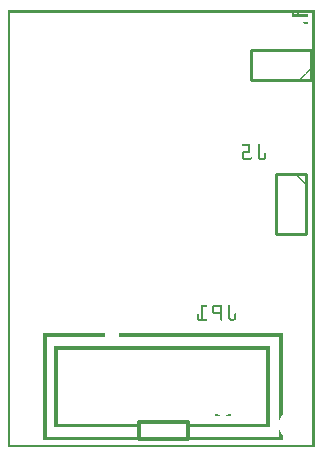
<source format=gbo>
G04 MADE WITH FRITZING*
G04 WWW.FRITZING.ORG*
G04 DOUBLE SIDED*
G04 HOLES PLATED*
G04 CONTOUR ON CENTER OF CONTOUR VECTOR*
%ASAXBY*%
%FSLAX23Y23*%
%MOIN*%
%OFA0B0*%
%SFA1.0B1.0*%
%ADD10C,0.010000*%
%ADD11C,0.012500*%
%ADD12R,0.001000X0.001000*%
%LNSILK0*%
G90*
G70*
G54D10*
X994Y911D02*
X994Y711D01*
D02*
X994Y711D02*
X894Y711D01*
D02*
X894Y711D02*
X894Y911D01*
D02*
X894Y911D02*
X994Y911D01*
D02*
X1010Y1225D02*
X810Y1225D01*
D02*
X810Y1225D02*
X810Y1325D01*
D02*
X810Y1325D02*
X1010Y1325D01*
D02*
X1010Y1325D02*
X1010Y1225D01*
G54D11*
X601Y29D02*
X436Y29D01*
X436Y84D01*
X601Y84D01*
X601Y29D01*
D02*
G54D12*
X0Y1457D02*
X1022Y1457D01*
X0Y1456D02*
X1022Y1456D01*
X0Y1455D02*
X1022Y1455D01*
X0Y1454D02*
X1022Y1454D01*
X0Y1453D02*
X1022Y1453D01*
X0Y1452D02*
X1022Y1452D01*
X0Y1451D02*
X1022Y1451D01*
X0Y1450D02*
X1022Y1450D01*
X0Y1449D02*
X7Y1449D01*
X948Y1449D02*
X954Y1449D01*
X965Y1449D02*
X971Y1449D01*
X1015Y1449D02*
X1022Y1449D01*
X0Y1448D02*
X7Y1448D01*
X948Y1448D02*
X954Y1448D01*
X965Y1448D02*
X971Y1448D01*
X1015Y1448D02*
X1022Y1448D01*
X0Y1447D02*
X7Y1447D01*
X948Y1447D02*
X954Y1447D01*
X965Y1447D02*
X971Y1447D01*
X1015Y1447D02*
X1022Y1447D01*
X0Y1446D02*
X7Y1446D01*
X948Y1446D02*
X954Y1446D01*
X965Y1446D02*
X971Y1446D01*
X996Y1446D02*
X999Y1446D01*
X1015Y1446D02*
X1022Y1446D01*
X0Y1445D02*
X7Y1445D01*
X948Y1445D02*
X954Y1445D01*
X965Y1445D02*
X971Y1445D01*
X995Y1445D02*
X1000Y1445D01*
X1015Y1445D02*
X1022Y1445D01*
X0Y1444D02*
X7Y1444D01*
X948Y1444D02*
X954Y1444D01*
X965Y1444D02*
X971Y1444D01*
X995Y1444D02*
X1001Y1444D01*
X1015Y1444D02*
X1022Y1444D01*
X0Y1443D02*
X7Y1443D01*
X948Y1443D02*
X1001Y1443D01*
X1015Y1443D02*
X1022Y1443D01*
X0Y1442D02*
X7Y1442D01*
X948Y1442D02*
X1001Y1442D01*
X1015Y1442D02*
X1022Y1442D01*
X0Y1441D02*
X7Y1441D01*
X948Y1441D02*
X1001Y1441D01*
X1015Y1441D02*
X1022Y1441D01*
X0Y1440D02*
X7Y1440D01*
X948Y1440D02*
X1001Y1440D01*
X1015Y1440D02*
X1022Y1440D01*
X0Y1439D02*
X7Y1439D01*
X948Y1439D02*
X1001Y1439D01*
X1015Y1439D02*
X1022Y1439D01*
X0Y1438D02*
X7Y1438D01*
X948Y1438D02*
X1000Y1438D01*
X1015Y1438D02*
X1022Y1438D01*
X0Y1437D02*
X7Y1437D01*
X949Y1437D02*
X999Y1437D01*
X1015Y1437D02*
X1022Y1437D01*
X0Y1436D02*
X7Y1436D01*
X1015Y1436D02*
X1022Y1436D01*
X0Y1435D02*
X7Y1435D01*
X1015Y1435D02*
X1022Y1435D01*
X0Y1434D02*
X7Y1434D01*
X1015Y1434D02*
X1022Y1434D01*
X0Y1433D02*
X7Y1433D01*
X1015Y1433D02*
X1022Y1433D01*
X0Y1432D02*
X7Y1432D01*
X1015Y1432D02*
X1022Y1432D01*
X0Y1431D02*
X7Y1431D01*
X1015Y1431D02*
X1022Y1431D01*
X0Y1430D02*
X7Y1430D01*
X1015Y1430D02*
X1022Y1430D01*
X0Y1429D02*
X7Y1429D01*
X1015Y1429D02*
X1022Y1429D01*
X0Y1428D02*
X7Y1428D01*
X1015Y1428D02*
X1022Y1428D01*
X0Y1427D02*
X7Y1427D01*
X1015Y1427D02*
X1022Y1427D01*
X0Y1426D02*
X7Y1426D01*
X1015Y1426D02*
X1022Y1426D01*
X0Y1425D02*
X7Y1425D01*
X1015Y1425D02*
X1022Y1425D01*
X0Y1424D02*
X7Y1424D01*
X1015Y1424D02*
X1022Y1424D01*
X0Y1423D02*
X7Y1423D01*
X1015Y1423D02*
X1022Y1423D01*
X0Y1422D02*
X7Y1422D01*
X1015Y1422D02*
X1022Y1422D01*
X0Y1421D02*
X7Y1421D01*
X1015Y1421D02*
X1022Y1421D01*
X0Y1420D02*
X7Y1420D01*
X1015Y1420D02*
X1022Y1420D01*
X0Y1419D02*
X7Y1419D01*
X1015Y1419D02*
X1022Y1419D01*
X0Y1418D02*
X7Y1418D01*
X1015Y1418D02*
X1022Y1418D01*
X0Y1417D02*
X7Y1417D01*
X984Y1417D02*
X999Y1417D01*
X1015Y1417D02*
X1022Y1417D01*
X0Y1416D02*
X7Y1416D01*
X985Y1416D02*
X1000Y1416D01*
X1015Y1416D02*
X1022Y1416D01*
X0Y1415D02*
X7Y1415D01*
X986Y1415D02*
X1000Y1415D01*
X1015Y1415D02*
X1022Y1415D01*
X0Y1414D02*
X7Y1414D01*
X986Y1414D02*
X1001Y1414D01*
X1015Y1414D02*
X1022Y1414D01*
X0Y1413D02*
X7Y1413D01*
X987Y1413D02*
X1001Y1413D01*
X1015Y1413D02*
X1022Y1413D01*
X0Y1412D02*
X7Y1412D01*
X988Y1412D02*
X1000Y1412D01*
X1015Y1412D02*
X1022Y1412D01*
X0Y1411D02*
X7Y1411D01*
X988Y1411D02*
X999Y1411D01*
X1015Y1411D02*
X1022Y1411D01*
X0Y1410D02*
X7Y1410D01*
X1015Y1410D02*
X1022Y1410D01*
X0Y1409D02*
X7Y1409D01*
X1015Y1409D02*
X1022Y1409D01*
X0Y1408D02*
X7Y1408D01*
X1015Y1408D02*
X1022Y1408D01*
X0Y1407D02*
X7Y1407D01*
X1015Y1407D02*
X1022Y1407D01*
X0Y1406D02*
X7Y1406D01*
X1015Y1406D02*
X1022Y1406D01*
X0Y1405D02*
X7Y1405D01*
X1015Y1405D02*
X1022Y1405D01*
X0Y1404D02*
X7Y1404D01*
X1015Y1404D02*
X1022Y1404D01*
X0Y1403D02*
X7Y1403D01*
X1015Y1403D02*
X1022Y1403D01*
X0Y1402D02*
X7Y1402D01*
X1015Y1402D02*
X1022Y1402D01*
X0Y1401D02*
X7Y1401D01*
X1015Y1401D02*
X1022Y1401D01*
X0Y1400D02*
X7Y1400D01*
X1015Y1400D02*
X1022Y1400D01*
X0Y1399D02*
X7Y1399D01*
X1015Y1399D02*
X1022Y1399D01*
X0Y1398D02*
X7Y1398D01*
X1015Y1398D02*
X1022Y1398D01*
X0Y1397D02*
X7Y1397D01*
X1015Y1397D02*
X1022Y1397D01*
X0Y1396D02*
X7Y1396D01*
X1015Y1396D02*
X1022Y1396D01*
X0Y1395D02*
X7Y1395D01*
X1015Y1395D02*
X1022Y1395D01*
X0Y1394D02*
X7Y1394D01*
X1015Y1394D02*
X1022Y1394D01*
X0Y1393D02*
X7Y1393D01*
X1015Y1393D02*
X1022Y1393D01*
X0Y1392D02*
X7Y1392D01*
X1015Y1392D02*
X1022Y1392D01*
X0Y1391D02*
X7Y1391D01*
X1015Y1391D02*
X1022Y1391D01*
X0Y1390D02*
X7Y1390D01*
X1015Y1390D02*
X1022Y1390D01*
X0Y1389D02*
X7Y1389D01*
X1015Y1389D02*
X1022Y1389D01*
X0Y1388D02*
X7Y1388D01*
X1015Y1388D02*
X1022Y1388D01*
X0Y1387D02*
X7Y1387D01*
X1015Y1387D02*
X1022Y1387D01*
X0Y1386D02*
X7Y1386D01*
X1015Y1386D02*
X1022Y1386D01*
X0Y1385D02*
X7Y1385D01*
X1015Y1385D02*
X1022Y1385D01*
X0Y1384D02*
X7Y1384D01*
X1015Y1384D02*
X1022Y1384D01*
X0Y1383D02*
X7Y1383D01*
X1015Y1383D02*
X1022Y1383D01*
X0Y1382D02*
X7Y1382D01*
X1015Y1382D02*
X1022Y1382D01*
X0Y1381D02*
X7Y1381D01*
X1015Y1381D02*
X1022Y1381D01*
X0Y1380D02*
X7Y1380D01*
X1015Y1380D02*
X1022Y1380D01*
X0Y1379D02*
X7Y1379D01*
X1015Y1379D02*
X1022Y1379D01*
X0Y1378D02*
X7Y1378D01*
X1015Y1378D02*
X1022Y1378D01*
X0Y1377D02*
X7Y1377D01*
X1015Y1377D02*
X1022Y1377D01*
X0Y1376D02*
X7Y1376D01*
X1015Y1376D02*
X1022Y1376D01*
X0Y1375D02*
X7Y1375D01*
X1015Y1375D02*
X1022Y1375D01*
X0Y1374D02*
X7Y1374D01*
X1015Y1374D02*
X1022Y1374D01*
X0Y1373D02*
X7Y1373D01*
X1015Y1373D02*
X1022Y1373D01*
X0Y1372D02*
X7Y1372D01*
X1015Y1372D02*
X1022Y1372D01*
X0Y1371D02*
X7Y1371D01*
X1015Y1371D02*
X1022Y1371D01*
X0Y1370D02*
X7Y1370D01*
X1015Y1370D02*
X1022Y1370D01*
X0Y1369D02*
X7Y1369D01*
X1015Y1369D02*
X1022Y1369D01*
X0Y1368D02*
X7Y1368D01*
X1015Y1368D02*
X1022Y1368D01*
X0Y1367D02*
X7Y1367D01*
X1015Y1367D02*
X1022Y1367D01*
X0Y1366D02*
X7Y1366D01*
X1015Y1366D02*
X1022Y1366D01*
X0Y1365D02*
X7Y1365D01*
X1015Y1365D02*
X1022Y1365D01*
X0Y1364D02*
X7Y1364D01*
X1015Y1364D02*
X1022Y1364D01*
X0Y1363D02*
X7Y1363D01*
X1015Y1363D02*
X1022Y1363D01*
X0Y1362D02*
X7Y1362D01*
X1015Y1362D02*
X1022Y1362D01*
X0Y1361D02*
X7Y1361D01*
X1015Y1361D02*
X1022Y1361D01*
X0Y1360D02*
X7Y1360D01*
X1015Y1360D02*
X1022Y1360D01*
X0Y1359D02*
X7Y1359D01*
X1015Y1359D02*
X1022Y1359D01*
X0Y1358D02*
X7Y1358D01*
X1015Y1358D02*
X1022Y1358D01*
X0Y1357D02*
X7Y1357D01*
X1015Y1357D02*
X1022Y1357D01*
X0Y1356D02*
X7Y1356D01*
X1015Y1356D02*
X1022Y1356D01*
X0Y1355D02*
X7Y1355D01*
X1015Y1355D02*
X1022Y1355D01*
X0Y1354D02*
X7Y1354D01*
X1015Y1354D02*
X1022Y1354D01*
X0Y1353D02*
X7Y1353D01*
X1015Y1353D02*
X1022Y1353D01*
X0Y1352D02*
X7Y1352D01*
X1015Y1352D02*
X1022Y1352D01*
X0Y1351D02*
X7Y1351D01*
X1015Y1351D02*
X1022Y1351D01*
X0Y1350D02*
X7Y1350D01*
X1015Y1350D02*
X1022Y1350D01*
X0Y1349D02*
X7Y1349D01*
X1015Y1349D02*
X1022Y1349D01*
X0Y1348D02*
X7Y1348D01*
X1015Y1348D02*
X1022Y1348D01*
X0Y1347D02*
X7Y1347D01*
X1015Y1347D02*
X1022Y1347D01*
X0Y1346D02*
X7Y1346D01*
X1015Y1346D02*
X1022Y1346D01*
X0Y1345D02*
X7Y1345D01*
X1015Y1345D02*
X1022Y1345D01*
X0Y1344D02*
X7Y1344D01*
X1015Y1344D02*
X1022Y1344D01*
X0Y1343D02*
X7Y1343D01*
X1015Y1343D02*
X1022Y1343D01*
X0Y1342D02*
X7Y1342D01*
X1015Y1342D02*
X1022Y1342D01*
X0Y1341D02*
X7Y1341D01*
X1015Y1341D02*
X1022Y1341D01*
X0Y1340D02*
X7Y1340D01*
X1015Y1340D02*
X1022Y1340D01*
X0Y1339D02*
X7Y1339D01*
X1015Y1339D02*
X1022Y1339D01*
X0Y1338D02*
X7Y1338D01*
X1015Y1338D02*
X1022Y1338D01*
X0Y1337D02*
X7Y1337D01*
X1015Y1337D02*
X1022Y1337D01*
X0Y1336D02*
X7Y1336D01*
X1015Y1336D02*
X1022Y1336D01*
X0Y1335D02*
X7Y1335D01*
X1015Y1335D02*
X1022Y1335D01*
X0Y1334D02*
X7Y1334D01*
X1015Y1334D02*
X1022Y1334D01*
X0Y1333D02*
X7Y1333D01*
X1015Y1333D02*
X1022Y1333D01*
X0Y1332D02*
X7Y1332D01*
X1015Y1332D02*
X1022Y1332D01*
X0Y1331D02*
X7Y1331D01*
X1015Y1331D02*
X1022Y1331D01*
X0Y1330D02*
X7Y1330D01*
X1015Y1330D02*
X1022Y1330D01*
X0Y1329D02*
X7Y1329D01*
X1015Y1329D02*
X1022Y1329D01*
X0Y1328D02*
X7Y1328D01*
X1015Y1328D02*
X1022Y1328D01*
X0Y1327D02*
X7Y1327D01*
X1015Y1327D02*
X1022Y1327D01*
X0Y1326D02*
X7Y1326D01*
X1015Y1326D02*
X1022Y1326D01*
X0Y1325D02*
X7Y1325D01*
X1015Y1325D02*
X1022Y1325D01*
X0Y1324D02*
X7Y1324D01*
X1015Y1324D02*
X1022Y1324D01*
X0Y1323D02*
X7Y1323D01*
X1015Y1323D02*
X1022Y1323D01*
X0Y1322D02*
X7Y1322D01*
X1015Y1322D02*
X1022Y1322D01*
X0Y1321D02*
X7Y1321D01*
X1015Y1321D02*
X1022Y1321D01*
X0Y1320D02*
X7Y1320D01*
X1015Y1320D02*
X1022Y1320D01*
X0Y1319D02*
X7Y1319D01*
X1015Y1319D02*
X1022Y1319D01*
X0Y1318D02*
X7Y1318D01*
X1015Y1318D02*
X1022Y1318D01*
X0Y1317D02*
X7Y1317D01*
X1015Y1317D02*
X1022Y1317D01*
X0Y1316D02*
X7Y1316D01*
X1015Y1316D02*
X1022Y1316D01*
X0Y1315D02*
X7Y1315D01*
X1015Y1315D02*
X1022Y1315D01*
X0Y1314D02*
X7Y1314D01*
X1015Y1314D02*
X1022Y1314D01*
X0Y1313D02*
X7Y1313D01*
X1015Y1313D02*
X1022Y1313D01*
X0Y1312D02*
X7Y1312D01*
X1015Y1312D02*
X1022Y1312D01*
X0Y1311D02*
X7Y1311D01*
X1015Y1311D02*
X1022Y1311D01*
X0Y1310D02*
X7Y1310D01*
X1015Y1310D02*
X1022Y1310D01*
X0Y1309D02*
X7Y1309D01*
X1015Y1309D02*
X1022Y1309D01*
X0Y1308D02*
X7Y1308D01*
X1015Y1308D02*
X1022Y1308D01*
X0Y1307D02*
X7Y1307D01*
X1015Y1307D02*
X1022Y1307D01*
X0Y1306D02*
X7Y1306D01*
X1015Y1306D02*
X1022Y1306D01*
X0Y1305D02*
X7Y1305D01*
X1015Y1305D02*
X1022Y1305D01*
X0Y1304D02*
X7Y1304D01*
X1015Y1304D02*
X1022Y1304D01*
X0Y1303D02*
X7Y1303D01*
X1015Y1303D02*
X1022Y1303D01*
X0Y1302D02*
X7Y1302D01*
X1015Y1302D02*
X1022Y1302D01*
X0Y1301D02*
X7Y1301D01*
X1015Y1301D02*
X1022Y1301D01*
X0Y1300D02*
X7Y1300D01*
X1015Y1300D02*
X1022Y1300D01*
X0Y1299D02*
X7Y1299D01*
X1015Y1299D02*
X1022Y1299D01*
X0Y1298D02*
X7Y1298D01*
X1015Y1298D02*
X1022Y1298D01*
X0Y1297D02*
X7Y1297D01*
X1015Y1297D02*
X1022Y1297D01*
X0Y1296D02*
X7Y1296D01*
X1015Y1296D02*
X1022Y1296D01*
X0Y1295D02*
X7Y1295D01*
X1015Y1295D02*
X1022Y1295D01*
X0Y1294D02*
X7Y1294D01*
X1015Y1294D02*
X1022Y1294D01*
X0Y1293D02*
X7Y1293D01*
X1015Y1293D02*
X1022Y1293D01*
X0Y1292D02*
X7Y1292D01*
X1015Y1292D02*
X1022Y1292D01*
X0Y1291D02*
X7Y1291D01*
X1015Y1291D02*
X1022Y1291D01*
X0Y1290D02*
X7Y1290D01*
X1015Y1290D02*
X1022Y1290D01*
X0Y1289D02*
X7Y1289D01*
X1015Y1289D02*
X1022Y1289D01*
X0Y1288D02*
X7Y1288D01*
X1015Y1288D02*
X1022Y1288D01*
X0Y1287D02*
X7Y1287D01*
X1015Y1287D02*
X1022Y1287D01*
X0Y1286D02*
X7Y1286D01*
X1015Y1286D02*
X1022Y1286D01*
X0Y1285D02*
X7Y1285D01*
X1015Y1285D02*
X1022Y1285D01*
X0Y1284D02*
X7Y1284D01*
X1015Y1284D02*
X1022Y1284D01*
X0Y1283D02*
X7Y1283D01*
X1015Y1283D02*
X1022Y1283D01*
X0Y1282D02*
X7Y1282D01*
X1015Y1282D02*
X1022Y1282D01*
X0Y1281D02*
X7Y1281D01*
X1015Y1281D02*
X1022Y1281D01*
X0Y1280D02*
X7Y1280D01*
X1015Y1280D02*
X1022Y1280D01*
X0Y1279D02*
X7Y1279D01*
X1015Y1279D02*
X1022Y1279D01*
X0Y1278D02*
X7Y1278D01*
X1015Y1278D02*
X1022Y1278D01*
X0Y1277D02*
X7Y1277D01*
X1015Y1277D02*
X1022Y1277D01*
X0Y1276D02*
X7Y1276D01*
X1015Y1276D02*
X1022Y1276D01*
X0Y1275D02*
X7Y1275D01*
X1015Y1275D02*
X1022Y1275D01*
X0Y1274D02*
X7Y1274D01*
X1015Y1274D02*
X1022Y1274D01*
X0Y1273D02*
X7Y1273D01*
X1015Y1273D02*
X1022Y1273D01*
X0Y1272D02*
X7Y1272D01*
X1015Y1272D02*
X1022Y1272D01*
X0Y1271D02*
X7Y1271D01*
X1015Y1271D02*
X1022Y1271D01*
X0Y1270D02*
X7Y1270D01*
X1015Y1270D02*
X1022Y1270D01*
X0Y1269D02*
X7Y1269D01*
X1015Y1269D02*
X1022Y1269D01*
X0Y1268D02*
X7Y1268D01*
X1015Y1268D02*
X1022Y1268D01*
X0Y1267D02*
X7Y1267D01*
X1015Y1267D02*
X1022Y1267D01*
X0Y1266D02*
X7Y1266D01*
X1015Y1266D02*
X1022Y1266D01*
X0Y1265D02*
X7Y1265D01*
X1015Y1265D02*
X1022Y1265D01*
X0Y1264D02*
X7Y1264D01*
X1015Y1264D02*
X1022Y1264D01*
X0Y1263D02*
X7Y1263D01*
X1015Y1263D02*
X1022Y1263D01*
X0Y1262D02*
X7Y1262D01*
X1015Y1262D02*
X1022Y1262D01*
X0Y1261D02*
X7Y1261D01*
X1006Y1261D02*
X1008Y1261D01*
X1015Y1261D02*
X1022Y1261D01*
X0Y1260D02*
X7Y1260D01*
X1005Y1260D02*
X1009Y1260D01*
X1015Y1260D02*
X1022Y1260D01*
X0Y1259D02*
X7Y1259D01*
X1004Y1259D02*
X1010Y1259D01*
X1015Y1259D02*
X1022Y1259D01*
X0Y1258D02*
X7Y1258D01*
X1003Y1258D02*
X1009Y1258D01*
X1015Y1258D02*
X1022Y1258D01*
X0Y1257D02*
X7Y1257D01*
X1002Y1257D02*
X1008Y1257D01*
X1015Y1257D02*
X1022Y1257D01*
X0Y1256D02*
X7Y1256D01*
X1001Y1256D02*
X1007Y1256D01*
X1015Y1256D02*
X1022Y1256D01*
X0Y1255D02*
X7Y1255D01*
X1000Y1255D02*
X1006Y1255D01*
X1015Y1255D02*
X1022Y1255D01*
X0Y1254D02*
X7Y1254D01*
X999Y1254D02*
X1005Y1254D01*
X1015Y1254D02*
X1022Y1254D01*
X0Y1253D02*
X7Y1253D01*
X998Y1253D02*
X1004Y1253D01*
X1015Y1253D02*
X1022Y1253D01*
X0Y1252D02*
X7Y1252D01*
X997Y1252D02*
X1003Y1252D01*
X1015Y1252D02*
X1022Y1252D01*
X0Y1251D02*
X7Y1251D01*
X996Y1251D02*
X1002Y1251D01*
X1015Y1251D02*
X1022Y1251D01*
X0Y1250D02*
X7Y1250D01*
X995Y1250D02*
X1001Y1250D01*
X1015Y1250D02*
X1022Y1250D01*
X0Y1249D02*
X7Y1249D01*
X994Y1249D02*
X1000Y1249D01*
X1015Y1249D02*
X1022Y1249D01*
X0Y1248D02*
X7Y1248D01*
X994Y1248D02*
X999Y1248D01*
X1015Y1248D02*
X1022Y1248D01*
X0Y1247D02*
X7Y1247D01*
X993Y1247D02*
X998Y1247D01*
X1015Y1247D02*
X1022Y1247D01*
X0Y1246D02*
X7Y1246D01*
X992Y1246D02*
X997Y1246D01*
X1015Y1246D02*
X1022Y1246D01*
X0Y1245D02*
X7Y1245D01*
X991Y1245D02*
X996Y1245D01*
X1015Y1245D02*
X1022Y1245D01*
X0Y1244D02*
X7Y1244D01*
X990Y1244D02*
X995Y1244D01*
X1015Y1244D02*
X1022Y1244D01*
X0Y1243D02*
X7Y1243D01*
X989Y1243D02*
X994Y1243D01*
X1015Y1243D02*
X1022Y1243D01*
X0Y1242D02*
X7Y1242D01*
X988Y1242D02*
X993Y1242D01*
X1015Y1242D02*
X1022Y1242D01*
X0Y1241D02*
X7Y1241D01*
X987Y1241D02*
X992Y1241D01*
X1015Y1241D02*
X1022Y1241D01*
X0Y1240D02*
X7Y1240D01*
X985Y1240D02*
X991Y1240D01*
X1015Y1240D02*
X1022Y1240D01*
X0Y1239D02*
X7Y1239D01*
X984Y1239D02*
X990Y1239D01*
X1015Y1239D02*
X1022Y1239D01*
X0Y1238D02*
X7Y1238D01*
X983Y1238D02*
X989Y1238D01*
X1015Y1238D02*
X1022Y1238D01*
X0Y1237D02*
X7Y1237D01*
X982Y1237D02*
X988Y1237D01*
X1015Y1237D02*
X1022Y1237D01*
X0Y1236D02*
X7Y1236D01*
X981Y1236D02*
X987Y1236D01*
X1015Y1236D02*
X1022Y1236D01*
X0Y1235D02*
X7Y1235D01*
X980Y1235D02*
X986Y1235D01*
X1015Y1235D02*
X1022Y1235D01*
X0Y1234D02*
X7Y1234D01*
X979Y1234D02*
X985Y1234D01*
X1015Y1234D02*
X1022Y1234D01*
X0Y1233D02*
X7Y1233D01*
X978Y1233D02*
X984Y1233D01*
X1015Y1233D02*
X1022Y1233D01*
X0Y1232D02*
X7Y1232D01*
X977Y1232D02*
X983Y1232D01*
X1015Y1232D02*
X1022Y1232D01*
X0Y1231D02*
X7Y1231D01*
X976Y1231D02*
X982Y1231D01*
X1015Y1231D02*
X1022Y1231D01*
X0Y1230D02*
X7Y1230D01*
X975Y1230D02*
X981Y1230D01*
X1015Y1230D02*
X1022Y1230D01*
X0Y1229D02*
X7Y1229D01*
X974Y1229D02*
X980Y1229D01*
X1015Y1229D02*
X1022Y1229D01*
X0Y1228D02*
X7Y1228D01*
X973Y1228D02*
X979Y1228D01*
X1015Y1228D02*
X1022Y1228D01*
X0Y1227D02*
X7Y1227D01*
X973Y1227D02*
X978Y1227D01*
X1015Y1227D02*
X1022Y1227D01*
X0Y1226D02*
X7Y1226D01*
X974Y1226D02*
X977Y1226D01*
X1015Y1226D02*
X1022Y1226D01*
X0Y1225D02*
X7Y1225D01*
X975Y1225D02*
X976Y1225D01*
X1015Y1225D02*
X1022Y1225D01*
X0Y1224D02*
X7Y1224D01*
X1015Y1224D02*
X1022Y1224D01*
X0Y1223D02*
X7Y1223D01*
X1015Y1223D02*
X1022Y1223D01*
X0Y1222D02*
X7Y1222D01*
X1015Y1222D02*
X1022Y1222D01*
X0Y1221D02*
X7Y1221D01*
X1015Y1221D02*
X1022Y1221D01*
X0Y1220D02*
X7Y1220D01*
X1015Y1220D02*
X1022Y1220D01*
X0Y1219D02*
X7Y1219D01*
X1015Y1219D02*
X1022Y1219D01*
X0Y1218D02*
X7Y1218D01*
X1015Y1218D02*
X1022Y1218D01*
X0Y1217D02*
X7Y1217D01*
X1015Y1217D02*
X1022Y1217D01*
X0Y1216D02*
X7Y1216D01*
X1015Y1216D02*
X1022Y1216D01*
X0Y1215D02*
X7Y1215D01*
X1015Y1215D02*
X1022Y1215D01*
X0Y1214D02*
X7Y1214D01*
X1015Y1214D02*
X1022Y1214D01*
X0Y1213D02*
X7Y1213D01*
X1015Y1213D02*
X1022Y1213D01*
X0Y1212D02*
X7Y1212D01*
X1015Y1212D02*
X1022Y1212D01*
X0Y1211D02*
X7Y1211D01*
X1015Y1211D02*
X1022Y1211D01*
X0Y1210D02*
X7Y1210D01*
X1015Y1210D02*
X1022Y1210D01*
X0Y1209D02*
X7Y1209D01*
X1015Y1209D02*
X1022Y1209D01*
X0Y1208D02*
X7Y1208D01*
X1015Y1208D02*
X1022Y1208D01*
X0Y1207D02*
X7Y1207D01*
X1015Y1207D02*
X1022Y1207D01*
X0Y1206D02*
X7Y1206D01*
X1015Y1206D02*
X1022Y1206D01*
X0Y1205D02*
X7Y1205D01*
X1015Y1205D02*
X1022Y1205D01*
X0Y1204D02*
X7Y1204D01*
X1015Y1204D02*
X1022Y1204D01*
X0Y1203D02*
X7Y1203D01*
X1015Y1203D02*
X1022Y1203D01*
X0Y1202D02*
X7Y1202D01*
X1015Y1202D02*
X1022Y1202D01*
X0Y1201D02*
X7Y1201D01*
X1015Y1201D02*
X1022Y1201D01*
X0Y1200D02*
X7Y1200D01*
X1015Y1200D02*
X1022Y1200D01*
X0Y1199D02*
X7Y1199D01*
X1015Y1199D02*
X1022Y1199D01*
X0Y1198D02*
X7Y1198D01*
X1015Y1198D02*
X1022Y1198D01*
X0Y1197D02*
X7Y1197D01*
X1015Y1197D02*
X1022Y1197D01*
X0Y1196D02*
X7Y1196D01*
X1015Y1196D02*
X1022Y1196D01*
X0Y1195D02*
X7Y1195D01*
X1015Y1195D02*
X1022Y1195D01*
X0Y1194D02*
X7Y1194D01*
X1015Y1194D02*
X1022Y1194D01*
X0Y1193D02*
X7Y1193D01*
X1015Y1193D02*
X1022Y1193D01*
X0Y1192D02*
X7Y1192D01*
X1015Y1192D02*
X1022Y1192D01*
X0Y1191D02*
X7Y1191D01*
X1015Y1191D02*
X1022Y1191D01*
X0Y1190D02*
X7Y1190D01*
X1015Y1190D02*
X1022Y1190D01*
X0Y1189D02*
X7Y1189D01*
X1015Y1189D02*
X1022Y1189D01*
X0Y1188D02*
X7Y1188D01*
X1015Y1188D02*
X1022Y1188D01*
X0Y1187D02*
X7Y1187D01*
X1015Y1187D02*
X1022Y1187D01*
X0Y1186D02*
X7Y1186D01*
X1015Y1186D02*
X1022Y1186D01*
X0Y1185D02*
X7Y1185D01*
X1015Y1185D02*
X1022Y1185D01*
X0Y1184D02*
X7Y1184D01*
X1015Y1184D02*
X1022Y1184D01*
X0Y1183D02*
X7Y1183D01*
X1015Y1183D02*
X1022Y1183D01*
X0Y1182D02*
X7Y1182D01*
X1015Y1182D02*
X1022Y1182D01*
X0Y1181D02*
X7Y1181D01*
X1015Y1181D02*
X1022Y1181D01*
X0Y1180D02*
X7Y1180D01*
X1015Y1180D02*
X1022Y1180D01*
X0Y1179D02*
X7Y1179D01*
X1015Y1179D02*
X1022Y1179D01*
X0Y1178D02*
X7Y1178D01*
X1015Y1178D02*
X1022Y1178D01*
X0Y1177D02*
X7Y1177D01*
X1015Y1177D02*
X1022Y1177D01*
X0Y1176D02*
X7Y1176D01*
X1015Y1176D02*
X1022Y1176D01*
X0Y1175D02*
X7Y1175D01*
X1015Y1175D02*
X1022Y1175D01*
X0Y1174D02*
X7Y1174D01*
X1015Y1174D02*
X1022Y1174D01*
X0Y1173D02*
X7Y1173D01*
X1015Y1173D02*
X1022Y1173D01*
X0Y1172D02*
X7Y1172D01*
X1015Y1172D02*
X1022Y1172D01*
X0Y1171D02*
X7Y1171D01*
X1015Y1171D02*
X1022Y1171D01*
X0Y1170D02*
X7Y1170D01*
X1015Y1170D02*
X1022Y1170D01*
X0Y1169D02*
X7Y1169D01*
X1015Y1169D02*
X1022Y1169D01*
X0Y1168D02*
X7Y1168D01*
X1015Y1168D02*
X1022Y1168D01*
X0Y1167D02*
X7Y1167D01*
X1015Y1167D02*
X1022Y1167D01*
X0Y1166D02*
X7Y1166D01*
X1015Y1166D02*
X1022Y1166D01*
X0Y1165D02*
X7Y1165D01*
X1015Y1165D02*
X1022Y1165D01*
X0Y1164D02*
X7Y1164D01*
X1015Y1164D02*
X1022Y1164D01*
X0Y1163D02*
X7Y1163D01*
X1015Y1163D02*
X1022Y1163D01*
X0Y1162D02*
X7Y1162D01*
X1015Y1162D02*
X1022Y1162D01*
X0Y1161D02*
X7Y1161D01*
X1015Y1161D02*
X1022Y1161D01*
X0Y1160D02*
X7Y1160D01*
X1015Y1160D02*
X1022Y1160D01*
X0Y1159D02*
X7Y1159D01*
X1015Y1159D02*
X1022Y1159D01*
X0Y1158D02*
X7Y1158D01*
X1015Y1158D02*
X1022Y1158D01*
X0Y1157D02*
X7Y1157D01*
X1015Y1157D02*
X1022Y1157D01*
X0Y1156D02*
X7Y1156D01*
X1015Y1156D02*
X1022Y1156D01*
X0Y1155D02*
X7Y1155D01*
X1015Y1155D02*
X1022Y1155D01*
X0Y1154D02*
X7Y1154D01*
X1015Y1154D02*
X1022Y1154D01*
X0Y1153D02*
X7Y1153D01*
X1015Y1153D02*
X1022Y1153D01*
X0Y1152D02*
X7Y1152D01*
X1015Y1152D02*
X1022Y1152D01*
X0Y1151D02*
X7Y1151D01*
X1015Y1151D02*
X1022Y1151D01*
X0Y1150D02*
X7Y1150D01*
X1015Y1150D02*
X1022Y1150D01*
X0Y1149D02*
X7Y1149D01*
X1015Y1149D02*
X1022Y1149D01*
X0Y1148D02*
X7Y1148D01*
X1015Y1148D02*
X1022Y1148D01*
X0Y1147D02*
X7Y1147D01*
X1015Y1147D02*
X1022Y1147D01*
X0Y1146D02*
X7Y1146D01*
X1015Y1146D02*
X1022Y1146D01*
X0Y1145D02*
X7Y1145D01*
X1015Y1145D02*
X1022Y1145D01*
X0Y1144D02*
X7Y1144D01*
X1015Y1144D02*
X1022Y1144D01*
X0Y1143D02*
X7Y1143D01*
X1015Y1143D02*
X1022Y1143D01*
X0Y1142D02*
X7Y1142D01*
X1015Y1142D02*
X1022Y1142D01*
X0Y1141D02*
X7Y1141D01*
X1015Y1141D02*
X1022Y1141D01*
X0Y1140D02*
X7Y1140D01*
X1015Y1140D02*
X1022Y1140D01*
X0Y1139D02*
X7Y1139D01*
X1015Y1139D02*
X1022Y1139D01*
X0Y1138D02*
X7Y1138D01*
X1015Y1138D02*
X1022Y1138D01*
X0Y1137D02*
X7Y1137D01*
X1015Y1137D02*
X1022Y1137D01*
X0Y1136D02*
X7Y1136D01*
X1015Y1136D02*
X1022Y1136D01*
X0Y1135D02*
X7Y1135D01*
X1015Y1135D02*
X1022Y1135D01*
X0Y1134D02*
X7Y1134D01*
X1015Y1134D02*
X1022Y1134D01*
X0Y1133D02*
X7Y1133D01*
X1015Y1133D02*
X1022Y1133D01*
X0Y1132D02*
X7Y1132D01*
X1015Y1132D02*
X1022Y1132D01*
X0Y1131D02*
X7Y1131D01*
X1015Y1131D02*
X1022Y1131D01*
X0Y1130D02*
X7Y1130D01*
X1015Y1130D02*
X1022Y1130D01*
X0Y1129D02*
X7Y1129D01*
X1015Y1129D02*
X1022Y1129D01*
X0Y1128D02*
X7Y1128D01*
X1015Y1128D02*
X1022Y1128D01*
X0Y1127D02*
X7Y1127D01*
X1015Y1127D02*
X1022Y1127D01*
X0Y1126D02*
X7Y1126D01*
X1015Y1126D02*
X1022Y1126D01*
X0Y1125D02*
X7Y1125D01*
X1015Y1125D02*
X1022Y1125D01*
X0Y1124D02*
X7Y1124D01*
X1015Y1124D02*
X1022Y1124D01*
X0Y1123D02*
X7Y1123D01*
X1015Y1123D02*
X1022Y1123D01*
X0Y1122D02*
X7Y1122D01*
X1015Y1122D02*
X1022Y1122D01*
X0Y1121D02*
X7Y1121D01*
X1015Y1121D02*
X1022Y1121D01*
X0Y1120D02*
X7Y1120D01*
X1015Y1120D02*
X1022Y1120D01*
X0Y1119D02*
X7Y1119D01*
X1015Y1119D02*
X1022Y1119D01*
X0Y1118D02*
X7Y1118D01*
X1015Y1118D02*
X1022Y1118D01*
X0Y1117D02*
X7Y1117D01*
X1015Y1117D02*
X1022Y1117D01*
X0Y1116D02*
X7Y1116D01*
X1015Y1116D02*
X1022Y1116D01*
X0Y1115D02*
X7Y1115D01*
X1015Y1115D02*
X1022Y1115D01*
X0Y1114D02*
X7Y1114D01*
X1015Y1114D02*
X1022Y1114D01*
X0Y1113D02*
X7Y1113D01*
X1015Y1113D02*
X1022Y1113D01*
X0Y1112D02*
X7Y1112D01*
X1015Y1112D02*
X1022Y1112D01*
X0Y1111D02*
X7Y1111D01*
X1015Y1111D02*
X1022Y1111D01*
X0Y1110D02*
X7Y1110D01*
X1015Y1110D02*
X1022Y1110D01*
X0Y1109D02*
X7Y1109D01*
X1015Y1109D02*
X1022Y1109D01*
X0Y1108D02*
X7Y1108D01*
X1015Y1108D02*
X1022Y1108D01*
X0Y1107D02*
X7Y1107D01*
X1015Y1107D02*
X1022Y1107D01*
X0Y1106D02*
X7Y1106D01*
X1015Y1106D02*
X1022Y1106D01*
X0Y1105D02*
X7Y1105D01*
X1015Y1105D02*
X1022Y1105D01*
X0Y1104D02*
X7Y1104D01*
X1015Y1104D02*
X1022Y1104D01*
X0Y1103D02*
X7Y1103D01*
X1015Y1103D02*
X1022Y1103D01*
X0Y1102D02*
X7Y1102D01*
X1015Y1102D02*
X1022Y1102D01*
X0Y1101D02*
X7Y1101D01*
X1015Y1101D02*
X1022Y1101D01*
X0Y1100D02*
X7Y1100D01*
X1015Y1100D02*
X1022Y1100D01*
X0Y1099D02*
X7Y1099D01*
X1015Y1099D02*
X1022Y1099D01*
X0Y1098D02*
X7Y1098D01*
X1015Y1098D02*
X1022Y1098D01*
X0Y1097D02*
X7Y1097D01*
X1015Y1097D02*
X1022Y1097D01*
X0Y1096D02*
X7Y1096D01*
X1015Y1096D02*
X1022Y1096D01*
X0Y1095D02*
X7Y1095D01*
X1015Y1095D02*
X1022Y1095D01*
X0Y1094D02*
X7Y1094D01*
X1015Y1094D02*
X1022Y1094D01*
X0Y1093D02*
X7Y1093D01*
X1015Y1093D02*
X1022Y1093D01*
X0Y1092D02*
X7Y1092D01*
X1015Y1092D02*
X1022Y1092D01*
X0Y1091D02*
X7Y1091D01*
X1015Y1091D02*
X1022Y1091D01*
X0Y1090D02*
X7Y1090D01*
X1015Y1090D02*
X1022Y1090D01*
X0Y1089D02*
X7Y1089D01*
X1015Y1089D02*
X1022Y1089D01*
X0Y1088D02*
X7Y1088D01*
X1015Y1088D02*
X1022Y1088D01*
X0Y1087D02*
X7Y1087D01*
X1015Y1087D02*
X1022Y1087D01*
X0Y1086D02*
X7Y1086D01*
X1015Y1086D02*
X1022Y1086D01*
X0Y1085D02*
X7Y1085D01*
X1015Y1085D02*
X1022Y1085D01*
X0Y1084D02*
X7Y1084D01*
X1015Y1084D02*
X1022Y1084D01*
X0Y1083D02*
X7Y1083D01*
X1015Y1083D02*
X1022Y1083D01*
X0Y1082D02*
X7Y1082D01*
X1015Y1082D02*
X1022Y1082D01*
X0Y1081D02*
X7Y1081D01*
X1015Y1081D02*
X1022Y1081D01*
X0Y1080D02*
X7Y1080D01*
X1015Y1080D02*
X1022Y1080D01*
X0Y1079D02*
X7Y1079D01*
X1015Y1079D02*
X1022Y1079D01*
X0Y1078D02*
X7Y1078D01*
X1015Y1078D02*
X1022Y1078D01*
X0Y1077D02*
X7Y1077D01*
X1015Y1077D02*
X1022Y1077D01*
X0Y1076D02*
X7Y1076D01*
X1015Y1076D02*
X1022Y1076D01*
X0Y1075D02*
X7Y1075D01*
X1015Y1075D02*
X1022Y1075D01*
X0Y1074D02*
X7Y1074D01*
X1015Y1074D02*
X1022Y1074D01*
X0Y1073D02*
X7Y1073D01*
X1015Y1073D02*
X1022Y1073D01*
X0Y1072D02*
X7Y1072D01*
X1015Y1072D02*
X1022Y1072D01*
X0Y1071D02*
X7Y1071D01*
X1015Y1071D02*
X1022Y1071D01*
X0Y1070D02*
X7Y1070D01*
X1015Y1070D02*
X1022Y1070D01*
X0Y1069D02*
X7Y1069D01*
X1015Y1069D02*
X1022Y1069D01*
X0Y1068D02*
X7Y1068D01*
X1015Y1068D02*
X1022Y1068D01*
X0Y1067D02*
X7Y1067D01*
X1015Y1067D02*
X1022Y1067D01*
X0Y1066D02*
X7Y1066D01*
X1015Y1066D02*
X1022Y1066D01*
X0Y1065D02*
X7Y1065D01*
X1015Y1065D02*
X1022Y1065D01*
X0Y1064D02*
X7Y1064D01*
X1015Y1064D02*
X1022Y1064D01*
X0Y1063D02*
X7Y1063D01*
X1015Y1063D02*
X1022Y1063D01*
X0Y1062D02*
X7Y1062D01*
X1015Y1062D02*
X1022Y1062D01*
X0Y1061D02*
X7Y1061D01*
X1015Y1061D02*
X1022Y1061D01*
X0Y1060D02*
X7Y1060D01*
X1015Y1060D02*
X1022Y1060D01*
X0Y1059D02*
X7Y1059D01*
X1015Y1059D02*
X1022Y1059D01*
X0Y1058D02*
X7Y1058D01*
X1015Y1058D02*
X1022Y1058D01*
X0Y1057D02*
X7Y1057D01*
X1015Y1057D02*
X1022Y1057D01*
X0Y1056D02*
X7Y1056D01*
X1015Y1056D02*
X1022Y1056D01*
X0Y1055D02*
X7Y1055D01*
X1015Y1055D02*
X1022Y1055D01*
X0Y1054D02*
X7Y1054D01*
X1015Y1054D02*
X1022Y1054D01*
X0Y1053D02*
X7Y1053D01*
X1015Y1053D02*
X1022Y1053D01*
X0Y1052D02*
X7Y1052D01*
X1015Y1052D02*
X1022Y1052D01*
X0Y1051D02*
X7Y1051D01*
X1015Y1051D02*
X1022Y1051D01*
X0Y1050D02*
X7Y1050D01*
X1015Y1050D02*
X1022Y1050D01*
X0Y1049D02*
X7Y1049D01*
X1015Y1049D02*
X1022Y1049D01*
X0Y1048D02*
X7Y1048D01*
X1015Y1048D02*
X1022Y1048D01*
X0Y1047D02*
X7Y1047D01*
X1015Y1047D02*
X1022Y1047D01*
X0Y1046D02*
X7Y1046D01*
X1015Y1046D02*
X1022Y1046D01*
X0Y1045D02*
X7Y1045D01*
X1015Y1045D02*
X1022Y1045D01*
X0Y1044D02*
X7Y1044D01*
X1015Y1044D02*
X1022Y1044D01*
X0Y1043D02*
X7Y1043D01*
X1015Y1043D02*
X1022Y1043D01*
X0Y1042D02*
X7Y1042D01*
X1015Y1042D02*
X1022Y1042D01*
X0Y1041D02*
X7Y1041D01*
X1015Y1041D02*
X1022Y1041D01*
X0Y1040D02*
X7Y1040D01*
X1015Y1040D02*
X1022Y1040D01*
X0Y1039D02*
X7Y1039D01*
X1015Y1039D02*
X1022Y1039D01*
X0Y1038D02*
X7Y1038D01*
X1015Y1038D02*
X1022Y1038D01*
X0Y1037D02*
X7Y1037D01*
X1015Y1037D02*
X1022Y1037D01*
X0Y1036D02*
X7Y1036D01*
X1015Y1036D02*
X1022Y1036D01*
X0Y1035D02*
X7Y1035D01*
X1015Y1035D02*
X1022Y1035D01*
X0Y1034D02*
X7Y1034D01*
X1015Y1034D02*
X1022Y1034D01*
X0Y1033D02*
X7Y1033D01*
X1015Y1033D02*
X1022Y1033D01*
X0Y1032D02*
X7Y1032D01*
X1015Y1032D02*
X1022Y1032D01*
X0Y1031D02*
X7Y1031D01*
X1015Y1031D02*
X1022Y1031D01*
X0Y1030D02*
X7Y1030D01*
X1015Y1030D02*
X1022Y1030D01*
X0Y1029D02*
X7Y1029D01*
X1015Y1029D02*
X1022Y1029D01*
X0Y1028D02*
X7Y1028D01*
X1015Y1028D02*
X1022Y1028D01*
X0Y1027D02*
X7Y1027D01*
X1015Y1027D02*
X1022Y1027D01*
X0Y1026D02*
X7Y1026D01*
X1015Y1026D02*
X1022Y1026D01*
X0Y1025D02*
X7Y1025D01*
X1015Y1025D02*
X1022Y1025D01*
X0Y1024D02*
X7Y1024D01*
X1015Y1024D02*
X1022Y1024D01*
X0Y1023D02*
X7Y1023D01*
X1015Y1023D02*
X1022Y1023D01*
X0Y1022D02*
X7Y1022D01*
X1015Y1022D02*
X1022Y1022D01*
X0Y1021D02*
X7Y1021D01*
X1015Y1021D02*
X1022Y1021D01*
X0Y1020D02*
X7Y1020D01*
X1015Y1020D02*
X1022Y1020D01*
X0Y1019D02*
X7Y1019D01*
X1015Y1019D02*
X1022Y1019D01*
X0Y1018D02*
X7Y1018D01*
X1015Y1018D02*
X1022Y1018D01*
X0Y1017D02*
X7Y1017D01*
X1015Y1017D02*
X1022Y1017D01*
X0Y1016D02*
X7Y1016D01*
X1015Y1016D02*
X1022Y1016D01*
X0Y1015D02*
X7Y1015D01*
X1015Y1015D02*
X1022Y1015D01*
X0Y1014D02*
X7Y1014D01*
X1015Y1014D02*
X1022Y1014D01*
X0Y1013D02*
X7Y1013D01*
X1015Y1013D02*
X1022Y1013D01*
X0Y1012D02*
X7Y1012D01*
X785Y1012D02*
X808Y1012D01*
X1015Y1012D02*
X1022Y1012D01*
X0Y1011D02*
X7Y1011D01*
X782Y1011D02*
X808Y1011D01*
X836Y1011D02*
X840Y1011D01*
X1015Y1011D02*
X1022Y1011D01*
X0Y1010D02*
X7Y1010D01*
X782Y1010D02*
X808Y1010D01*
X835Y1010D02*
X840Y1010D01*
X1015Y1010D02*
X1022Y1010D01*
X0Y1009D02*
X7Y1009D01*
X781Y1009D02*
X808Y1009D01*
X835Y1009D02*
X841Y1009D01*
X1015Y1009D02*
X1022Y1009D01*
X0Y1008D02*
X7Y1008D01*
X781Y1008D02*
X808Y1008D01*
X835Y1008D02*
X841Y1008D01*
X1015Y1008D02*
X1022Y1008D01*
X0Y1007D02*
X7Y1007D01*
X782Y1007D02*
X808Y1007D01*
X835Y1007D02*
X841Y1007D01*
X1015Y1007D02*
X1022Y1007D01*
X0Y1006D02*
X7Y1006D01*
X782Y1006D02*
X808Y1006D01*
X835Y1006D02*
X841Y1006D01*
X1015Y1006D02*
X1022Y1006D01*
X0Y1005D02*
X7Y1005D01*
X801Y1005D02*
X808Y1005D01*
X835Y1005D02*
X841Y1005D01*
X1015Y1005D02*
X1022Y1005D01*
X0Y1004D02*
X7Y1004D01*
X802Y1004D02*
X808Y1004D01*
X835Y1004D02*
X841Y1004D01*
X1015Y1004D02*
X1022Y1004D01*
X0Y1003D02*
X7Y1003D01*
X802Y1003D02*
X808Y1003D01*
X835Y1003D02*
X841Y1003D01*
X1015Y1003D02*
X1022Y1003D01*
X0Y1002D02*
X7Y1002D01*
X802Y1002D02*
X808Y1002D01*
X835Y1002D02*
X841Y1002D01*
X1015Y1002D02*
X1022Y1002D01*
X0Y1001D02*
X7Y1001D01*
X802Y1001D02*
X808Y1001D01*
X835Y1001D02*
X841Y1001D01*
X1015Y1001D02*
X1022Y1001D01*
X0Y1000D02*
X7Y1000D01*
X802Y1000D02*
X808Y1000D01*
X835Y1000D02*
X841Y1000D01*
X1015Y1000D02*
X1022Y1000D01*
X0Y999D02*
X7Y999D01*
X802Y999D02*
X808Y999D01*
X835Y999D02*
X841Y999D01*
X1015Y999D02*
X1022Y999D01*
X0Y998D02*
X7Y998D01*
X802Y998D02*
X808Y998D01*
X835Y998D02*
X841Y998D01*
X1015Y998D02*
X1022Y998D01*
X0Y997D02*
X7Y997D01*
X802Y997D02*
X808Y997D01*
X835Y997D02*
X841Y997D01*
X1015Y997D02*
X1022Y997D01*
X0Y996D02*
X7Y996D01*
X802Y996D02*
X808Y996D01*
X835Y996D02*
X841Y996D01*
X1015Y996D02*
X1022Y996D01*
X0Y995D02*
X7Y995D01*
X802Y995D02*
X808Y995D01*
X835Y995D02*
X841Y995D01*
X1015Y995D02*
X1022Y995D01*
X0Y994D02*
X7Y994D01*
X802Y994D02*
X808Y994D01*
X835Y994D02*
X841Y994D01*
X1015Y994D02*
X1022Y994D01*
X0Y993D02*
X7Y993D01*
X802Y993D02*
X808Y993D01*
X835Y993D02*
X841Y993D01*
X1015Y993D02*
X1022Y993D01*
X0Y992D02*
X7Y992D01*
X802Y992D02*
X808Y992D01*
X835Y992D02*
X841Y992D01*
X1015Y992D02*
X1022Y992D01*
X0Y991D02*
X7Y991D01*
X802Y991D02*
X808Y991D01*
X835Y991D02*
X841Y991D01*
X1015Y991D02*
X1022Y991D01*
X0Y990D02*
X7Y990D01*
X802Y990D02*
X808Y990D01*
X835Y990D02*
X841Y990D01*
X1015Y990D02*
X1022Y990D01*
X0Y989D02*
X7Y989D01*
X802Y989D02*
X808Y989D01*
X835Y989D02*
X841Y989D01*
X1015Y989D02*
X1022Y989D01*
X0Y988D02*
X7Y988D01*
X786Y988D02*
X808Y988D01*
X835Y988D02*
X841Y988D01*
X1015Y988D02*
X1022Y988D01*
X0Y987D02*
X7Y987D01*
X784Y987D02*
X808Y987D01*
X835Y987D02*
X841Y987D01*
X1015Y987D02*
X1022Y987D01*
X0Y986D02*
X7Y986D01*
X783Y986D02*
X808Y986D01*
X835Y986D02*
X841Y986D01*
X1015Y986D02*
X1022Y986D01*
X0Y985D02*
X7Y985D01*
X782Y985D02*
X808Y985D01*
X835Y985D02*
X841Y985D01*
X1015Y985D02*
X1022Y985D01*
X0Y984D02*
X7Y984D01*
X782Y984D02*
X808Y984D01*
X835Y984D02*
X841Y984D01*
X1015Y984D02*
X1022Y984D01*
X0Y983D02*
X7Y983D01*
X781Y983D02*
X808Y983D01*
X835Y983D02*
X841Y983D01*
X1015Y983D02*
X1022Y983D01*
X0Y982D02*
X7Y982D01*
X781Y982D02*
X808Y982D01*
X835Y982D02*
X841Y982D01*
X857Y982D02*
X860Y982D01*
X1015Y982D02*
X1022Y982D01*
X0Y981D02*
X7Y981D01*
X781Y981D02*
X787Y981D01*
X835Y981D02*
X841Y981D01*
X856Y981D02*
X861Y981D01*
X1015Y981D02*
X1022Y981D01*
X0Y980D02*
X7Y980D01*
X781Y980D02*
X787Y980D01*
X835Y980D02*
X841Y980D01*
X856Y980D02*
X861Y980D01*
X1015Y980D02*
X1022Y980D01*
X0Y979D02*
X7Y979D01*
X781Y979D02*
X787Y979D01*
X835Y979D02*
X841Y979D01*
X855Y979D02*
X861Y979D01*
X1015Y979D02*
X1022Y979D01*
X0Y978D02*
X7Y978D01*
X781Y978D02*
X787Y978D01*
X835Y978D02*
X841Y978D01*
X855Y978D02*
X861Y978D01*
X1015Y978D02*
X1022Y978D01*
X0Y977D02*
X7Y977D01*
X781Y977D02*
X787Y977D01*
X835Y977D02*
X841Y977D01*
X855Y977D02*
X861Y977D01*
X1015Y977D02*
X1022Y977D01*
X0Y976D02*
X7Y976D01*
X781Y976D02*
X787Y976D01*
X835Y976D02*
X841Y976D01*
X855Y976D02*
X861Y976D01*
X1015Y976D02*
X1022Y976D01*
X0Y975D02*
X7Y975D01*
X781Y975D02*
X787Y975D01*
X835Y975D02*
X841Y975D01*
X855Y975D02*
X861Y975D01*
X1015Y975D02*
X1022Y975D01*
X0Y974D02*
X7Y974D01*
X781Y974D02*
X787Y974D01*
X835Y974D02*
X841Y974D01*
X855Y974D02*
X861Y974D01*
X1015Y974D02*
X1022Y974D01*
X0Y973D02*
X7Y973D01*
X781Y973D02*
X787Y973D01*
X835Y973D02*
X841Y973D01*
X855Y973D02*
X861Y973D01*
X1015Y973D02*
X1022Y973D01*
X0Y972D02*
X7Y972D01*
X781Y972D02*
X787Y972D01*
X835Y972D02*
X841Y972D01*
X855Y972D02*
X861Y972D01*
X1015Y972D02*
X1022Y972D01*
X0Y971D02*
X7Y971D01*
X781Y971D02*
X787Y971D01*
X835Y971D02*
X841Y971D01*
X855Y971D02*
X861Y971D01*
X1015Y971D02*
X1022Y971D01*
X0Y970D02*
X7Y970D01*
X781Y970D02*
X787Y970D01*
X835Y970D02*
X841Y970D01*
X855Y970D02*
X861Y970D01*
X1015Y970D02*
X1022Y970D01*
X0Y969D02*
X7Y969D01*
X781Y969D02*
X787Y969D01*
X835Y969D02*
X841Y969D01*
X855Y969D02*
X861Y969D01*
X1015Y969D02*
X1022Y969D01*
X0Y968D02*
X7Y968D01*
X781Y968D02*
X787Y968D01*
X835Y968D02*
X841Y968D01*
X855Y968D02*
X861Y968D01*
X1015Y968D02*
X1022Y968D01*
X0Y967D02*
X7Y967D01*
X781Y967D02*
X787Y967D01*
X810Y967D02*
X814Y967D01*
X835Y967D02*
X841Y967D01*
X855Y967D02*
X861Y967D01*
X1015Y967D02*
X1022Y967D01*
X0Y966D02*
X7Y966D01*
X781Y966D02*
X787Y966D01*
X807Y966D02*
X814Y966D01*
X835Y966D02*
X842Y966D01*
X854Y966D02*
X861Y966D01*
X1015Y966D02*
X1022Y966D01*
X0Y965D02*
X7Y965D01*
X781Y965D02*
X788Y965D01*
X805Y965D02*
X815Y965D01*
X835Y965D02*
X844Y965D01*
X852Y965D02*
X861Y965D01*
X1015Y965D02*
X1022Y965D01*
X0Y964D02*
X7Y964D01*
X781Y964D02*
X815Y964D01*
X836Y964D02*
X860Y964D01*
X1015Y964D02*
X1022Y964D01*
X0Y963D02*
X7Y963D01*
X782Y963D02*
X815Y963D01*
X836Y963D02*
X860Y963D01*
X1015Y963D02*
X1022Y963D01*
X0Y962D02*
X7Y962D01*
X782Y962D02*
X814Y962D01*
X837Y962D02*
X859Y962D01*
X1015Y962D02*
X1022Y962D01*
X0Y961D02*
X7Y961D01*
X783Y961D02*
X813Y961D01*
X838Y961D02*
X858Y961D01*
X1015Y961D02*
X1022Y961D01*
X0Y960D02*
X7Y960D01*
X783Y960D02*
X810Y960D01*
X839Y960D02*
X857Y960D01*
X1015Y960D02*
X1022Y960D01*
X0Y959D02*
X7Y959D01*
X785Y959D02*
X808Y959D01*
X841Y959D02*
X855Y959D01*
X1015Y959D02*
X1022Y959D01*
X0Y958D02*
X7Y958D01*
X787Y958D02*
X804Y958D01*
X844Y958D02*
X852Y958D01*
X1015Y958D02*
X1022Y958D01*
X0Y957D02*
X7Y957D01*
X1015Y957D02*
X1022Y957D01*
X0Y956D02*
X7Y956D01*
X1015Y956D02*
X1022Y956D01*
X0Y955D02*
X7Y955D01*
X1015Y955D02*
X1022Y955D01*
X0Y954D02*
X7Y954D01*
X1015Y954D02*
X1022Y954D01*
X0Y953D02*
X7Y953D01*
X1015Y953D02*
X1022Y953D01*
X0Y952D02*
X7Y952D01*
X1015Y952D02*
X1022Y952D01*
X0Y951D02*
X7Y951D01*
X1015Y951D02*
X1022Y951D01*
X0Y950D02*
X7Y950D01*
X1015Y950D02*
X1022Y950D01*
X0Y949D02*
X7Y949D01*
X1015Y949D02*
X1022Y949D01*
X0Y948D02*
X7Y948D01*
X1015Y948D02*
X1022Y948D01*
X0Y947D02*
X7Y947D01*
X1015Y947D02*
X1022Y947D01*
X0Y946D02*
X7Y946D01*
X1015Y946D02*
X1022Y946D01*
X0Y945D02*
X7Y945D01*
X1015Y945D02*
X1022Y945D01*
X0Y944D02*
X7Y944D01*
X1015Y944D02*
X1022Y944D01*
X0Y943D02*
X7Y943D01*
X1015Y943D02*
X1022Y943D01*
X0Y942D02*
X7Y942D01*
X1015Y942D02*
X1022Y942D01*
X0Y941D02*
X7Y941D01*
X1015Y941D02*
X1022Y941D01*
X0Y940D02*
X7Y940D01*
X1015Y940D02*
X1022Y940D01*
X0Y939D02*
X7Y939D01*
X1015Y939D02*
X1022Y939D01*
X0Y938D02*
X7Y938D01*
X1015Y938D02*
X1022Y938D01*
X0Y937D02*
X7Y937D01*
X1015Y937D02*
X1022Y937D01*
X0Y936D02*
X7Y936D01*
X1015Y936D02*
X1022Y936D01*
X0Y935D02*
X7Y935D01*
X1015Y935D02*
X1022Y935D01*
X0Y934D02*
X7Y934D01*
X1015Y934D02*
X1022Y934D01*
X0Y933D02*
X7Y933D01*
X1015Y933D02*
X1022Y933D01*
X0Y932D02*
X7Y932D01*
X1015Y932D02*
X1022Y932D01*
X0Y931D02*
X7Y931D01*
X1015Y931D02*
X1022Y931D01*
X0Y930D02*
X7Y930D01*
X1015Y930D02*
X1022Y930D01*
X0Y929D02*
X7Y929D01*
X1015Y929D02*
X1022Y929D01*
X0Y928D02*
X7Y928D01*
X1015Y928D02*
X1022Y928D01*
X0Y927D02*
X7Y927D01*
X1015Y927D02*
X1022Y927D01*
X0Y926D02*
X7Y926D01*
X1015Y926D02*
X1022Y926D01*
X0Y925D02*
X7Y925D01*
X1015Y925D02*
X1022Y925D01*
X0Y924D02*
X7Y924D01*
X1015Y924D02*
X1022Y924D01*
X0Y923D02*
X7Y923D01*
X1015Y923D02*
X1022Y923D01*
X0Y922D02*
X7Y922D01*
X1015Y922D02*
X1022Y922D01*
X0Y921D02*
X7Y921D01*
X1015Y921D02*
X1022Y921D01*
X0Y920D02*
X7Y920D01*
X1015Y920D02*
X1022Y920D01*
X0Y919D02*
X7Y919D01*
X1015Y919D02*
X1022Y919D01*
X0Y918D02*
X7Y918D01*
X1015Y918D02*
X1022Y918D01*
X0Y917D02*
X7Y917D01*
X1015Y917D02*
X1022Y917D01*
X0Y916D02*
X7Y916D01*
X1015Y916D02*
X1022Y916D01*
X0Y915D02*
X7Y915D01*
X1015Y915D02*
X1022Y915D01*
X0Y914D02*
X7Y914D01*
X1015Y914D02*
X1022Y914D01*
X0Y913D02*
X7Y913D01*
X959Y913D02*
X960Y913D01*
X1015Y913D02*
X1022Y913D01*
X0Y912D02*
X7Y912D01*
X958Y912D02*
X961Y912D01*
X1015Y912D02*
X1022Y912D01*
X0Y911D02*
X7Y911D01*
X957Y911D02*
X962Y911D01*
X1015Y911D02*
X1022Y911D01*
X0Y910D02*
X7Y910D01*
X957Y910D02*
X963Y910D01*
X1015Y910D02*
X1022Y910D01*
X0Y909D02*
X7Y909D01*
X958Y909D02*
X964Y909D01*
X1015Y909D02*
X1022Y909D01*
X0Y908D02*
X7Y908D01*
X959Y908D02*
X965Y908D01*
X1015Y908D02*
X1022Y908D01*
X0Y907D02*
X7Y907D01*
X960Y907D02*
X966Y907D01*
X1015Y907D02*
X1022Y907D01*
X0Y906D02*
X7Y906D01*
X961Y906D02*
X967Y906D01*
X1015Y906D02*
X1022Y906D01*
X0Y905D02*
X7Y905D01*
X962Y905D02*
X968Y905D01*
X1015Y905D02*
X1022Y905D01*
X0Y904D02*
X7Y904D01*
X963Y904D02*
X969Y904D01*
X1015Y904D02*
X1022Y904D01*
X0Y903D02*
X7Y903D01*
X964Y903D02*
X970Y903D01*
X1015Y903D02*
X1022Y903D01*
X0Y902D02*
X7Y902D01*
X965Y902D02*
X971Y902D01*
X1015Y902D02*
X1022Y902D01*
X0Y901D02*
X7Y901D01*
X966Y901D02*
X972Y901D01*
X1015Y901D02*
X1022Y901D01*
X0Y900D02*
X7Y900D01*
X967Y900D02*
X973Y900D01*
X1015Y900D02*
X1022Y900D01*
X0Y899D02*
X7Y899D01*
X968Y899D02*
X974Y899D01*
X1015Y899D02*
X1022Y899D01*
X0Y898D02*
X7Y898D01*
X969Y898D02*
X975Y898D01*
X1015Y898D02*
X1022Y898D01*
X0Y897D02*
X7Y897D01*
X970Y897D02*
X976Y897D01*
X1015Y897D02*
X1022Y897D01*
X0Y896D02*
X7Y896D01*
X972Y896D02*
X977Y896D01*
X1015Y896D02*
X1022Y896D01*
X0Y895D02*
X7Y895D01*
X973Y895D02*
X978Y895D01*
X1015Y895D02*
X1022Y895D01*
X0Y894D02*
X7Y894D01*
X974Y894D02*
X979Y894D01*
X1015Y894D02*
X1022Y894D01*
X0Y893D02*
X7Y893D01*
X975Y893D02*
X980Y893D01*
X1015Y893D02*
X1022Y893D01*
X0Y892D02*
X7Y892D01*
X976Y892D02*
X981Y892D01*
X1015Y892D02*
X1022Y892D01*
X0Y891D02*
X7Y891D01*
X977Y891D02*
X982Y891D01*
X1015Y891D02*
X1022Y891D01*
X0Y890D02*
X7Y890D01*
X978Y890D02*
X983Y890D01*
X1015Y890D02*
X1022Y890D01*
X0Y889D02*
X7Y889D01*
X978Y889D02*
X984Y889D01*
X1015Y889D02*
X1022Y889D01*
X0Y888D02*
X7Y888D01*
X979Y888D02*
X985Y888D01*
X1015Y888D02*
X1022Y888D01*
X0Y887D02*
X7Y887D01*
X980Y887D02*
X986Y887D01*
X1015Y887D02*
X1022Y887D01*
X0Y886D02*
X7Y886D01*
X981Y886D02*
X987Y886D01*
X1015Y886D02*
X1022Y886D01*
X0Y885D02*
X7Y885D01*
X982Y885D02*
X988Y885D01*
X1015Y885D02*
X1022Y885D01*
X0Y884D02*
X7Y884D01*
X983Y884D02*
X989Y884D01*
X1015Y884D02*
X1022Y884D01*
X0Y883D02*
X7Y883D01*
X984Y883D02*
X990Y883D01*
X1015Y883D02*
X1022Y883D01*
X0Y882D02*
X7Y882D01*
X985Y882D02*
X991Y882D01*
X1015Y882D02*
X1022Y882D01*
X0Y881D02*
X7Y881D01*
X986Y881D02*
X992Y881D01*
X1015Y881D02*
X1022Y881D01*
X0Y880D02*
X7Y880D01*
X987Y880D02*
X993Y880D01*
X1015Y880D02*
X1022Y880D01*
X0Y879D02*
X7Y879D01*
X988Y879D02*
X994Y879D01*
X1015Y879D02*
X1022Y879D01*
X0Y878D02*
X7Y878D01*
X989Y878D02*
X993Y878D01*
X1015Y878D02*
X1022Y878D01*
X0Y877D02*
X7Y877D01*
X990Y877D02*
X992Y877D01*
X1015Y877D02*
X1022Y877D01*
X0Y876D02*
X7Y876D01*
X991Y876D02*
X991Y876D01*
X1015Y876D02*
X1022Y876D01*
X0Y875D02*
X7Y875D01*
X1015Y875D02*
X1022Y875D01*
X0Y874D02*
X7Y874D01*
X1015Y874D02*
X1022Y874D01*
X0Y873D02*
X7Y873D01*
X1015Y873D02*
X1022Y873D01*
X0Y872D02*
X7Y872D01*
X1015Y872D02*
X1022Y872D01*
X0Y871D02*
X7Y871D01*
X1015Y871D02*
X1022Y871D01*
X0Y870D02*
X7Y870D01*
X1015Y870D02*
X1022Y870D01*
X0Y869D02*
X7Y869D01*
X1015Y869D02*
X1022Y869D01*
X0Y868D02*
X7Y868D01*
X1015Y868D02*
X1022Y868D01*
X0Y867D02*
X7Y867D01*
X1015Y867D02*
X1022Y867D01*
X0Y866D02*
X7Y866D01*
X1015Y866D02*
X1022Y866D01*
X0Y865D02*
X7Y865D01*
X1015Y865D02*
X1022Y865D01*
X0Y864D02*
X7Y864D01*
X1015Y864D02*
X1022Y864D01*
X0Y863D02*
X7Y863D01*
X1015Y863D02*
X1022Y863D01*
X0Y862D02*
X7Y862D01*
X1015Y862D02*
X1022Y862D01*
X0Y861D02*
X7Y861D01*
X1015Y861D02*
X1022Y861D01*
X0Y860D02*
X7Y860D01*
X1015Y860D02*
X1022Y860D01*
X0Y859D02*
X7Y859D01*
X1015Y859D02*
X1022Y859D01*
X0Y858D02*
X7Y858D01*
X1015Y858D02*
X1022Y858D01*
X0Y857D02*
X7Y857D01*
X1015Y857D02*
X1022Y857D01*
X0Y856D02*
X7Y856D01*
X1015Y856D02*
X1022Y856D01*
X0Y855D02*
X7Y855D01*
X1015Y855D02*
X1022Y855D01*
X0Y854D02*
X7Y854D01*
X1015Y854D02*
X1022Y854D01*
X0Y853D02*
X7Y853D01*
X1015Y853D02*
X1022Y853D01*
X0Y852D02*
X7Y852D01*
X1015Y852D02*
X1022Y852D01*
X0Y851D02*
X7Y851D01*
X1015Y851D02*
X1022Y851D01*
X0Y850D02*
X7Y850D01*
X1015Y850D02*
X1022Y850D01*
X0Y849D02*
X7Y849D01*
X1015Y849D02*
X1022Y849D01*
X0Y848D02*
X7Y848D01*
X1015Y848D02*
X1022Y848D01*
X0Y847D02*
X7Y847D01*
X1015Y847D02*
X1022Y847D01*
X0Y846D02*
X7Y846D01*
X1015Y846D02*
X1022Y846D01*
X0Y845D02*
X7Y845D01*
X1015Y845D02*
X1022Y845D01*
X0Y844D02*
X7Y844D01*
X1015Y844D02*
X1022Y844D01*
X0Y843D02*
X7Y843D01*
X1015Y843D02*
X1022Y843D01*
X0Y842D02*
X7Y842D01*
X1015Y842D02*
X1022Y842D01*
X0Y841D02*
X7Y841D01*
X1015Y841D02*
X1022Y841D01*
X0Y840D02*
X7Y840D01*
X1015Y840D02*
X1022Y840D01*
X0Y839D02*
X7Y839D01*
X1015Y839D02*
X1022Y839D01*
X0Y838D02*
X7Y838D01*
X1015Y838D02*
X1022Y838D01*
X0Y837D02*
X7Y837D01*
X1015Y837D02*
X1022Y837D01*
X0Y836D02*
X7Y836D01*
X1015Y836D02*
X1022Y836D01*
X0Y835D02*
X7Y835D01*
X1015Y835D02*
X1022Y835D01*
X0Y834D02*
X7Y834D01*
X1015Y834D02*
X1022Y834D01*
X0Y833D02*
X7Y833D01*
X1015Y833D02*
X1022Y833D01*
X0Y832D02*
X7Y832D01*
X1015Y832D02*
X1022Y832D01*
X0Y831D02*
X7Y831D01*
X1015Y831D02*
X1022Y831D01*
X0Y830D02*
X7Y830D01*
X1015Y830D02*
X1022Y830D01*
X0Y829D02*
X7Y829D01*
X1015Y829D02*
X1022Y829D01*
X0Y828D02*
X7Y828D01*
X1015Y828D02*
X1022Y828D01*
X0Y827D02*
X7Y827D01*
X1015Y827D02*
X1022Y827D01*
X0Y826D02*
X7Y826D01*
X1015Y826D02*
X1022Y826D01*
X0Y825D02*
X7Y825D01*
X1015Y825D02*
X1022Y825D01*
X0Y824D02*
X7Y824D01*
X1015Y824D02*
X1022Y824D01*
X0Y823D02*
X7Y823D01*
X1015Y823D02*
X1022Y823D01*
X0Y822D02*
X7Y822D01*
X1015Y822D02*
X1022Y822D01*
X0Y821D02*
X7Y821D01*
X1015Y821D02*
X1022Y821D01*
X0Y820D02*
X7Y820D01*
X1015Y820D02*
X1022Y820D01*
X0Y819D02*
X7Y819D01*
X1015Y819D02*
X1022Y819D01*
X0Y818D02*
X7Y818D01*
X1015Y818D02*
X1022Y818D01*
X0Y817D02*
X7Y817D01*
X1015Y817D02*
X1022Y817D01*
X0Y816D02*
X7Y816D01*
X1015Y816D02*
X1022Y816D01*
X0Y815D02*
X7Y815D01*
X1015Y815D02*
X1022Y815D01*
X0Y814D02*
X7Y814D01*
X1015Y814D02*
X1022Y814D01*
X0Y813D02*
X7Y813D01*
X1015Y813D02*
X1022Y813D01*
X0Y812D02*
X7Y812D01*
X1015Y812D02*
X1022Y812D01*
X0Y811D02*
X7Y811D01*
X1015Y811D02*
X1022Y811D01*
X0Y810D02*
X7Y810D01*
X1015Y810D02*
X1022Y810D01*
X0Y809D02*
X7Y809D01*
X1015Y809D02*
X1022Y809D01*
X0Y808D02*
X7Y808D01*
X1015Y808D02*
X1022Y808D01*
X0Y807D02*
X7Y807D01*
X1015Y807D02*
X1022Y807D01*
X0Y806D02*
X7Y806D01*
X1015Y806D02*
X1022Y806D01*
X0Y805D02*
X7Y805D01*
X1015Y805D02*
X1022Y805D01*
X0Y804D02*
X7Y804D01*
X1015Y804D02*
X1022Y804D01*
X0Y803D02*
X7Y803D01*
X1015Y803D02*
X1022Y803D01*
X0Y802D02*
X7Y802D01*
X1015Y802D02*
X1022Y802D01*
X0Y801D02*
X7Y801D01*
X1015Y801D02*
X1022Y801D01*
X0Y800D02*
X7Y800D01*
X1015Y800D02*
X1022Y800D01*
X0Y799D02*
X7Y799D01*
X1015Y799D02*
X1022Y799D01*
X0Y798D02*
X7Y798D01*
X1015Y798D02*
X1022Y798D01*
X0Y797D02*
X7Y797D01*
X1015Y797D02*
X1022Y797D01*
X0Y796D02*
X7Y796D01*
X1015Y796D02*
X1022Y796D01*
X0Y795D02*
X7Y795D01*
X1015Y795D02*
X1022Y795D01*
X0Y794D02*
X7Y794D01*
X1015Y794D02*
X1022Y794D01*
X0Y793D02*
X7Y793D01*
X1015Y793D02*
X1022Y793D01*
X0Y792D02*
X7Y792D01*
X1015Y792D02*
X1022Y792D01*
X0Y791D02*
X7Y791D01*
X1015Y791D02*
X1022Y791D01*
X0Y790D02*
X7Y790D01*
X1015Y790D02*
X1022Y790D01*
X0Y789D02*
X7Y789D01*
X1015Y789D02*
X1022Y789D01*
X0Y788D02*
X7Y788D01*
X1015Y788D02*
X1022Y788D01*
X0Y787D02*
X7Y787D01*
X1015Y787D02*
X1022Y787D01*
X0Y786D02*
X7Y786D01*
X1015Y786D02*
X1022Y786D01*
X0Y785D02*
X7Y785D01*
X1015Y785D02*
X1022Y785D01*
X0Y784D02*
X7Y784D01*
X1015Y784D02*
X1022Y784D01*
X0Y783D02*
X7Y783D01*
X1015Y783D02*
X1022Y783D01*
X0Y782D02*
X7Y782D01*
X1015Y782D02*
X1022Y782D01*
X0Y781D02*
X7Y781D01*
X1015Y781D02*
X1022Y781D01*
X0Y780D02*
X7Y780D01*
X1015Y780D02*
X1022Y780D01*
X0Y779D02*
X7Y779D01*
X1015Y779D02*
X1022Y779D01*
X0Y778D02*
X7Y778D01*
X1015Y778D02*
X1022Y778D01*
X0Y777D02*
X7Y777D01*
X1015Y777D02*
X1022Y777D01*
X0Y776D02*
X7Y776D01*
X1015Y776D02*
X1022Y776D01*
X0Y775D02*
X7Y775D01*
X1015Y775D02*
X1022Y775D01*
X0Y774D02*
X7Y774D01*
X1015Y774D02*
X1022Y774D01*
X0Y773D02*
X7Y773D01*
X1015Y773D02*
X1022Y773D01*
X0Y772D02*
X7Y772D01*
X1015Y772D02*
X1022Y772D01*
X0Y771D02*
X7Y771D01*
X1015Y771D02*
X1022Y771D01*
X0Y770D02*
X7Y770D01*
X1015Y770D02*
X1022Y770D01*
X0Y769D02*
X7Y769D01*
X1015Y769D02*
X1022Y769D01*
X0Y768D02*
X7Y768D01*
X1015Y768D02*
X1022Y768D01*
X0Y767D02*
X7Y767D01*
X1015Y767D02*
X1022Y767D01*
X0Y766D02*
X7Y766D01*
X1015Y766D02*
X1022Y766D01*
X0Y765D02*
X7Y765D01*
X1015Y765D02*
X1022Y765D01*
X0Y764D02*
X7Y764D01*
X1015Y764D02*
X1022Y764D01*
X0Y763D02*
X7Y763D01*
X1015Y763D02*
X1022Y763D01*
X0Y762D02*
X7Y762D01*
X1015Y762D02*
X1022Y762D01*
X0Y761D02*
X7Y761D01*
X1015Y761D02*
X1022Y761D01*
X0Y760D02*
X7Y760D01*
X1015Y760D02*
X1022Y760D01*
X0Y759D02*
X7Y759D01*
X1015Y759D02*
X1022Y759D01*
X0Y758D02*
X7Y758D01*
X1015Y758D02*
X1022Y758D01*
X0Y757D02*
X7Y757D01*
X1015Y757D02*
X1022Y757D01*
X0Y756D02*
X7Y756D01*
X1015Y756D02*
X1022Y756D01*
X0Y755D02*
X7Y755D01*
X1015Y755D02*
X1022Y755D01*
X0Y754D02*
X7Y754D01*
X1015Y754D02*
X1022Y754D01*
X0Y753D02*
X7Y753D01*
X1015Y753D02*
X1022Y753D01*
X0Y752D02*
X7Y752D01*
X1015Y752D02*
X1022Y752D01*
X0Y751D02*
X7Y751D01*
X1015Y751D02*
X1022Y751D01*
X0Y750D02*
X7Y750D01*
X1015Y750D02*
X1022Y750D01*
X0Y749D02*
X7Y749D01*
X1015Y749D02*
X1022Y749D01*
X0Y748D02*
X7Y748D01*
X1015Y748D02*
X1022Y748D01*
X0Y747D02*
X7Y747D01*
X1015Y747D02*
X1022Y747D01*
X0Y746D02*
X7Y746D01*
X1015Y746D02*
X1022Y746D01*
X0Y745D02*
X7Y745D01*
X1015Y745D02*
X1022Y745D01*
X0Y744D02*
X7Y744D01*
X1015Y744D02*
X1022Y744D01*
X0Y743D02*
X7Y743D01*
X1015Y743D02*
X1022Y743D01*
X0Y742D02*
X7Y742D01*
X1015Y742D02*
X1022Y742D01*
X0Y741D02*
X7Y741D01*
X1015Y741D02*
X1022Y741D01*
X0Y740D02*
X7Y740D01*
X1015Y740D02*
X1022Y740D01*
X0Y739D02*
X7Y739D01*
X1015Y739D02*
X1022Y739D01*
X0Y738D02*
X7Y738D01*
X1015Y738D02*
X1022Y738D01*
X0Y737D02*
X7Y737D01*
X1015Y737D02*
X1022Y737D01*
X0Y736D02*
X7Y736D01*
X1015Y736D02*
X1022Y736D01*
X0Y735D02*
X7Y735D01*
X1015Y735D02*
X1022Y735D01*
X0Y734D02*
X7Y734D01*
X1015Y734D02*
X1022Y734D01*
X0Y733D02*
X7Y733D01*
X1015Y733D02*
X1022Y733D01*
X0Y732D02*
X7Y732D01*
X1015Y732D02*
X1022Y732D01*
X0Y731D02*
X7Y731D01*
X1015Y731D02*
X1022Y731D01*
X0Y730D02*
X7Y730D01*
X1015Y730D02*
X1022Y730D01*
X0Y729D02*
X7Y729D01*
X1015Y729D02*
X1022Y729D01*
X0Y728D02*
X7Y728D01*
X1015Y728D02*
X1022Y728D01*
X0Y727D02*
X7Y727D01*
X1015Y727D02*
X1022Y727D01*
X0Y726D02*
X7Y726D01*
X1015Y726D02*
X1022Y726D01*
X0Y725D02*
X7Y725D01*
X1015Y725D02*
X1022Y725D01*
X0Y724D02*
X7Y724D01*
X1015Y724D02*
X1022Y724D01*
X0Y723D02*
X7Y723D01*
X1015Y723D02*
X1022Y723D01*
X0Y722D02*
X7Y722D01*
X1015Y722D02*
X1022Y722D01*
X0Y721D02*
X7Y721D01*
X1015Y721D02*
X1022Y721D01*
X0Y720D02*
X7Y720D01*
X1015Y720D02*
X1022Y720D01*
X0Y719D02*
X7Y719D01*
X1015Y719D02*
X1022Y719D01*
X0Y718D02*
X7Y718D01*
X1015Y718D02*
X1022Y718D01*
X0Y717D02*
X7Y717D01*
X1015Y717D02*
X1022Y717D01*
X0Y716D02*
X7Y716D01*
X1015Y716D02*
X1022Y716D01*
X0Y715D02*
X7Y715D01*
X1015Y715D02*
X1022Y715D01*
X0Y714D02*
X7Y714D01*
X1015Y714D02*
X1022Y714D01*
X0Y713D02*
X7Y713D01*
X1015Y713D02*
X1022Y713D01*
X0Y712D02*
X7Y712D01*
X1015Y712D02*
X1022Y712D01*
X0Y711D02*
X7Y711D01*
X1015Y711D02*
X1022Y711D01*
X0Y710D02*
X7Y710D01*
X1015Y710D02*
X1022Y710D01*
X0Y709D02*
X7Y709D01*
X1015Y709D02*
X1022Y709D01*
X0Y708D02*
X7Y708D01*
X1015Y708D02*
X1022Y708D01*
X0Y707D02*
X7Y707D01*
X1015Y707D02*
X1022Y707D01*
X0Y706D02*
X7Y706D01*
X1015Y706D02*
X1022Y706D01*
X0Y705D02*
X7Y705D01*
X1015Y705D02*
X1022Y705D01*
X0Y704D02*
X7Y704D01*
X1015Y704D02*
X1022Y704D01*
X0Y703D02*
X7Y703D01*
X1015Y703D02*
X1022Y703D01*
X0Y702D02*
X7Y702D01*
X1015Y702D02*
X1022Y702D01*
X0Y701D02*
X7Y701D01*
X1015Y701D02*
X1022Y701D01*
X0Y700D02*
X7Y700D01*
X1015Y700D02*
X1022Y700D01*
X0Y699D02*
X7Y699D01*
X1015Y699D02*
X1022Y699D01*
X0Y698D02*
X7Y698D01*
X1015Y698D02*
X1022Y698D01*
X0Y697D02*
X7Y697D01*
X1015Y697D02*
X1022Y697D01*
X0Y696D02*
X7Y696D01*
X1015Y696D02*
X1022Y696D01*
X0Y695D02*
X7Y695D01*
X1015Y695D02*
X1022Y695D01*
X0Y694D02*
X7Y694D01*
X1015Y694D02*
X1022Y694D01*
X0Y693D02*
X7Y693D01*
X1015Y693D02*
X1022Y693D01*
X0Y692D02*
X7Y692D01*
X1015Y692D02*
X1022Y692D01*
X0Y691D02*
X7Y691D01*
X1015Y691D02*
X1022Y691D01*
X0Y690D02*
X7Y690D01*
X1015Y690D02*
X1022Y690D01*
X0Y689D02*
X7Y689D01*
X1015Y689D02*
X1022Y689D01*
X0Y688D02*
X7Y688D01*
X1015Y688D02*
X1022Y688D01*
X0Y687D02*
X7Y687D01*
X1015Y687D02*
X1022Y687D01*
X0Y686D02*
X7Y686D01*
X1015Y686D02*
X1022Y686D01*
X0Y685D02*
X7Y685D01*
X1015Y685D02*
X1022Y685D01*
X0Y684D02*
X7Y684D01*
X1015Y684D02*
X1022Y684D01*
X0Y683D02*
X7Y683D01*
X1015Y683D02*
X1022Y683D01*
X0Y682D02*
X7Y682D01*
X1015Y682D02*
X1022Y682D01*
X0Y681D02*
X7Y681D01*
X1015Y681D02*
X1022Y681D01*
X0Y680D02*
X7Y680D01*
X1015Y680D02*
X1022Y680D01*
X0Y679D02*
X7Y679D01*
X1015Y679D02*
X1022Y679D01*
X0Y678D02*
X7Y678D01*
X1015Y678D02*
X1022Y678D01*
X0Y677D02*
X7Y677D01*
X1015Y677D02*
X1022Y677D01*
X0Y676D02*
X7Y676D01*
X1015Y676D02*
X1022Y676D01*
X0Y675D02*
X7Y675D01*
X1015Y675D02*
X1022Y675D01*
X0Y674D02*
X7Y674D01*
X1015Y674D02*
X1022Y674D01*
X0Y673D02*
X7Y673D01*
X1015Y673D02*
X1022Y673D01*
X0Y672D02*
X7Y672D01*
X1015Y672D02*
X1022Y672D01*
X0Y671D02*
X7Y671D01*
X1015Y671D02*
X1022Y671D01*
X0Y670D02*
X7Y670D01*
X1015Y670D02*
X1022Y670D01*
X0Y669D02*
X7Y669D01*
X1015Y669D02*
X1022Y669D01*
X0Y668D02*
X7Y668D01*
X1015Y668D02*
X1022Y668D01*
X0Y667D02*
X7Y667D01*
X1015Y667D02*
X1022Y667D01*
X0Y666D02*
X7Y666D01*
X1015Y666D02*
X1022Y666D01*
X0Y665D02*
X7Y665D01*
X1015Y665D02*
X1022Y665D01*
X0Y664D02*
X7Y664D01*
X1015Y664D02*
X1022Y664D01*
X0Y663D02*
X7Y663D01*
X1015Y663D02*
X1022Y663D01*
X0Y662D02*
X7Y662D01*
X1015Y662D02*
X1022Y662D01*
X0Y661D02*
X7Y661D01*
X1015Y661D02*
X1022Y661D01*
X0Y660D02*
X7Y660D01*
X1015Y660D02*
X1022Y660D01*
X0Y659D02*
X7Y659D01*
X1015Y659D02*
X1022Y659D01*
X0Y658D02*
X7Y658D01*
X1015Y658D02*
X1022Y658D01*
X0Y657D02*
X7Y657D01*
X1015Y657D02*
X1022Y657D01*
X0Y656D02*
X7Y656D01*
X1015Y656D02*
X1022Y656D01*
X0Y655D02*
X7Y655D01*
X1015Y655D02*
X1022Y655D01*
X0Y654D02*
X7Y654D01*
X1015Y654D02*
X1022Y654D01*
X0Y653D02*
X7Y653D01*
X1015Y653D02*
X1022Y653D01*
X0Y652D02*
X7Y652D01*
X1015Y652D02*
X1022Y652D01*
X0Y651D02*
X7Y651D01*
X1015Y651D02*
X1022Y651D01*
X0Y650D02*
X7Y650D01*
X1015Y650D02*
X1022Y650D01*
X0Y649D02*
X7Y649D01*
X1015Y649D02*
X1022Y649D01*
X0Y648D02*
X7Y648D01*
X1015Y648D02*
X1022Y648D01*
X0Y647D02*
X7Y647D01*
X1015Y647D02*
X1022Y647D01*
X0Y646D02*
X7Y646D01*
X1015Y646D02*
X1022Y646D01*
X0Y645D02*
X7Y645D01*
X1015Y645D02*
X1022Y645D01*
X0Y644D02*
X7Y644D01*
X1015Y644D02*
X1022Y644D01*
X0Y643D02*
X7Y643D01*
X1015Y643D02*
X1022Y643D01*
X0Y642D02*
X7Y642D01*
X1015Y642D02*
X1022Y642D01*
X0Y641D02*
X7Y641D01*
X1015Y641D02*
X1022Y641D01*
X0Y640D02*
X7Y640D01*
X1015Y640D02*
X1022Y640D01*
X0Y639D02*
X7Y639D01*
X1015Y639D02*
X1022Y639D01*
X0Y638D02*
X7Y638D01*
X1015Y638D02*
X1022Y638D01*
X0Y637D02*
X7Y637D01*
X1015Y637D02*
X1022Y637D01*
X0Y636D02*
X7Y636D01*
X1015Y636D02*
X1022Y636D01*
X0Y635D02*
X7Y635D01*
X1015Y635D02*
X1022Y635D01*
X0Y634D02*
X7Y634D01*
X1015Y634D02*
X1022Y634D01*
X0Y633D02*
X7Y633D01*
X1015Y633D02*
X1022Y633D01*
X0Y632D02*
X7Y632D01*
X1015Y632D02*
X1022Y632D01*
X0Y631D02*
X7Y631D01*
X1015Y631D02*
X1022Y631D01*
X0Y630D02*
X7Y630D01*
X1015Y630D02*
X1022Y630D01*
X0Y629D02*
X7Y629D01*
X1015Y629D02*
X1022Y629D01*
X0Y628D02*
X7Y628D01*
X1015Y628D02*
X1022Y628D01*
X0Y627D02*
X7Y627D01*
X1015Y627D02*
X1022Y627D01*
X0Y626D02*
X7Y626D01*
X1015Y626D02*
X1022Y626D01*
X0Y625D02*
X7Y625D01*
X1015Y625D02*
X1022Y625D01*
X0Y624D02*
X7Y624D01*
X1015Y624D02*
X1022Y624D01*
X0Y623D02*
X7Y623D01*
X1015Y623D02*
X1022Y623D01*
X0Y622D02*
X7Y622D01*
X1015Y622D02*
X1022Y622D01*
X0Y621D02*
X7Y621D01*
X1015Y621D02*
X1022Y621D01*
X0Y620D02*
X7Y620D01*
X1015Y620D02*
X1022Y620D01*
X0Y619D02*
X7Y619D01*
X1015Y619D02*
X1022Y619D01*
X0Y618D02*
X7Y618D01*
X1015Y618D02*
X1022Y618D01*
X0Y617D02*
X7Y617D01*
X1015Y617D02*
X1022Y617D01*
X0Y616D02*
X7Y616D01*
X1015Y616D02*
X1022Y616D01*
X0Y615D02*
X7Y615D01*
X1015Y615D02*
X1022Y615D01*
X0Y614D02*
X7Y614D01*
X1015Y614D02*
X1022Y614D01*
X0Y613D02*
X7Y613D01*
X1015Y613D02*
X1022Y613D01*
X0Y612D02*
X7Y612D01*
X1015Y612D02*
X1022Y612D01*
X0Y611D02*
X7Y611D01*
X1015Y611D02*
X1022Y611D01*
X0Y610D02*
X7Y610D01*
X1015Y610D02*
X1022Y610D01*
X0Y609D02*
X7Y609D01*
X1015Y609D02*
X1022Y609D01*
X0Y608D02*
X7Y608D01*
X1015Y608D02*
X1022Y608D01*
X0Y607D02*
X7Y607D01*
X1015Y607D02*
X1022Y607D01*
X0Y606D02*
X7Y606D01*
X1015Y606D02*
X1022Y606D01*
X0Y605D02*
X7Y605D01*
X1015Y605D02*
X1022Y605D01*
X0Y604D02*
X7Y604D01*
X1015Y604D02*
X1022Y604D01*
X0Y603D02*
X7Y603D01*
X1015Y603D02*
X1022Y603D01*
X0Y602D02*
X7Y602D01*
X1015Y602D02*
X1022Y602D01*
X0Y601D02*
X7Y601D01*
X1015Y601D02*
X1022Y601D01*
X0Y600D02*
X7Y600D01*
X1015Y600D02*
X1022Y600D01*
X0Y599D02*
X7Y599D01*
X1015Y599D02*
X1022Y599D01*
X0Y598D02*
X7Y598D01*
X1015Y598D02*
X1022Y598D01*
X0Y597D02*
X7Y597D01*
X1015Y597D02*
X1022Y597D01*
X0Y596D02*
X7Y596D01*
X1015Y596D02*
X1022Y596D01*
X0Y595D02*
X7Y595D01*
X1015Y595D02*
X1022Y595D01*
X0Y594D02*
X7Y594D01*
X1015Y594D02*
X1022Y594D01*
X0Y593D02*
X7Y593D01*
X1015Y593D02*
X1022Y593D01*
X0Y592D02*
X7Y592D01*
X1015Y592D02*
X1022Y592D01*
X0Y591D02*
X7Y591D01*
X1015Y591D02*
X1022Y591D01*
X0Y590D02*
X7Y590D01*
X1015Y590D02*
X1022Y590D01*
X0Y589D02*
X7Y589D01*
X1015Y589D02*
X1022Y589D01*
X0Y588D02*
X7Y588D01*
X1015Y588D02*
X1022Y588D01*
X0Y587D02*
X7Y587D01*
X1015Y587D02*
X1022Y587D01*
X0Y586D02*
X7Y586D01*
X1015Y586D02*
X1022Y586D01*
X0Y585D02*
X7Y585D01*
X1015Y585D02*
X1022Y585D01*
X0Y584D02*
X7Y584D01*
X1015Y584D02*
X1022Y584D01*
X0Y583D02*
X7Y583D01*
X1015Y583D02*
X1022Y583D01*
X0Y582D02*
X7Y582D01*
X1015Y582D02*
X1022Y582D01*
X0Y581D02*
X7Y581D01*
X1015Y581D02*
X1022Y581D01*
X0Y580D02*
X7Y580D01*
X1015Y580D02*
X1022Y580D01*
X0Y579D02*
X7Y579D01*
X1015Y579D02*
X1022Y579D01*
X0Y578D02*
X7Y578D01*
X1015Y578D02*
X1022Y578D01*
X0Y577D02*
X7Y577D01*
X1015Y577D02*
X1022Y577D01*
X0Y576D02*
X7Y576D01*
X1015Y576D02*
X1022Y576D01*
X0Y575D02*
X7Y575D01*
X1015Y575D02*
X1022Y575D01*
X0Y574D02*
X7Y574D01*
X1015Y574D02*
X1022Y574D01*
X0Y573D02*
X7Y573D01*
X1015Y573D02*
X1022Y573D01*
X0Y572D02*
X7Y572D01*
X1015Y572D02*
X1022Y572D01*
X0Y571D02*
X7Y571D01*
X1015Y571D02*
X1022Y571D01*
X0Y570D02*
X7Y570D01*
X1015Y570D02*
X1022Y570D01*
X0Y569D02*
X7Y569D01*
X1015Y569D02*
X1022Y569D01*
X0Y568D02*
X7Y568D01*
X1015Y568D02*
X1022Y568D01*
X0Y567D02*
X7Y567D01*
X1015Y567D02*
X1022Y567D01*
X0Y566D02*
X7Y566D01*
X1015Y566D02*
X1022Y566D01*
X0Y565D02*
X7Y565D01*
X1015Y565D02*
X1022Y565D01*
X0Y564D02*
X7Y564D01*
X1015Y564D02*
X1022Y564D01*
X0Y563D02*
X7Y563D01*
X1015Y563D02*
X1022Y563D01*
X0Y562D02*
X7Y562D01*
X1015Y562D02*
X1022Y562D01*
X0Y561D02*
X7Y561D01*
X1015Y561D02*
X1022Y561D01*
X0Y560D02*
X7Y560D01*
X1015Y560D02*
X1022Y560D01*
X0Y559D02*
X7Y559D01*
X1015Y559D02*
X1022Y559D01*
X0Y558D02*
X7Y558D01*
X1015Y558D02*
X1022Y558D01*
X0Y557D02*
X7Y557D01*
X1015Y557D02*
X1022Y557D01*
X0Y556D02*
X7Y556D01*
X1015Y556D02*
X1022Y556D01*
X0Y555D02*
X7Y555D01*
X1015Y555D02*
X1022Y555D01*
X0Y554D02*
X7Y554D01*
X1015Y554D02*
X1022Y554D01*
X0Y553D02*
X7Y553D01*
X1015Y553D02*
X1022Y553D01*
X0Y552D02*
X7Y552D01*
X1015Y552D02*
X1022Y552D01*
X0Y551D02*
X7Y551D01*
X1015Y551D02*
X1022Y551D01*
X0Y550D02*
X7Y550D01*
X1015Y550D02*
X1022Y550D01*
X0Y549D02*
X7Y549D01*
X1015Y549D02*
X1022Y549D01*
X0Y548D02*
X7Y548D01*
X1015Y548D02*
X1022Y548D01*
X0Y547D02*
X7Y547D01*
X1015Y547D02*
X1022Y547D01*
X0Y546D02*
X7Y546D01*
X1015Y546D02*
X1022Y546D01*
X0Y545D02*
X7Y545D01*
X1015Y545D02*
X1022Y545D01*
X0Y544D02*
X7Y544D01*
X1015Y544D02*
X1022Y544D01*
X0Y543D02*
X7Y543D01*
X1015Y543D02*
X1022Y543D01*
X0Y542D02*
X7Y542D01*
X1015Y542D02*
X1022Y542D01*
X0Y541D02*
X7Y541D01*
X1015Y541D02*
X1022Y541D01*
X0Y540D02*
X7Y540D01*
X1015Y540D02*
X1022Y540D01*
X0Y539D02*
X7Y539D01*
X1015Y539D02*
X1022Y539D01*
X0Y538D02*
X7Y538D01*
X1015Y538D02*
X1022Y538D01*
X0Y537D02*
X7Y537D01*
X1015Y537D02*
X1022Y537D01*
X0Y536D02*
X7Y536D01*
X1015Y536D02*
X1022Y536D01*
X0Y535D02*
X7Y535D01*
X1015Y535D02*
X1022Y535D01*
X0Y534D02*
X7Y534D01*
X1015Y534D02*
X1022Y534D01*
X0Y533D02*
X7Y533D01*
X1015Y533D02*
X1022Y533D01*
X0Y532D02*
X7Y532D01*
X1015Y532D02*
X1022Y532D01*
X0Y531D02*
X7Y531D01*
X1015Y531D02*
X1022Y531D01*
X0Y530D02*
X7Y530D01*
X1015Y530D02*
X1022Y530D01*
X0Y529D02*
X7Y529D01*
X1015Y529D02*
X1022Y529D01*
X0Y528D02*
X7Y528D01*
X1015Y528D02*
X1022Y528D01*
X0Y527D02*
X7Y527D01*
X1015Y527D02*
X1022Y527D01*
X0Y526D02*
X7Y526D01*
X1015Y526D02*
X1022Y526D01*
X0Y525D02*
X7Y525D01*
X1015Y525D02*
X1022Y525D01*
X0Y524D02*
X7Y524D01*
X1015Y524D02*
X1022Y524D01*
X0Y523D02*
X7Y523D01*
X1015Y523D02*
X1022Y523D01*
X0Y522D02*
X7Y522D01*
X1015Y522D02*
X1022Y522D01*
X0Y521D02*
X7Y521D01*
X1015Y521D02*
X1022Y521D01*
X0Y520D02*
X7Y520D01*
X1015Y520D02*
X1022Y520D01*
X0Y519D02*
X7Y519D01*
X1015Y519D02*
X1022Y519D01*
X0Y518D02*
X7Y518D01*
X1015Y518D02*
X1022Y518D01*
X0Y517D02*
X7Y517D01*
X1015Y517D02*
X1022Y517D01*
X0Y516D02*
X7Y516D01*
X1015Y516D02*
X1022Y516D01*
X0Y515D02*
X7Y515D01*
X1015Y515D02*
X1022Y515D01*
X0Y514D02*
X7Y514D01*
X1015Y514D02*
X1022Y514D01*
X0Y513D02*
X7Y513D01*
X1015Y513D02*
X1022Y513D01*
X0Y512D02*
X7Y512D01*
X1015Y512D02*
X1022Y512D01*
X0Y511D02*
X7Y511D01*
X1015Y511D02*
X1022Y511D01*
X0Y510D02*
X7Y510D01*
X1015Y510D02*
X1022Y510D01*
X0Y509D02*
X7Y509D01*
X1015Y509D02*
X1022Y509D01*
X0Y508D02*
X7Y508D01*
X1015Y508D02*
X1022Y508D01*
X0Y507D02*
X7Y507D01*
X1015Y507D02*
X1022Y507D01*
X0Y506D02*
X7Y506D01*
X1015Y506D02*
X1022Y506D01*
X0Y505D02*
X7Y505D01*
X1015Y505D02*
X1022Y505D01*
X0Y504D02*
X7Y504D01*
X1015Y504D02*
X1022Y504D01*
X0Y503D02*
X7Y503D01*
X1015Y503D02*
X1022Y503D01*
X0Y502D02*
X7Y502D01*
X1015Y502D02*
X1022Y502D01*
X0Y501D02*
X7Y501D01*
X1015Y501D02*
X1022Y501D01*
X0Y500D02*
X7Y500D01*
X1015Y500D02*
X1022Y500D01*
X0Y499D02*
X7Y499D01*
X1015Y499D02*
X1022Y499D01*
X0Y498D02*
X7Y498D01*
X1015Y498D02*
X1022Y498D01*
X0Y497D02*
X7Y497D01*
X1015Y497D02*
X1022Y497D01*
X0Y496D02*
X7Y496D01*
X1015Y496D02*
X1022Y496D01*
X0Y495D02*
X7Y495D01*
X1015Y495D02*
X1022Y495D01*
X0Y494D02*
X7Y494D01*
X1015Y494D02*
X1022Y494D01*
X0Y493D02*
X7Y493D01*
X1015Y493D02*
X1022Y493D01*
X0Y492D02*
X7Y492D01*
X1015Y492D02*
X1022Y492D01*
X0Y491D02*
X7Y491D01*
X1015Y491D02*
X1022Y491D01*
X0Y490D02*
X7Y490D01*
X1015Y490D02*
X1022Y490D01*
X0Y489D02*
X7Y489D01*
X1015Y489D02*
X1022Y489D01*
X0Y488D02*
X7Y488D01*
X1015Y488D02*
X1022Y488D01*
X0Y487D02*
X7Y487D01*
X1015Y487D02*
X1022Y487D01*
X0Y486D02*
X7Y486D01*
X1015Y486D02*
X1022Y486D01*
X0Y485D02*
X7Y485D01*
X1015Y485D02*
X1022Y485D01*
X0Y484D02*
X7Y484D01*
X1015Y484D02*
X1022Y484D01*
X0Y483D02*
X7Y483D01*
X1015Y483D02*
X1022Y483D01*
X0Y482D02*
X7Y482D01*
X1015Y482D02*
X1022Y482D01*
X0Y481D02*
X7Y481D01*
X1015Y481D02*
X1022Y481D01*
X0Y480D02*
X7Y480D01*
X1015Y480D02*
X1022Y480D01*
X0Y479D02*
X7Y479D01*
X1015Y479D02*
X1022Y479D01*
X0Y478D02*
X7Y478D01*
X1015Y478D02*
X1022Y478D01*
X0Y477D02*
X7Y477D01*
X1015Y477D02*
X1022Y477D01*
X0Y476D02*
X7Y476D01*
X645Y476D02*
X663Y476D01*
X688Y476D02*
X715Y476D01*
X736Y476D02*
X739Y476D01*
X1015Y476D02*
X1022Y476D01*
X0Y475D02*
X7Y475D01*
X645Y475D02*
X664Y475D01*
X686Y475D02*
X715Y475D01*
X735Y475D02*
X740Y475D01*
X1015Y475D02*
X1022Y475D01*
X0Y474D02*
X7Y474D01*
X645Y474D02*
X665Y474D01*
X685Y474D02*
X715Y474D01*
X735Y474D02*
X741Y474D01*
X1015Y474D02*
X1022Y474D01*
X0Y473D02*
X7Y473D01*
X645Y473D02*
X665Y473D01*
X684Y473D02*
X715Y473D01*
X735Y473D02*
X741Y473D01*
X1015Y473D02*
X1022Y473D01*
X0Y472D02*
X7Y472D01*
X645Y472D02*
X665Y472D01*
X683Y472D02*
X715Y472D01*
X735Y472D02*
X741Y472D01*
X1015Y472D02*
X1022Y472D01*
X0Y471D02*
X7Y471D01*
X645Y471D02*
X664Y471D01*
X683Y471D02*
X715Y471D01*
X735Y471D02*
X741Y471D01*
X1015Y471D02*
X1022Y471D01*
X0Y470D02*
X7Y470D01*
X645Y470D02*
X663Y470D01*
X682Y470D02*
X715Y470D01*
X735Y470D02*
X741Y470D01*
X1015Y470D02*
X1022Y470D01*
X0Y469D02*
X7Y469D01*
X645Y469D02*
X651Y469D01*
X682Y469D02*
X689Y469D01*
X709Y469D02*
X715Y469D01*
X735Y469D02*
X741Y469D01*
X1015Y469D02*
X1022Y469D01*
X0Y468D02*
X7Y468D01*
X645Y468D02*
X651Y468D01*
X682Y468D02*
X688Y468D01*
X709Y468D02*
X715Y468D01*
X735Y468D02*
X741Y468D01*
X1015Y468D02*
X1022Y468D01*
X0Y467D02*
X7Y467D01*
X645Y467D02*
X651Y467D01*
X681Y467D02*
X688Y467D01*
X709Y467D02*
X715Y467D01*
X735Y467D02*
X741Y467D01*
X1015Y467D02*
X1022Y467D01*
X0Y466D02*
X7Y466D01*
X645Y466D02*
X651Y466D01*
X681Y466D02*
X687Y466D01*
X709Y466D02*
X715Y466D01*
X735Y466D02*
X741Y466D01*
X1015Y466D02*
X1022Y466D01*
X0Y465D02*
X7Y465D01*
X645Y465D02*
X651Y465D01*
X681Y465D02*
X687Y465D01*
X709Y465D02*
X715Y465D01*
X735Y465D02*
X741Y465D01*
X1015Y465D02*
X1022Y465D01*
X0Y464D02*
X7Y464D01*
X645Y464D02*
X651Y464D01*
X681Y464D02*
X687Y464D01*
X709Y464D02*
X715Y464D01*
X735Y464D02*
X741Y464D01*
X1015Y464D02*
X1022Y464D01*
X0Y463D02*
X7Y463D01*
X645Y463D02*
X651Y463D01*
X681Y463D02*
X687Y463D01*
X709Y463D02*
X715Y463D01*
X735Y463D02*
X741Y463D01*
X1015Y463D02*
X1022Y463D01*
X0Y462D02*
X7Y462D01*
X645Y462D02*
X651Y462D01*
X681Y462D02*
X687Y462D01*
X709Y462D02*
X715Y462D01*
X735Y462D02*
X741Y462D01*
X1015Y462D02*
X1022Y462D01*
X0Y461D02*
X7Y461D01*
X645Y461D02*
X651Y461D01*
X681Y461D02*
X687Y461D01*
X709Y461D02*
X715Y461D01*
X735Y461D02*
X741Y461D01*
X1015Y461D02*
X1022Y461D01*
X0Y460D02*
X7Y460D01*
X645Y460D02*
X651Y460D01*
X681Y460D02*
X687Y460D01*
X709Y460D02*
X715Y460D01*
X735Y460D02*
X741Y460D01*
X1015Y460D02*
X1022Y460D01*
X0Y459D02*
X7Y459D01*
X645Y459D02*
X651Y459D01*
X681Y459D02*
X687Y459D01*
X709Y459D02*
X715Y459D01*
X735Y459D02*
X741Y459D01*
X1015Y459D02*
X1022Y459D01*
X0Y458D02*
X7Y458D01*
X645Y458D02*
X651Y458D01*
X681Y458D02*
X687Y458D01*
X709Y458D02*
X715Y458D01*
X735Y458D02*
X741Y458D01*
X1015Y458D02*
X1022Y458D01*
X0Y457D02*
X7Y457D01*
X645Y457D02*
X651Y457D01*
X681Y457D02*
X687Y457D01*
X709Y457D02*
X715Y457D01*
X735Y457D02*
X741Y457D01*
X1015Y457D02*
X1022Y457D01*
X0Y456D02*
X7Y456D01*
X645Y456D02*
X651Y456D01*
X681Y456D02*
X687Y456D01*
X709Y456D02*
X715Y456D01*
X735Y456D02*
X741Y456D01*
X1015Y456D02*
X1022Y456D01*
X0Y455D02*
X7Y455D01*
X645Y455D02*
X651Y455D01*
X681Y455D02*
X687Y455D01*
X709Y455D02*
X715Y455D01*
X735Y455D02*
X741Y455D01*
X1015Y455D02*
X1022Y455D01*
X0Y454D02*
X7Y454D01*
X645Y454D02*
X651Y454D01*
X681Y454D02*
X687Y454D01*
X709Y454D02*
X715Y454D01*
X735Y454D02*
X741Y454D01*
X1015Y454D02*
X1022Y454D01*
X0Y453D02*
X7Y453D01*
X645Y453D02*
X651Y453D01*
X681Y453D02*
X687Y453D01*
X709Y453D02*
X715Y453D01*
X735Y453D02*
X741Y453D01*
X1015Y453D02*
X1022Y453D01*
X0Y452D02*
X7Y452D01*
X645Y452D02*
X651Y452D01*
X681Y452D02*
X688Y452D01*
X709Y452D02*
X715Y452D01*
X735Y452D02*
X741Y452D01*
X1015Y452D02*
X1022Y452D01*
X0Y451D02*
X7Y451D01*
X645Y451D02*
X651Y451D01*
X682Y451D02*
X689Y451D01*
X709Y451D02*
X715Y451D01*
X735Y451D02*
X741Y451D01*
X1015Y451D02*
X1022Y451D01*
X0Y450D02*
X7Y450D01*
X645Y450D02*
X651Y450D01*
X682Y450D02*
X715Y450D01*
X735Y450D02*
X741Y450D01*
X1015Y450D02*
X1022Y450D01*
X0Y449D02*
X7Y449D01*
X645Y449D02*
X651Y449D01*
X682Y449D02*
X715Y449D01*
X735Y449D02*
X741Y449D01*
X1015Y449D02*
X1022Y449D01*
X0Y448D02*
X7Y448D01*
X645Y448D02*
X651Y448D01*
X683Y448D02*
X715Y448D01*
X735Y448D02*
X741Y448D01*
X1015Y448D02*
X1022Y448D01*
X0Y447D02*
X7Y447D01*
X634Y447D02*
X635Y447D01*
X645Y447D02*
X651Y447D01*
X684Y447D02*
X715Y447D01*
X735Y447D02*
X741Y447D01*
X758Y447D02*
X759Y447D01*
X1015Y447D02*
X1022Y447D01*
X0Y446D02*
X7Y446D01*
X632Y446D02*
X636Y446D01*
X645Y446D02*
X651Y446D01*
X685Y446D02*
X715Y446D01*
X735Y446D02*
X741Y446D01*
X756Y446D02*
X760Y446D01*
X1015Y446D02*
X1022Y446D01*
X0Y445D02*
X7Y445D01*
X632Y445D02*
X637Y445D01*
X645Y445D02*
X651Y445D01*
X686Y445D02*
X715Y445D01*
X735Y445D02*
X741Y445D01*
X756Y445D02*
X761Y445D01*
X1015Y445D02*
X1022Y445D01*
X0Y444D02*
X7Y444D01*
X631Y444D02*
X637Y444D01*
X645Y444D02*
X651Y444D01*
X688Y444D02*
X715Y444D01*
X735Y444D02*
X741Y444D01*
X756Y444D02*
X761Y444D01*
X1015Y444D02*
X1022Y444D01*
X0Y443D02*
X7Y443D01*
X631Y443D02*
X637Y443D01*
X645Y443D02*
X651Y443D01*
X708Y443D02*
X715Y443D01*
X735Y443D02*
X741Y443D01*
X755Y443D02*
X761Y443D01*
X1015Y443D02*
X1022Y443D01*
X0Y442D02*
X7Y442D01*
X631Y442D02*
X637Y442D01*
X645Y442D02*
X651Y442D01*
X709Y442D02*
X715Y442D01*
X735Y442D02*
X741Y442D01*
X755Y442D02*
X761Y442D01*
X1015Y442D02*
X1022Y442D01*
X0Y441D02*
X7Y441D01*
X631Y441D02*
X637Y441D01*
X645Y441D02*
X651Y441D01*
X709Y441D02*
X715Y441D01*
X735Y441D02*
X741Y441D01*
X755Y441D02*
X761Y441D01*
X1015Y441D02*
X1022Y441D01*
X0Y440D02*
X7Y440D01*
X631Y440D02*
X637Y440D01*
X645Y440D02*
X651Y440D01*
X709Y440D02*
X715Y440D01*
X735Y440D02*
X741Y440D01*
X755Y440D02*
X761Y440D01*
X1015Y440D02*
X1022Y440D01*
X0Y439D02*
X7Y439D01*
X631Y439D02*
X637Y439D01*
X645Y439D02*
X651Y439D01*
X709Y439D02*
X715Y439D01*
X735Y439D02*
X741Y439D01*
X755Y439D02*
X761Y439D01*
X1015Y439D02*
X1022Y439D01*
X0Y438D02*
X7Y438D01*
X631Y438D02*
X637Y438D01*
X645Y438D02*
X651Y438D01*
X709Y438D02*
X715Y438D01*
X735Y438D02*
X741Y438D01*
X755Y438D02*
X761Y438D01*
X1015Y438D02*
X1022Y438D01*
X0Y437D02*
X7Y437D01*
X631Y437D02*
X637Y437D01*
X645Y437D02*
X651Y437D01*
X709Y437D02*
X715Y437D01*
X735Y437D02*
X741Y437D01*
X755Y437D02*
X761Y437D01*
X1015Y437D02*
X1022Y437D01*
X0Y436D02*
X7Y436D01*
X631Y436D02*
X637Y436D01*
X645Y436D02*
X651Y436D01*
X709Y436D02*
X715Y436D01*
X735Y436D02*
X741Y436D01*
X755Y436D02*
X761Y436D01*
X1015Y436D02*
X1022Y436D01*
X0Y435D02*
X7Y435D01*
X631Y435D02*
X637Y435D01*
X645Y435D02*
X651Y435D01*
X709Y435D02*
X715Y435D01*
X735Y435D02*
X741Y435D01*
X755Y435D02*
X761Y435D01*
X1015Y435D02*
X1022Y435D01*
X0Y434D02*
X7Y434D01*
X631Y434D02*
X637Y434D01*
X645Y434D02*
X651Y434D01*
X709Y434D02*
X715Y434D01*
X735Y434D02*
X741Y434D01*
X755Y434D02*
X761Y434D01*
X1015Y434D02*
X1022Y434D01*
X0Y433D02*
X7Y433D01*
X631Y433D02*
X637Y433D01*
X645Y433D02*
X651Y433D01*
X709Y433D02*
X715Y433D01*
X735Y433D02*
X741Y433D01*
X755Y433D02*
X761Y433D01*
X1015Y433D02*
X1022Y433D01*
X0Y432D02*
X7Y432D01*
X631Y432D02*
X637Y432D01*
X645Y432D02*
X651Y432D01*
X709Y432D02*
X715Y432D01*
X735Y432D02*
X741Y432D01*
X755Y432D02*
X761Y432D01*
X1015Y432D02*
X1022Y432D01*
X0Y431D02*
X7Y431D01*
X631Y431D02*
X637Y431D01*
X645Y431D02*
X651Y431D01*
X709Y431D02*
X715Y431D01*
X735Y431D02*
X741Y431D01*
X755Y431D02*
X761Y431D01*
X1015Y431D02*
X1022Y431D01*
X0Y430D02*
X7Y430D01*
X631Y430D02*
X637Y430D01*
X645Y430D02*
X651Y430D01*
X709Y430D02*
X715Y430D01*
X735Y430D02*
X743Y430D01*
X754Y430D02*
X761Y430D01*
X1015Y430D02*
X1022Y430D01*
X0Y429D02*
X7Y429D01*
X631Y429D02*
X663Y429D01*
X709Y429D02*
X715Y429D01*
X736Y429D02*
X761Y429D01*
X1015Y429D02*
X1022Y429D01*
X0Y428D02*
X7Y428D01*
X631Y428D02*
X664Y428D01*
X709Y428D02*
X715Y428D01*
X736Y428D02*
X760Y428D01*
X1015Y428D02*
X1022Y428D01*
X0Y427D02*
X7Y427D01*
X631Y427D02*
X665Y427D01*
X709Y427D02*
X715Y427D01*
X737Y427D02*
X760Y427D01*
X1015Y427D02*
X1022Y427D01*
X0Y426D02*
X7Y426D01*
X631Y426D02*
X665Y426D01*
X709Y426D02*
X715Y426D01*
X737Y426D02*
X759Y426D01*
X1015Y426D02*
X1022Y426D01*
X0Y425D02*
X7Y425D01*
X632Y425D02*
X665Y425D01*
X709Y425D02*
X715Y425D01*
X739Y425D02*
X758Y425D01*
X1015Y425D02*
X1022Y425D01*
X0Y424D02*
X7Y424D01*
X632Y424D02*
X664Y424D01*
X710Y424D02*
X714Y424D01*
X740Y424D02*
X756Y424D01*
X1015Y424D02*
X1022Y424D01*
X0Y423D02*
X7Y423D01*
X633Y423D02*
X663Y423D01*
X711Y423D02*
X713Y423D01*
X742Y423D02*
X754Y423D01*
X1015Y423D02*
X1022Y423D01*
X0Y422D02*
X7Y422D01*
X1015Y422D02*
X1022Y422D01*
X0Y421D02*
X7Y421D01*
X1015Y421D02*
X1022Y421D01*
X0Y420D02*
X7Y420D01*
X1015Y420D02*
X1022Y420D01*
X0Y419D02*
X7Y419D01*
X1015Y419D02*
X1022Y419D01*
X0Y418D02*
X7Y418D01*
X1015Y418D02*
X1022Y418D01*
X0Y417D02*
X7Y417D01*
X1015Y417D02*
X1022Y417D01*
X0Y416D02*
X7Y416D01*
X1015Y416D02*
X1022Y416D01*
X0Y415D02*
X7Y415D01*
X1015Y415D02*
X1022Y415D01*
X0Y414D02*
X7Y414D01*
X1015Y414D02*
X1022Y414D01*
X0Y413D02*
X7Y413D01*
X1015Y413D02*
X1022Y413D01*
X0Y412D02*
X7Y412D01*
X1015Y412D02*
X1022Y412D01*
X0Y411D02*
X7Y411D01*
X1015Y411D02*
X1022Y411D01*
X0Y410D02*
X7Y410D01*
X1015Y410D02*
X1022Y410D01*
X0Y409D02*
X7Y409D01*
X1015Y409D02*
X1022Y409D01*
X0Y408D02*
X7Y408D01*
X1015Y408D02*
X1022Y408D01*
X0Y407D02*
X7Y407D01*
X1015Y407D02*
X1022Y407D01*
X0Y406D02*
X7Y406D01*
X1015Y406D02*
X1022Y406D01*
X0Y405D02*
X7Y405D01*
X1015Y405D02*
X1022Y405D01*
X0Y404D02*
X7Y404D01*
X1015Y404D02*
X1022Y404D01*
X0Y403D02*
X7Y403D01*
X1015Y403D02*
X1022Y403D01*
X0Y402D02*
X7Y402D01*
X1015Y402D02*
X1022Y402D01*
X0Y401D02*
X7Y401D01*
X1015Y401D02*
X1022Y401D01*
X0Y400D02*
X7Y400D01*
X1015Y400D02*
X1022Y400D01*
X0Y399D02*
X7Y399D01*
X1015Y399D02*
X1022Y399D01*
X0Y398D02*
X7Y398D01*
X1015Y398D02*
X1022Y398D01*
X0Y397D02*
X7Y397D01*
X1015Y397D02*
X1022Y397D01*
X0Y396D02*
X7Y396D01*
X1015Y396D02*
X1022Y396D01*
X0Y395D02*
X7Y395D01*
X1015Y395D02*
X1022Y395D01*
X0Y394D02*
X7Y394D01*
X1015Y394D02*
X1022Y394D01*
X0Y393D02*
X7Y393D01*
X1015Y393D02*
X1022Y393D01*
X0Y392D02*
X7Y392D01*
X1015Y392D02*
X1022Y392D01*
X0Y391D02*
X7Y391D01*
X1015Y391D02*
X1022Y391D01*
X0Y390D02*
X7Y390D01*
X1015Y390D02*
X1022Y390D01*
X0Y389D02*
X7Y389D01*
X1015Y389D02*
X1022Y389D01*
X0Y388D02*
X7Y388D01*
X1015Y388D02*
X1022Y388D01*
X0Y387D02*
X7Y387D01*
X1015Y387D02*
X1022Y387D01*
X0Y386D02*
X7Y386D01*
X1015Y386D02*
X1022Y386D01*
X0Y385D02*
X7Y385D01*
X1015Y385D02*
X1022Y385D01*
X0Y384D02*
X7Y384D01*
X1015Y384D02*
X1022Y384D01*
X0Y383D02*
X7Y383D01*
X1015Y383D02*
X1022Y383D01*
X0Y382D02*
X7Y382D01*
X118Y382D02*
X323Y382D01*
X372Y382D02*
X916Y382D01*
X1015Y382D02*
X1022Y382D01*
X0Y381D02*
X7Y381D01*
X118Y381D02*
X323Y381D01*
X372Y381D02*
X916Y381D01*
X1015Y381D02*
X1022Y381D01*
X0Y380D02*
X7Y380D01*
X118Y380D02*
X322Y380D01*
X372Y380D02*
X916Y380D01*
X1015Y380D02*
X1022Y380D01*
X0Y379D02*
X7Y379D01*
X118Y379D02*
X322Y379D01*
X372Y379D02*
X916Y379D01*
X1015Y379D02*
X1022Y379D01*
X0Y378D02*
X7Y378D01*
X118Y378D02*
X322Y378D01*
X372Y378D02*
X916Y378D01*
X1015Y378D02*
X1022Y378D01*
X0Y377D02*
X7Y377D01*
X118Y377D02*
X322Y377D01*
X372Y377D02*
X916Y377D01*
X1015Y377D02*
X1022Y377D01*
X0Y376D02*
X7Y376D01*
X118Y376D02*
X322Y376D01*
X372Y376D02*
X916Y376D01*
X1015Y376D02*
X1022Y376D01*
X0Y375D02*
X7Y375D01*
X118Y375D02*
X322Y375D01*
X372Y375D02*
X916Y375D01*
X1015Y375D02*
X1022Y375D01*
X0Y374D02*
X7Y374D01*
X118Y374D02*
X322Y374D01*
X372Y374D02*
X916Y374D01*
X1015Y374D02*
X1022Y374D01*
X0Y373D02*
X7Y373D01*
X118Y373D02*
X323Y373D01*
X372Y373D02*
X916Y373D01*
X1015Y373D02*
X1022Y373D01*
X0Y372D02*
X7Y372D01*
X118Y372D02*
X323Y372D01*
X372Y372D02*
X916Y372D01*
X1015Y372D02*
X1022Y372D01*
X0Y371D02*
X7Y371D01*
X118Y371D02*
X323Y371D01*
X371Y371D02*
X916Y371D01*
X1015Y371D02*
X1022Y371D01*
X0Y370D02*
X7Y370D01*
X118Y370D02*
X323Y370D01*
X371Y370D02*
X916Y370D01*
X1015Y370D02*
X1022Y370D01*
X0Y369D02*
X7Y369D01*
X118Y369D02*
X130Y369D01*
X905Y369D02*
X916Y369D01*
X1015Y369D02*
X1022Y369D01*
X0Y368D02*
X7Y368D01*
X118Y368D02*
X130Y368D01*
X905Y368D02*
X916Y368D01*
X1015Y368D02*
X1022Y368D01*
X0Y367D02*
X7Y367D01*
X118Y367D02*
X130Y367D01*
X905Y367D02*
X916Y367D01*
X1015Y367D02*
X1022Y367D01*
X0Y366D02*
X7Y366D01*
X118Y366D02*
X130Y366D01*
X905Y366D02*
X916Y366D01*
X1015Y366D02*
X1022Y366D01*
X0Y365D02*
X7Y365D01*
X118Y365D02*
X130Y365D01*
X905Y365D02*
X916Y365D01*
X1015Y365D02*
X1022Y365D01*
X0Y364D02*
X7Y364D01*
X118Y364D02*
X130Y364D01*
X905Y364D02*
X916Y364D01*
X1015Y364D02*
X1022Y364D01*
X0Y363D02*
X7Y363D01*
X118Y363D02*
X130Y363D01*
X905Y363D02*
X916Y363D01*
X1015Y363D02*
X1022Y363D01*
X0Y362D02*
X7Y362D01*
X118Y362D02*
X130Y362D01*
X905Y362D02*
X916Y362D01*
X1015Y362D02*
X1022Y362D01*
X0Y361D02*
X7Y361D01*
X118Y361D02*
X130Y361D01*
X905Y361D02*
X916Y361D01*
X1015Y361D02*
X1022Y361D01*
X0Y360D02*
X7Y360D01*
X118Y360D02*
X130Y360D01*
X905Y360D02*
X916Y360D01*
X1015Y360D02*
X1022Y360D01*
X0Y359D02*
X7Y359D01*
X118Y359D02*
X130Y359D01*
X905Y359D02*
X916Y359D01*
X1015Y359D02*
X1022Y359D01*
X0Y358D02*
X7Y358D01*
X118Y358D02*
X130Y358D01*
X905Y358D02*
X916Y358D01*
X1015Y358D02*
X1022Y358D01*
X0Y357D02*
X7Y357D01*
X118Y357D02*
X130Y357D01*
X905Y357D02*
X916Y357D01*
X1015Y357D02*
X1022Y357D01*
X0Y356D02*
X7Y356D01*
X118Y356D02*
X130Y356D01*
X905Y356D02*
X916Y356D01*
X1015Y356D02*
X1022Y356D01*
X0Y355D02*
X7Y355D01*
X118Y355D02*
X130Y355D01*
X905Y355D02*
X916Y355D01*
X1015Y355D02*
X1022Y355D01*
X0Y354D02*
X7Y354D01*
X118Y354D02*
X130Y354D01*
X905Y354D02*
X916Y354D01*
X1015Y354D02*
X1022Y354D01*
X0Y353D02*
X7Y353D01*
X118Y353D02*
X130Y353D01*
X905Y353D02*
X916Y353D01*
X1015Y353D02*
X1022Y353D01*
X0Y352D02*
X7Y352D01*
X118Y352D02*
X130Y352D01*
X905Y352D02*
X916Y352D01*
X1015Y352D02*
X1022Y352D01*
X0Y351D02*
X7Y351D01*
X118Y351D02*
X130Y351D01*
X905Y351D02*
X916Y351D01*
X1015Y351D02*
X1022Y351D01*
X0Y350D02*
X7Y350D01*
X118Y350D02*
X130Y350D01*
X905Y350D02*
X916Y350D01*
X1015Y350D02*
X1022Y350D01*
X0Y349D02*
X7Y349D01*
X118Y349D02*
X130Y349D01*
X905Y349D02*
X916Y349D01*
X1015Y349D02*
X1022Y349D01*
X0Y348D02*
X7Y348D01*
X118Y348D02*
X130Y348D01*
X905Y348D02*
X916Y348D01*
X1015Y348D02*
X1022Y348D01*
X0Y347D02*
X7Y347D01*
X118Y347D02*
X130Y347D01*
X905Y347D02*
X916Y347D01*
X1015Y347D02*
X1022Y347D01*
X0Y346D02*
X7Y346D01*
X118Y346D02*
X130Y346D01*
X905Y346D02*
X916Y346D01*
X1015Y346D02*
X1022Y346D01*
X0Y345D02*
X7Y345D01*
X118Y345D02*
X130Y345D01*
X905Y345D02*
X916Y345D01*
X1015Y345D02*
X1022Y345D01*
X0Y344D02*
X7Y344D01*
X118Y344D02*
X130Y344D01*
X905Y344D02*
X916Y344D01*
X1015Y344D02*
X1022Y344D01*
X0Y343D02*
X7Y343D01*
X118Y343D02*
X130Y343D01*
X905Y343D02*
X916Y343D01*
X1015Y343D02*
X1022Y343D01*
X0Y342D02*
X7Y342D01*
X118Y342D02*
X130Y342D01*
X905Y342D02*
X916Y342D01*
X1015Y342D02*
X1022Y342D01*
X0Y341D02*
X7Y341D01*
X118Y341D02*
X130Y341D01*
X905Y341D02*
X916Y341D01*
X1015Y341D02*
X1022Y341D01*
X0Y340D02*
X7Y340D01*
X118Y340D02*
X130Y340D01*
X905Y340D02*
X916Y340D01*
X1015Y340D02*
X1022Y340D01*
X0Y339D02*
X7Y339D01*
X118Y339D02*
X130Y339D01*
X155Y339D02*
X873Y339D01*
X905Y339D02*
X916Y339D01*
X1015Y339D02*
X1022Y339D01*
X0Y338D02*
X7Y338D01*
X118Y338D02*
X130Y338D01*
X155Y338D02*
X873Y338D01*
X905Y338D02*
X916Y338D01*
X1015Y338D02*
X1022Y338D01*
X0Y337D02*
X7Y337D01*
X118Y337D02*
X130Y337D01*
X155Y337D02*
X873Y337D01*
X905Y337D02*
X916Y337D01*
X1015Y337D02*
X1022Y337D01*
X0Y336D02*
X7Y336D01*
X118Y336D02*
X130Y336D01*
X155Y336D02*
X873Y336D01*
X905Y336D02*
X916Y336D01*
X1015Y336D02*
X1022Y336D01*
X0Y335D02*
X7Y335D01*
X118Y335D02*
X130Y335D01*
X155Y335D02*
X873Y335D01*
X905Y335D02*
X916Y335D01*
X1015Y335D02*
X1022Y335D01*
X0Y334D02*
X7Y334D01*
X118Y334D02*
X130Y334D01*
X155Y334D02*
X873Y334D01*
X905Y334D02*
X916Y334D01*
X1015Y334D02*
X1022Y334D01*
X0Y333D02*
X7Y333D01*
X118Y333D02*
X130Y333D01*
X155Y333D02*
X873Y333D01*
X905Y333D02*
X916Y333D01*
X1015Y333D02*
X1022Y333D01*
X0Y332D02*
X7Y332D01*
X118Y332D02*
X130Y332D01*
X155Y332D02*
X873Y332D01*
X905Y332D02*
X916Y332D01*
X1015Y332D02*
X1022Y332D01*
X0Y331D02*
X7Y331D01*
X118Y331D02*
X130Y331D01*
X155Y331D02*
X873Y331D01*
X905Y331D02*
X916Y331D01*
X1015Y331D02*
X1022Y331D01*
X0Y330D02*
X7Y330D01*
X118Y330D02*
X130Y330D01*
X155Y330D02*
X873Y330D01*
X905Y330D02*
X916Y330D01*
X1015Y330D02*
X1022Y330D01*
X0Y329D02*
X7Y329D01*
X118Y329D02*
X130Y329D01*
X155Y329D02*
X873Y329D01*
X905Y329D02*
X916Y329D01*
X1015Y329D02*
X1022Y329D01*
X0Y328D02*
X7Y328D01*
X118Y328D02*
X130Y328D01*
X155Y328D02*
X873Y328D01*
X905Y328D02*
X916Y328D01*
X1015Y328D02*
X1022Y328D01*
X0Y327D02*
X7Y327D01*
X118Y327D02*
X130Y327D01*
X155Y327D02*
X873Y327D01*
X905Y327D02*
X916Y327D01*
X1015Y327D02*
X1022Y327D01*
X0Y326D02*
X7Y326D01*
X118Y326D02*
X130Y326D01*
X155Y326D02*
X166Y326D01*
X862Y326D02*
X873Y326D01*
X905Y326D02*
X916Y326D01*
X1015Y326D02*
X1022Y326D01*
X0Y325D02*
X7Y325D01*
X118Y325D02*
X130Y325D01*
X155Y325D02*
X166Y325D01*
X862Y325D02*
X873Y325D01*
X905Y325D02*
X916Y325D01*
X1015Y325D02*
X1022Y325D01*
X0Y324D02*
X7Y324D01*
X118Y324D02*
X130Y324D01*
X155Y324D02*
X166Y324D01*
X862Y324D02*
X873Y324D01*
X905Y324D02*
X916Y324D01*
X1015Y324D02*
X1022Y324D01*
X0Y323D02*
X7Y323D01*
X118Y323D02*
X130Y323D01*
X155Y323D02*
X166Y323D01*
X862Y323D02*
X873Y323D01*
X905Y323D02*
X916Y323D01*
X1015Y323D02*
X1022Y323D01*
X0Y322D02*
X7Y322D01*
X118Y322D02*
X130Y322D01*
X155Y322D02*
X166Y322D01*
X862Y322D02*
X873Y322D01*
X905Y322D02*
X916Y322D01*
X1015Y322D02*
X1022Y322D01*
X0Y321D02*
X7Y321D01*
X118Y321D02*
X130Y321D01*
X155Y321D02*
X166Y321D01*
X862Y321D02*
X873Y321D01*
X905Y321D02*
X916Y321D01*
X1015Y321D02*
X1022Y321D01*
X0Y320D02*
X7Y320D01*
X118Y320D02*
X130Y320D01*
X155Y320D02*
X166Y320D01*
X862Y320D02*
X873Y320D01*
X905Y320D02*
X916Y320D01*
X1015Y320D02*
X1022Y320D01*
X0Y319D02*
X7Y319D01*
X118Y319D02*
X130Y319D01*
X155Y319D02*
X166Y319D01*
X862Y319D02*
X873Y319D01*
X905Y319D02*
X916Y319D01*
X1015Y319D02*
X1022Y319D01*
X0Y318D02*
X7Y318D01*
X118Y318D02*
X130Y318D01*
X155Y318D02*
X166Y318D01*
X862Y318D02*
X873Y318D01*
X905Y318D02*
X916Y318D01*
X1015Y318D02*
X1022Y318D01*
X0Y317D02*
X7Y317D01*
X118Y317D02*
X130Y317D01*
X155Y317D02*
X166Y317D01*
X862Y317D02*
X873Y317D01*
X905Y317D02*
X916Y317D01*
X1015Y317D02*
X1022Y317D01*
X0Y316D02*
X7Y316D01*
X118Y316D02*
X130Y316D01*
X155Y316D02*
X166Y316D01*
X862Y316D02*
X873Y316D01*
X905Y316D02*
X916Y316D01*
X1015Y316D02*
X1022Y316D01*
X0Y315D02*
X7Y315D01*
X118Y315D02*
X130Y315D01*
X155Y315D02*
X166Y315D01*
X862Y315D02*
X873Y315D01*
X905Y315D02*
X916Y315D01*
X1015Y315D02*
X1022Y315D01*
X0Y314D02*
X7Y314D01*
X118Y314D02*
X130Y314D01*
X155Y314D02*
X166Y314D01*
X862Y314D02*
X873Y314D01*
X905Y314D02*
X916Y314D01*
X1015Y314D02*
X1022Y314D01*
X0Y313D02*
X7Y313D01*
X118Y313D02*
X130Y313D01*
X155Y313D02*
X166Y313D01*
X862Y313D02*
X873Y313D01*
X905Y313D02*
X916Y313D01*
X1015Y313D02*
X1022Y313D01*
X0Y312D02*
X7Y312D01*
X118Y312D02*
X130Y312D01*
X155Y312D02*
X166Y312D01*
X862Y312D02*
X873Y312D01*
X905Y312D02*
X916Y312D01*
X1015Y312D02*
X1022Y312D01*
X0Y311D02*
X7Y311D01*
X118Y311D02*
X130Y311D01*
X155Y311D02*
X166Y311D01*
X862Y311D02*
X873Y311D01*
X905Y311D02*
X916Y311D01*
X1015Y311D02*
X1022Y311D01*
X0Y310D02*
X7Y310D01*
X118Y310D02*
X130Y310D01*
X155Y310D02*
X166Y310D01*
X862Y310D02*
X873Y310D01*
X905Y310D02*
X916Y310D01*
X1015Y310D02*
X1022Y310D01*
X0Y309D02*
X7Y309D01*
X118Y309D02*
X130Y309D01*
X155Y309D02*
X166Y309D01*
X862Y309D02*
X873Y309D01*
X905Y309D02*
X916Y309D01*
X1015Y309D02*
X1022Y309D01*
X0Y308D02*
X7Y308D01*
X118Y308D02*
X130Y308D01*
X155Y308D02*
X166Y308D01*
X862Y308D02*
X873Y308D01*
X905Y308D02*
X916Y308D01*
X1015Y308D02*
X1022Y308D01*
X0Y307D02*
X7Y307D01*
X118Y307D02*
X130Y307D01*
X155Y307D02*
X166Y307D01*
X862Y307D02*
X873Y307D01*
X905Y307D02*
X916Y307D01*
X1015Y307D02*
X1022Y307D01*
X0Y306D02*
X7Y306D01*
X118Y306D02*
X130Y306D01*
X155Y306D02*
X166Y306D01*
X862Y306D02*
X873Y306D01*
X905Y306D02*
X916Y306D01*
X1015Y306D02*
X1022Y306D01*
X0Y305D02*
X7Y305D01*
X118Y305D02*
X130Y305D01*
X155Y305D02*
X166Y305D01*
X862Y305D02*
X873Y305D01*
X905Y305D02*
X916Y305D01*
X1015Y305D02*
X1022Y305D01*
X0Y304D02*
X7Y304D01*
X118Y304D02*
X130Y304D01*
X155Y304D02*
X166Y304D01*
X862Y304D02*
X873Y304D01*
X905Y304D02*
X916Y304D01*
X1015Y304D02*
X1022Y304D01*
X0Y303D02*
X7Y303D01*
X118Y303D02*
X130Y303D01*
X155Y303D02*
X166Y303D01*
X862Y303D02*
X873Y303D01*
X905Y303D02*
X916Y303D01*
X1015Y303D02*
X1022Y303D01*
X0Y302D02*
X7Y302D01*
X118Y302D02*
X130Y302D01*
X155Y302D02*
X166Y302D01*
X862Y302D02*
X873Y302D01*
X905Y302D02*
X916Y302D01*
X1015Y302D02*
X1022Y302D01*
X0Y301D02*
X7Y301D01*
X118Y301D02*
X130Y301D01*
X155Y301D02*
X166Y301D01*
X862Y301D02*
X873Y301D01*
X905Y301D02*
X916Y301D01*
X1015Y301D02*
X1022Y301D01*
X0Y300D02*
X7Y300D01*
X118Y300D02*
X130Y300D01*
X155Y300D02*
X166Y300D01*
X862Y300D02*
X873Y300D01*
X905Y300D02*
X916Y300D01*
X1015Y300D02*
X1022Y300D01*
X0Y299D02*
X7Y299D01*
X118Y299D02*
X130Y299D01*
X155Y299D02*
X166Y299D01*
X862Y299D02*
X873Y299D01*
X905Y299D02*
X916Y299D01*
X1015Y299D02*
X1022Y299D01*
X0Y298D02*
X7Y298D01*
X118Y298D02*
X130Y298D01*
X155Y298D02*
X166Y298D01*
X862Y298D02*
X873Y298D01*
X905Y298D02*
X916Y298D01*
X1015Y298D02*
X1022Y298D01*
X0Y297D02*
X7Y297D01*
X118Y297D02*
X130Y297D01*
X155Y297D02*
X166Y297D01*
X862Y297D02*
X873Y297D01*
X905Y297D02*
X916Y297D01*
X1015Y297D02*
X1022Y297D01*
X0Y296D02*
X7Y296D01*
X118Y296D02*
X130Y296D01*
X155Y296D02*
X166Y296D01*
X862Y296D02*
X873Y296D01*
X905Y296D02*
X916Y296D01*
X1015Y296D02*
X1022Y296D01*
X0Y295D02*
X7Y295D01*
X118Y295D02*
X130Y295D01*
X155Y295D02*
X166Y295D01*
X862Y295D02*
X873Y295D01*
X905Y295D02*
X916Y295D01*
X1015Y295D02*
X1022Y295D01*
X0Y294D02*
X7Y294D01*
X118Y294D02*
X130Y294D01*
X155Y294D02*
X166Y294D01*
X862Y294D02*
X873Y294D01*
X905Y294D02*
X916Y294D01*
X1015Y294D02*
X1022Y294D01*
X0Y293D02*
X7Y293D01*
X118Y293D02*
X130Y293D01*
X155Y293D02*
X166Y293D01*
X862Y293D02*
X873Y293D01*
X905Y293D02*
X916Y293D01*
X1015Y293D02*
X1022Y293D01*
X0Y292D02*
X7Y292D01*
X118Y292D02*
X130Y292D01*
X155Y292D02*
X166Y292D01*
X862Y292D02*
X873Y292D01*
X905Y292D02*
X916Y292D01*
X1015Y292D02*
X1022Y292D01*
X0Y291D02*
X7Y291D01*
X118Y291D02*
X130Y291D01*
X155Y291D02*
X166Y291D01*
X862Y291D02*
X873Y291D01*
X905Y291D02*
X916Y291D01*
X1015Y291D02*
X1022Y291D01*
X0Y290D02*
X7Y290D01*
X118Y290D02*
X130Y290D01*
X155Y290D02*
X166Y290D01*
X862Y290D02*
X873Y290D01*
X905Y290D02*
X916Y290D01*
X1015Y290D02*
X1022Y290D01*
X0Y289D02*
X7Y289D01*
X118Y289D02*
X130Y289D01*
X155Y289D02*
X166Y289D01*
X862Y289D02*
X873Y289D01*
X905Y289D02*
X916Y289D01*
X1015Y289D02*
X1022Y289D01*
X0Y288D02*
X7Y288D01*
X118Y288D02*
X130Y288D01*
X155Y288D02*
X166Y288D01*
X862Y288D02*
X873Y288D01*
X905Y288D02*
X916Y288D01*
X1015Y288D02*
X1022Y288D01*
X0Y287D02*
X7Y287D01*
X118Y287D02*
X130Y287D01*
X155Y287D02*
X166Y287D01*
X862Y287D02*
X873Y287D01*
X905Y287D02*
X916Y287D01*
X1015Y287D02*
X1022Y287D01*
X0Y286D02*
X7Y286D01*
X118Y286D02*
X130Y286D01*
X155Y286D02*
X166Y286D01*
X862Y286D02*
X873Y286D01*
X905Y286D02*
X916Y286D01*
X1015Y286D02*
X1022Y286D01*
X0Y285D02*
X7Y285D01*
X118Y285D02*
X130Y285D01*
X155Y285D02*
X166Y285D01*
X862Y285D02*
X873Y285D01*
X905Y285D02*
X916Y285D01*
X1015Y285D02*
X1022Y285D01*
X0Y284D02*
X7Y284D01*
X118Y284D02*
X130Y284D01*
X155Y284D02*
X166Y284D01*
X862Y284D02*
X873Y284D01*
X905Y284D02*
X916Y284D01*
X1015Y284D02*
X1022Y284D01*
X0Y283D02*
X7Y283D01*
X118Y283D02*
X130Y283D01*
X155Y283D02*
X166Y283D01*
X862Y283D02*
X873Y283D01*
X905Y283D02*
X916Y283D01*
X1015Y283D02*
X1022Y283D01*
X0Y282D02*
X7Y282D01*
X118Y282D02*
X130Y282D01*
X155Y282D02*
X166Y282D01*
X862Y282D02*
X873Y282D01*
X905Y282D02*
X916Y282D01*
X1015Y282D02*
X1022Y282D01*
X0Y281D02*
X7Y281D01*
X118Y281D02*
X130Y281D01*
X155Y281D02*
X166Y281D01*
X862Y281D02*
X873Y281D01*
X905Y281D02*
X916Y281D01*
X1015Y281D02*
X1022Y281D01*
X0Y280D02*
X7Y280D01*
X118Y280D02*
X130Y280D01*
X155Y280D02*
X166Y280D01*
X862Y280D02*
X873Y280D01*
X905Y280D02*
X916Y280D01*
X1015Y280D02*
X1022Y280D01*
X0Y279D02*
X7Y279D01*
X118Y279D02*
X130Y279D01*
X155Y279D02*
X166Y279D01*
X862Y279D02*
X873Y279D01*
X905Y279D02*
X916Y279D01*
X1015Y279D02*
X1022Y279D01*
X0Y278D02*
X7Y278D01*
X118Y278D02*
X130Y278D01*
X155Y278D02*
X166Y278D01*
X862Y278D02*
X873Y278D01*
X905Y278D02*
X916Y278D01*
X1015Y278D02*
X1022Y278D01*
X0Y277D02*
X7Y277D01*
X118Y277D02*
X130Y277D01*
X155Y277D02*
X166Y277D01*
X862Y277D02*
X873Y277D01*
X905Y277D02*
X916Y277D01*
X1015Y277D02*
X1022Y277D01*
X0Y276D02*
X7Y276D01*
X118Y276D02*
X130Y276D01*
X155Y276D02*
X166Y276D01*
X862Y276D02*
X873Y276D01*
X905Y276D02*
X916Y276D01*
X1015Y276D02*
X1022Y276D01*
X0Y275D02*
X7Y275D01*
X118Y275D02*
X130Y275D01*
X155Y275D02*
X166Y275D01*
X862Y275D02*
X873Y275D01*
X905Y275D02*
X916Y275D01*
X1015Y275D02*
X1022Y275D01*
X0Y274D02*
X7Y274D01*
X118Y274D02*
X130Y274D01*
X155Y274D02*
X166Y274D01*
X862Y274D02*
X873Y274D01*
X905Y274D02*
X916Y274D01*
X1015Y274D02*
X1022Y274D01*
X0Y273D02*
X7Y273D01*
X118Y273D02*
X130Y273D01*
X155Y273D02*
X166Y273D01*
X862Y273D02*
X873Y273D01*
X905Y273D02*
X916Y273D01*
X1015Y273D02*
X1022Y273D01*
X0Y272D02*
X7Y272D01*
X118Y272D02*
X130Y272D01*
X155Y272D02*
X166Y272D01*
X862Y272D02*
X873Y272D01*
X905Y272D02*
X916Y272D01*
X1015Y272D02*
X1022Y272D01*
X0Y271D02*
X7Y271D01*
X118Y271D02*
X130Y271D01*
X155Y271D02*
X166Y271D01*
X862Y271D02*
X873Y271D01*
X905Y271D02*
X916Y271D01*
X1015Y271D02*
X1022Y271D01*
X0Y270D02*
X7Y270D01*
X118Y270D02*
X130Y270D01*
X155Y270D02*
X166Y270D01*
X862Y270D02*
X873Y270D01*
X905Y270D02*
X916Y270D01*
X1015Y270D02*
X1022Y270D01*
X0Y269D02*
X7Y269D01*
X118Y269D02*
X130Y269D01*
X155Y269D02*
X166Y269D01*
X862Y269D02*
X873Y269D01*
X905Y269D02*
X916Y269D01*
X1015Y269D02*
X1022Y269D01*
X0Y268D02*
X7Y268D01*
X118Y268D02*
X130Y268D01*
X155Y268D02*
X166Y268D01*
X862Y268D02*
X873Y268D01*
X905Y268D02*
X916Y268D01*
X1015Y268D02*
X1022Y268D01*
X0Y267D02*
X7Y267D01*
X118Y267D02*
X130Y267D01*
X155Y267D02*
X166Y267D01*
X862Y267D02*
X873Y267D01*
X905Y267D02*
X916Y267D01*
X1015Y267D02*
X1022Y267D01*
X0Y266D02*
X7Y266D01*
X118Y266D02*
X130Y266D01*
X155Y266D02*
X166Y266D01*
X862Y266D02*
X873Y266D01*
X905Y266D02*
X916Y266D01*
X1015Y266D02*
X1022Y266D01*
X0Y265D02*
X7Y265D01*
X118Y265D02*
X130Y265D01*
X155Y265D02*
X166Y265D01*
X862Y265D02*
X873Y265D01*
X905Y265D02*
X916Y265D01*
X1015Y265D02*
X1022Y265D01*
X0Y264D02*
X7Y264D01*
X118Y264D02*
X130Y264D01*
X155Y264D02*
X166Y264D01*
X862Y264D02*
X873Y264D01*
X905Y264D02*
X916Y264D01*
X1015Y264D02*
X1022Y264D01*
X0Y263D02*
X7Y263D01*
X118Y263D02*
X130Y263D01*
X155Y263D02*
X166Y263D01*
X862Y263D02*
X873Y263D01*
X905Y263D02*
X916Y263D01*
X1015Y263D02*
X1022Y263D01*
X0Y262D02*
X7Y262D01*
X118Y262D02*
X130Y262D01*
X155Y262D02*
X166Y262D01*
X862Y262D02*
X873Y262D01*
X905Y262D02*
X916Y262D01*
X1015Y262D02*
X1022Y262D01*
X0Y261D02*
X7Y261D01*
X118Y261D02*
X130Y261D01*
X155Y261D02*
X166Y261D01*
X862Y261D02*
X873Y261D01*
X905Y261D02*
X916Y261D01*
X1015Y261D02*
X1022Y261D01*
X0Y260D02*
X7Y260D01*
X118Y260D02*
X130Y260D01*
X155Y260D02*
X166Y260D01*
X862Y260D02*
X873Y260D01*
X905Y260D02*
X916Y260D01*
X1015Y260D02*
X1022Y260D01*
X0Y259D02*
X7Y259D01*
X118Y259D02*
X130Y259D01*
X155Y259D02*
X166Y259D01*
X862Y259D02*
X873Y259D01*
X905Y259D02*
X916Y259D01*
X1015Y259D02*
X1022Y259D01*
X0Y258D02*
X7Y258D01*
X118Y258D02*
X130Y258D01*
X155Y258D02*
X166Y258D01*
X862Y258D02*
X873Y258D01*
X905Y258D02*
X916Y258D01*
X1015Y258D02*
X1022Y258D01*
X0Y257D02*
X7Y257D01*
X118Y257D02*
X130Y257D01*
X155Y257D02*
X166Y257D01*
X862Y257D02*
X873Y257D01*
X905Y257D02*
X916Y257D01*
X1015Y257D02*
X1022Y257D01*
X0Y256D02*
X7Y256D01*
X118Y256D02*
X130Y256D01*
X155Y256D02*
X166Y256D01*
X862Y256D02*
X873Y256D01*
X905Y256D02*
X916Y256D01*
X1015Y256D02*
X1022Y256D01*
X0Y255D02*
X7Y255D01*
X118Y255D02*
X130Y255D01*
X155Y255D02*
X166Y255D01*
X862Y255D02*
X873Y255D01*
X905Y255D02*
X916Y255D01*
X1015Y255D02*
X1022Y255D01*
X0Y254D02*
X7Y254D01*
X118Y254D02*
X130Y254D01*
X155Y254D02*
X166Y254D01*
X862Y254D02*
X873Y254D01*
X905Y254D02*
X916Y254D01*
X1015Y254D02*
X1022Y254D01*
X0Y253D02*
X7Y253D01*
X118Y253D02*
X130Y253D01*
X155Y253D02*
X166Y253D01*
X862Y253D02*
X873Y253D01*
X905Y253D02*
X916Y253D01*
X1015Y253D02*
X1022Y253D01*
X0Y252D02*
X7Y252D01*
X118Y252D02*
X130Y252D01*
X155Y252D02*
X166Y252D01*
X862Y252D02*
X873Y252D01*
X905Y252D02*
X916Y252D01*
X1015Y252D02*
X1022Y252D01*
X0Y251D02*
X7Y251D01*
X118Y251D02*
X130Y251D01*
X155Y251D02*
X166Y251D01*
X862Y251D02*
X873Y251D01*
X905Y251D02*
X916Y251D01*
X1015Y251D02*
X1022Y251D01*
X0Y250D02*
X7Y250D01*
X118Y250D02*
X130Y250D01*
X155Y250D02*
X166Y250D01*
X862Y250D02*
X873Y250D01*
X905Y250D02*
X916Y250D01*
X1015Y250D02*
X1022Y250D01*
X0Y249D02*
X7Y249D01*
X118Y249D02*
X130Y249D01*
X155Y249D02*
X166Y249D01*
X862Y249D02*
X873Y249D01*
X905Y249D02*
X916Y249D01*
X1015Y249D02*
X1022Y249D01*
X0Y248D02*
X7Y248D01*
X118Y248D02*
X130Y248D01*
X155Y248D02*
X166Y248D01*
X862Y248D02*
X873Y248D01*
X905Y248D02*
X916Y248D01*
X1015Y248D02*
X1022Y248D01*
X0Y247D02*
X7Y247D01*
X118Y247D02*
X130Y247D01*
X155Y247D02*
X166Y247D01*
X862Y247D02*
X873Y247D01*
X905Y247D02*
X916Y247D01*
X1015Y247D02*
X1022Y247D01*
X0Y246D02*
X7Y246D01*
X118Y246D02*
X130Y246D01*
X155Y246D02*
X166Y246D01*
X862Y246D02*
X873Y246D01*
X905Y246D02*
X916Y246D01*
X1015Y246D02*
X1022Y246D01*
X0Y245D02*
X7Y245D01*
X118Y245D02*
X130Y245D01*
X155Y245D02*
X166Y245D01*
X862Y245D02*
X873Y245D01*
X905Y245D02*
X916Y245D01*
X1015Y245D02*
X1022Y245D01*
X0Y244D02*
X7Y244D01*
X118Y244D02*
X130Y244D01*
X155Y244D02*
X166Y244D01*
X862Y244D02*
X873Y244D01*
X905Y244D02*
X916Y244D01*
X1015Y244D02*
X1022Y244D01*
X0Y243D02*
X7Y243D01*
X118Y243D02*
X130Y243D01*
X155Y243D02*
X166Y243D01*
X862Y243D02*
X873Y243D01*
X905Y243D02*
X916Y243D01*
X1015Y243D02*
X1022Y243D01*
X0Y242D02*
X7Y242D01*
X118Y242D02*
X130Y242D01*
X155Y242D02*
X166Y242D01*
X862Y242D02*
X873Y242D01*
X905Y242D02*
X916Y242D01*
X1015Y242D02*
X1022Y242D01*
X0Y241D02*
X7Y241D01*
X118Y241D02*
X130Y241D01*
X155Y241D02*
X166Y241D01*
X862Y241D02*
X873Y241D01*
X905Y241D02*
X916Y241D01*
X1015Y241D02*
X1022Y241D01*
X0Y240D02*
X7Y240D01*
X118Y240D02*
X130Y240D01*
X155Y240D02*
X166Y240D01*
X862Y240D02*
X873Y240D01*
X905Y240D02*
X916Y240D01*
X1015Y240D02*
X1022Y240D01*
X0Y239D02*
X7Y239D01*
X118Y239D02*
X130Y239D01*
X155Y239D02*
X166Y239D01*
X862Y239D02*
X873Y239D01*
X905Y239D02*
X916Y239D01*
X1015Y239D02*
X1022Y239D01*
X0Y238D02*
X7Y238D01*
X118Y238D02*
X130Y238D01*
X155Y238D02*
X166Y238D01*
X862Y238D02*
X873Y238D01*
X905Y238D02*
X916Y238D01*
X1015Y238D02*
X1022Y238D01*
X0Y237D02*
X7Y237D01*
X118Y237D02*
X130Y237D01*
X155Y237D02*
X166Y237D01*
X862Y237D02*
X873Y237D01*
X905Y237D02*
X916Y237D01*
X1015Y237D02*
X1022Y237D01*
X0Y236D02*
X7Y236D01*
X118Y236D02*
X130Y236D01*
X155Y236D02*
X166Y236D01*
X862Y236D02*
X873Y236D01*
X905Y236D02*
X916Y236D01*
X1015Y236D02*
X1022Y236D01*
X0Y235D02*
X7Y235D01*
X118Y235D02*
X130Y235D01*
X155Y235D02*
X166Y235D01*
X862Y235D02*
X873Y235D01*
X905Y235D02*
X916Y235D01*
X1015Y235D02*
X1022Y235D01*
X0Y234D02*
X7Y234D01*
X118Y234D02*
X130Y234D01*
X155Y234D02*
X166Y234D01*
X862Y234D02*
X873Y234D01*
X905Y234D02*
X916Y234D01*
X1015Y234D02*
X1022Y234D01*
X0Y233D02*
X7Y233D01*
X118Y233D02*
X130Y233D01*
X155Y233D02*
X166Y233D01*
X862Y233D02*
X873Y233D01*
X905Y233D02*
X916Y233D01*
X1015Y233D02*
X1022Y233D01*
X0Y232D02*
X7Y232D01*
X118Y232D02*
X130Y232D01*
X155Y232D02*
X166Y232D01*
X862Y232D02*
X873Y232D01*
X905Y232D02*
X916Y232D01*
X1015Y232D02*
X1022Y232D01*
X0Y231D02*
X7Y231D01*
X118Y231D02*
X130Y231D01*
X155Y231D02*
X166Y231D01*
X862Y231D02*
X873Y231D01*
X905Y231D02*
X916Y231D01*
X1015Y231D02*
X1022Y231D01*
X0Y230D02*
X7Y230D01*
X118Y230D02*
X130Y230D01*
X155Y230D02*
X166Y230D01*
X862Y230D02*
X873Y230D01*
X905Y230D02*
X916Y230D01*
X1015Y230D02*
X1022Y230D01*
X0Y229D02*
X7Y229D01*
X118Y229D02*
X130Y229D01*
X155Y229D02*
X166Y229D01*
X862Y229D02*
X873Y229D01*
X905Y229D02*
X916Y229D01*
X1015Y229D02*
X1022Y229D01*
X0Y228D02*
X7Y228D01*
X118Y228D02*
X130Y228D01*
X155Y228D02*
X166Y228D01*
X862Y228D02*
X873Y228D01*
X905Y228D02*
X916Y228D01*
X1015Y228D02*
X1022Y228D01*
X0Y227D02*
X7Y227D01*
X118Y227D02*
X130Y227D01*
X155Y227D02*
X166Y227D01*
X862Y227D02*
X873Y227D01*
X905Y227D02*
X916Y227D01*
X1015Y227D02*
X1022Y227D01*
X0Y226D02*
X7Y226D01*
X118Y226D02*
X130Y226D01*
X155Y226D02*
X166Y226D01*
X862Y226D02*
X873Y226D01*
X905Y226D02*
X916Y226D01*
X1015Y226D02*
X1022Y226D01*
X0Y225D02*
X7Y225D01*
X118Y225D02*
X130Y225D01*
X155Y225D02*
X166Y225D01*
X862Y225D02*
X873Y225D01*
X905Y225D02*
X916Y225D01*
X1015Y225D02*
X1022Y225D01*
X0Y224D02*
X7Y224D01*
X118Y224D02*
X130Y224D01*
X155Y224D02*
X166Y224D01*
X862Y224D02*
X873Y224D01*
X905Y224D02*
X916Y224D01*
X1015Y224D02*
X1022Y224D01*
X0Y223D02*
X7Y223D01*
X118Y223D02*
X130Y223D01*
X155Y223D02*
X166Y223D01*
X862Y223D02*
X873Y223D01*
X905Y223D02*
X916Y223D01*
X1015Y223D02*
X1022Y223D01*
X0Y222D02*
X7Y222D01*
X118Y222D02*
X130Y222D01*
X155Y222D02*
X166Y222D01*
X862Y222D02*
X873Y222D01*
X905Y222D02*
X916Y222D01*
X1015Y222D02*
X1022Y222D01*
X0Y221D02*
X7Y221D01*
X118Y221D02*
X130Y221D01*
X155Y221D02*
X166Y221D01*
X862Y221D02*
X873Y221D01*
X905Y221D02*
X916Y221D01*
X1015Y221D02*
X1022Y221D01*
X0Y220D02*
X7Y220D01*
X118Y220D02*
X130Y220D01*
X155Y220D02*
X166Y220D01*
X862Y220D02*
X873Y220D01*
X905Y220D02*
X916Y220D01*
X1015Y220D02*
X1022Y220D01*
X0Y219D02*
X7Y219D01*
X118Y219D02*
X130Y219D01*
X155Y219D02*
X166Y219D01*
X862Y219D02*
X873Y219D01*
X905Y219D02*
X916Y219D01*
X1015Y219D02*
X1022Y219D01*
X0Y218D02*
X7Y218D01*
X118Y218D02*
X130Y218D01*
X155Y218D02*
X166Y218D01*
X862Y218D02*
X873Y218D01*
X905Y218D02*
X916Y218D01*
X1015Y218D02*
X1022Y218D01*
X0Y217D02*
X7Y217D01*
X118Y217D02*
X130Y217D01*
X155Y217D02*
X166Y217D01*
X862Y217D02*
X873Y217D01*
X905Y217D02*
X916Y217D01*
X1015Y217D02*
X1022Y217D01*
X0Y216D02*
X7Y216D01*
X118Y216D02*
X130Y216D01*
X155Y216D02*
X166Y216D01*
X862Y216D02*
X873Y216D01*
X905Y216D02*
X916Y216D01*
X1015Y216D02*
X1022Y216D01*
X0Y215D02*
X7Y215D01*
X118Y215D02*
X130Y215D01*
X155Y215D02*
X166Y215D01*
X862Y215D02*
X873Y215D01*
X905Y215D02*
X916Y215D01*
X1015Y215D02*
X1022Y215D01*
X0Y214D02*
X7Y214D01*
X118Y214D02*
X130Y214D01*
X155Y214D02*
X166Y214D01*
X862Y214D02*
X873Y214D01*
X905Y214D02*
X916Y214D01*
X1015Y214D02*
X1022Y214D01*
X0Y213D02*
X7Y213D01*
X118Y213D02*
X130Y213D01*
X155Y213D02*
X166Y213D01*
X862Y213D02*
X873Y213D01*
X905Y213D02*
X916Y213D01*
X1015Y213D02*
X1022Y213D01*
X0Y212D02*
X7Y212D01*
X118Y212D02*
X130Y212D01*
X155Y212D02*
X166Y212D01*
X862Y212D02*
X873Y212D01*
X905Y212D02*
X916Y212D01*
X1015Y212D02*
X1022Y212D01*
X0Y211D02*
X7Y211D01*
X118Y211D02*
X130Y211D01*
X155Y211D02*
X166Y211D01*
X862Y211D02*
X873Y211D01*
X905Y211D02*
X916Y211D01*
X1015Y211D02*
X1022Y211D01*
X0Y210D02*
X7Y210D01*
X118Y210D02*
X130Y210D01*
X155Y210D02*
X166Y210D01*
X862Y210D02*
X873Y210D01*
X905Y210D02*
X916Y210D01*
X1015Y210D02*
X1022Y210D01*
X0Y209D02*
X7Y209D01*
X118Y209D02*
X130Y209D01*
X155Y209D02*
X166Y209D01*
X862Y209D02*
X873Y209D01*
X905Y209D02*
X916Y209D01*
X1015Y209D02*
X1022Y209D01*
X0Y208D02*
X7Y208D01*
X118Y208D02*
X130Y208D01*
X155Y208D02*
X166Y208D01*
X862Y208D02*
X873Y208D01*
X905Y208D02*
X916Y208D01*
X1015Y208D02*
X1022Y208D01*
X0Y207D02*
X7Y207D01*
X118Y207D02*
X130Y207D01*
X155Y207D02*
X166Y207D01*
X862Y207D02*
X873Y207D01*
X905Y207D02*
X916Y207D01*
X1015Y207D02*
X1022Y207D01*
X0Y206D02*
X7Y206D01*
X118Y206D02*
X130Y206D01*
X155Y206D02*
X166Y206D01*
X862Y206D02*
X873Y206D01*
X905Y206D02*
X916Y206D01*
X1015Y206D02*
X1022Y206D01*
X0Y205D02*
X7Y205D01*
X118Y205D02*
X130Y205D01*
X155Y205D02*
X166Y205D01*
X862Y205D02*
X873Y205D01*
X905Y205D02*
X916Y205D01*
X1015Y205D02*
X1022Y205D01*
X0Y204D02*
X7Y204D01*
X118Y204D02*
X130Y204D01*
X155Y204D02*
X166Y204D01*
X862Y204D02*
X873Y204D01*
X905Y204D02*
X916Y204D01*
X1015Y204D02*
X1022Y204D01*
X0Y203D02*
X7Y203D01*
X118Y203D02*
X130Y203D01*
X155Y203D02*
X166Y203D01*
X862Y203D02*
X873Y203D01*
X905Y203D02*
X916Y203D01*
X1015Y203D02*
X1022Y203D01*
X0Y202D02*
X7Y202D01*
X118Y202D02*
X130Y202D01*
X155Y202D02*
X166Y202D01*
X862Y202D02*
X873Y202D01*
X905Y202D02*
X916Y202D01*
X1015Y202D02*
X1022Y202D01*
X0Y201D02*
X7Y201D01*
X118Y201D02*
X130Y201D01*
X155Y201D02*
X166Y201D01*
X862Y201D02*
X873Y201D01*
X905Y201D02*
X916Y201D01*
X1015Y201D02*
X1022Y201D01*
X0Y200D02*
X7Y200D01*
X118Y200D02*
X130Y200D01*
X155Y200D02*
X166Y200D01*
X862Y200D02*
X873Y200D01*
X905Y200D02*
X916Y200D01*
X1015Y200D02*
X1022Y200D01*
X0Y199D02*
X7Y199D01*
X118Y199D02*
X130Y199D01*
X155Y199D02*
X166Y199D01*
X862Y199D02*
X873Y199D01*
X905Y199D02*
X916Y199D01*
X1015Y199D02*
X1022Y199D01*
X0Y198D02*
X7Y198D01*
X118Y198D02*
X130Y198D01*
X155Y198D02*
X166Y198D01*
X862Y198D02*
X873Y198D01*
X905Y198D02*
X916Y198D01*
X1015Y198D02*
X1022Y198D01*
X0Y197D02*
X7Y197D01*
X118Y197D02*
X130Y197D01*
X155Y197D02*
X166Y197D01*
X862Y197D02*
X873Y197D01*
X905Y197D02*
X916Y197D01*
X1015Y197D02*
X1022Y197D01*
X0Y196D02*
X7Y196D01*
X118Y196D02*
X130Y196D01*
X155Y196D02*
X166Y196D01*
X862Y196D02*
X873Y196D01*
X905Y196D02*
X916Y196D01*
X1015Y196D02*
X1022Y196D01*
X0Y195D02*
X7Y195D01*
X118Y195D02*
X130Y195D01*
X155Y195D02*
X166Y195D01*
X862Y195D02*
X873Y195D01*
X905Y195D02*
X916Y195D01*
X1015Y195D02*
X1022Y195D01*
X0Y194D02*
X7Y194D01*
X118Y194D02*
X130Y194D01*
X155Y194D02*
X166Y194D01*
X862Y194D02*
X873Y194D01*
X905Y194D02*
X916Y194D01*
X1015Y194D02*
X1022Y194D01*
X0Y193D02*
X7Y193D01*
X118Y193D02*
X130Y193D01*
X155Y193D02*
X166Y193D01*
X862Y193D02*
X873Y193D01*
X905Y193D02*
X916Y193D01*
X1015Y193D02*
X1022Y193D01*
X0Y192D02*
X7Y192D01*
X118Y192D02*
X130Y192D01*
X155Y192D02*
X166Y192D01*
X862Y192D02*
X873Y192D01*
X905Y192D02*
X916Y192D01*
X1015Y192D02*
X1022Y192D01*
X0Y191D02*
X7Y191D01*
X118Y191D02*
X130Y191D01*
X155Y191D02*
X166Y191D01*
X862Y191D02*
X873Y191D01*
X905Y191D02*
X916Y191D01*
X1015Y191D02*
X1022Y191D01*
X0Y190D02*
X7Y190D01*
X118Y190D02*
X130Y190D01*
X155Y190D02*
X166Y190D01*
X862Y190D02*
X873Y190D01*
X905Y190D02*
X916Y190D01*
X1015Y190D02*
X1022Y190D01*
X0Y189D02*
X7Y189D01*
X118Y189D02*
X130Y189D01*
X155Y189D02*
X166Y189D01*
X862Y189D02*
X873Y189D01*
X905Y189D02*
X916Y189D01*
X1015Y189D02*
X1022Y189D01*
X0Y188D02*
X7Y188D01*
X118Y188D02*
X130Y188D01*
X155Y188D02*
X166Y188D01*
X862Y188D02*
X873Y188D01*
X905Y188D02*
X916Y188D01*
X1015Y188D02*
X1022Y188D01*
X0Y187D02*
X7Y187D01*
X118Y187D02*
X130Y187D01*
X155Y187D02*
X166Y187D01*
X862Y187D02*
X873Y187D01*
X905Y187D02*
X916Y187D01*
X1015Y187D02*
X1022Y187D01*
X0Y186D02*
X7Y186D01*
X118Y186D02*
X130Y186D01*
X155Y186D02*
X166Y186D01*
X862Y186D02*
X873Y186D01*
X905Y186D02*
X916Y186D01*
X1015Y186D02*
X1022Y186D01*
X0Y185D02*
X7Y185D01*
X118Y185D02*
X130Y185D01*
X155Y185D02*
X166Y185D01*
X862Y185D02*
X873Y185D01*
X905Y185D02*
X916Y185D01*
X1015Y185D02*
X1022Y185D01*
X0Y184D02*
X7Y184D01*
X118Y184D02*
X130Y184D01*
X155Y184D02*
X166Y184D01*
X862Y184D02*
X873Y184D01*
X905Y184D02*
X916Y184D01*
X1015Y184D02*
X1022Y184D01*
X0Y183D02*
X7Y183D01*
X118Y183D02*
X130Y183D01*
X155Y183D02*
X166Y183D01*
X862Y183D02*
X873Y183D01*
X905Y183D02*
X916Y183D01*
X1015Y183D02*
X1022Y183D01*
X0Y182D02*
X7Y182D01*
X118Y182D02*
X130Y182D01*
X155Y182D02*
X166Y182D01*
X862Y182D02*
X873Y182D01*
X905Y182D02*
X916Y182D01*
X1015Y182D02*
X1022Y182D01*
X0Y181D02*
X7Y181D01*
X118Y181D02*
X130Y181D01*
X155Y181D02*
X166Y181D01*
X862Y181D02*
X873Y181D01*
X905Y181D02*
X916Y181D01*
X1015Y181D02*
X1022Y181D01*
X0Y180D02*
X7Y180D01*
X118Y180D02*
X130Y180D01*
X155Y180D02*
X166Y180D01*
X862Y180D02*
X873Y180D01*
X905Y180D02*
X916Y180D01*
X1015Y180D02*
X1022Y180D01*
X0Y179D02*
X7Y179D01*
X118Y179D02*
X130Y179D01*
X155Y179D02*
X166Y179D01*
X862Y179D02*
X873Y179D01*
X905Y179D02*
X916Y179D01*
X1015Y179D02*
X1022Y179D01*
X0Y178D02*
X7Y178D01*
X118Y178D02*
X130Y178D01*
X155Y178D02*
X166Y178D01*
X862Y178D02*
X873Y178D01*
X905Y178D02*
X916Y178D01*
X1015Y178D02*
X1022Y178D01*
X0Y177D02*
X7Y177D01*
X118Y177D02*
X130Y177D01*
X155Y177D02*
X166Y177D01*
X862Y177D02*
X873Y177D01*
X905Y177D02*
X916Y177D01*
X1015Y177D02*
X1022Y177D01*
X0Y176D02*
X7Y176D01*
X118Y176D02*
X130Y176D01*
X155Y176D02*
X166Y176D01*
X862Y176D02*
X873Y176D01*
X905Y176D02*
X916Y176D01*
X1015Y176D02*
X1022Y176D01*
X0Y175D02*
X7Y175D01*
X118Y175D02*
X130Y175D01*
X155Y175D02*
X166Y175D01*
X862Y175D02*
X873Y175D01*
X905Y175D02*
X916Y175D01*
X1015Y175D02*
X1022Y175D01*
X0Y174D02*
X7Y174D01*
X118Y174D02*
X130Y174D01*
X155Y174D02*
X166Y174D01*
X862Y174D02*
X873Y174D01*
X905Y174D02*
X916Y174D01*
X1015Y174D02*
X1022Y174D01*
X0Y173D02*
X7Y173D01*
X118Y173D02*
X130Y173D01*
X155Y173D02*
X166Y173D01*
X862Y173D02*
X873Y173D01*
X905Y173D02*
X916Y173D01*
X1015Y173D02*
X1022Y173D01*
X0Y172D02*
X7Y172D01*
X118Y172D02*
X130Y172D01*
X155Y172D02*
X166Y172D01*
X862Y172D02*
X873Y172D01*
X905Y172D02*
X916Y172D01*
X1015Y172D02*
X1022Y172D01*
X0Y171D02*
X7Y171D01*
X118Y171D02*
X130Y171D01*
X155Y171D02*
X166Y171D01*
X862Y171D02*
X873Y171D01*
X905Y171D02*
X916Y171D01*
X1015Y171D02*
X1022Y171D01*
X0Y170D02*
X7Y170D01*
X118Y170D02*
X130Y170D01*
X155Y170D02*
X166Y170D01*
X862Y170D02*
X873Y170D01*
X905Y170D02*
X916Y170D01*
X1015Y170D02*
X1022Y170D01*
X0Y169D02*
X7Y169D01*
X118Y169D02*
X130Y169D01*
X155Y169D02*
X166Y169D01*
X862Y169D02*
X873Y169D01*
X905Y169D02*
X916Y169D01*
X1015Y169D02*
X1022Y169D01*
X0Y168D02*
X7Y168D01*
X118Y168D02*
X130Y168D01*
X155Y168D02*
X166Y168D01*
X862Y168D02*
X873Y168D01*
X905Y168D02*
X916Y168D01*
X1015Y168D02*
X1022Y168D01*
X0Y167D02*
X7Y167D01*
X118Y167D02*
X130Y167D01*
X155Y167D02*
X166Y167D01*
X862Y167D02*
X873Y167D01*
X905Y167D02*
X916Y167D01*
X1015Y167D02*
X1022Y167D01*
X0Y166D02*
X7Y166D01*
X118Y166D02*
X130Y166D01*
X155Y166D02*
X166Y166D01*
X862Y166D02*
X873Y166D01*
X905Y166D02*
X916Y166D01*
X1015Y166D02*
X1022Y166D01*
X0Y165D02*
X7Y165D01*
X118Y165D02*
X130Y165D01*
X155Y165D02*
X166Y165D01*
X862Y165D02*
X873Y165D01*
X905Y165D02*
X916Y165D01*
X1015Y165D02*
X1022Y165D01*
X0Y164D02*
X7Y164D01*
X118Y164D02*
X130Y164D01*
X155Y164D02*
X166Y164D01*
X862Y164D02*
X873Y164D01*
X905Y164D02*
X916Y164D01*
X1015Y164D02*
X1022Y164D01*
X0Y163D02*
X7Y163D01*
X118Y163D02*
X130Y163D01*
X155Y163D02*
X166Y163D01*
X862Y163D02*
X873Y163D01*
X905Y163D02*
X916Y163D01*
X1015Y163D02*
X1022Y163D01*
X0Y162D02*
X7Y162D01*
X118Y162D02*
X130Y162D01*
X155Y162D02*
X166Y162D01*
X862Y162D02*
X873Y162D01*
X905Y162D02*
X916Y162D01*
X1015Y162D02*
X1022Y162D01*
X0Y161D02*
X7Y161D01*
X118Y161D02*
X130Y161D01*
X155Y161D02*
X166Y161D01*
X862Y161D02*
X873Y161D01*
X905Y161D02*
X916Y161D01*
X1015Y161D02*
X1022Y161D01*
X0Y160D02*
X7Y160D01*
X118Y160D02*
X130Y160D01*
X155Y160D02*
X166Y160D01*
X862Y160D02*
X873Y160D01*
X905Y160D02*
X916Y160D01*
X1015Y160D02*
X1022Y160D01*
X0Y159D02*
X7Y159D01*
X118Y159D02*
X130Y159D01*
X155Y159D02*
X166Y159D01*
X862Y159D02*
X873Y159D01*
X905Y159D02*
X916Y159D01*
X1015Y159D02*
X1022Y159D01*
X0Y158D02*
X7Y158D01*
X118Y158D02*
X130Y158D01*
X155Y158D02*
X166Y158D01*
X862Y158D02*
X873Y158D01*
X905Y158D02*
X916Y158D01*
X1015Y158D02*
X1022Y158D01*
X0Y157D02*
X7Y157D01*
X118Y157D02*
X130Y157D01*
X155Y157D02*
X166Y157D01*
X862Y157D02*
X873Y157D01*
X905Y157D02*
X916Y157D01*
X1015Y157D02*
X1022Y157D01*
X0Y156D02*
X7Y156D01*
X118Y156D02*
X130Y156D01*
X155Y156D02*
X166Y156D01*
X862Y156D02*
X873Y156D01*
X905Y156D02*
X916Y156D01*
X1015Y156D02*
X1022Y156D01*
X0Y155D02*
X7Y155D01*
X118Y155D02*
X130Y155D01*
X155Y155D02*
X166Y155D01*
X862Y155D02*
X873Y155D01*
X905Y155D02*
X916Y155D01*
X1015Y155D02*
X1022Y155D01*
X0Y154D02*
X7Y154D01*
X118Y154D02*
X130Y154D01*
X155Y154D02*
X166Y154D01*
X862Y154D02*
X873Y154D01*
X905Y154D02*
X916Y154D01*
X1015Y154D02*
X1022Y154D01*
X0Y153D02*
X7Y153D01*
X118Y153D02*
X130Y153D01*
X155Y153D02*
X166Y153D01*
X862Y153D02*
X873Y153D01*
X905Y153D02*
X916Y153D01*
X1015Y153D02*
X1022Y153D01*
X0Y152D02*
X7Y152D01*
X118Y152D02*
X130Y152D01*
X155Y152D02*
X166Y152D01*
X862Y152D02*
X873Y152D01*
X905Y152D02*
X916Y152D01*
X1015Y152D02*
X1022Y152D01*
X0Y151D02*
X7Y151D01*
X118Y151D02*
X130Y151D01*
X155Y151D02*
X166Y151D01*
X862Y151D02*
X873Y151D01*
X905Y151D02*
X916Y151D01*
X1015Y151D02*
X1022Y151D01*
X0Y150D02*
X7Y150D01*
X118Y150D02*
X130Y150D01*
X155Y150D02*
X166Y150D01*
X862Y150D02*
X873Y150D01*
X905Y150D02*
X916Y150D01*
X1015Y150D02*
X1022Y150D01*
X0Y149D02*
X7Y149D01*
X118Y149D02*
X130Y149D01*
X155Y149D02*
X166Y149D01*
X862Y149D02*
X873Y149D01*
X905Y149D02*
X916Y149D01*
X1015Y149D02*
X1022Y149D01*
X0Y148D02*
X7Y148D01*
X118Y148D02*
X130Y148D01*
X155Y148D02*
X166Y148D01*
X862Y148D02*
X873Y148D01*
X905Y148D02*
X916Y148D01*
X1015Y148D02*
X1022Y148D01*
X0Y147D02*
X7Y147D01*
X118Y147D02*
X130Y147D01*
X155Y147D02*
X166Y147D01*
X862Y147D02*
X873Y147D01*
X905Y147D02*
X916Y147D01*
X1015Y147D02*
X1022Y147D01*
X0Y146D02*
X7Y146D01*
X118Y146D02*
X130Y146D01*
X155Y146D02*
X166Y146D01*
X862Y146D02*
X873Y146D01*
X905Y146D02*
X916Y146D01*
X1015Y146D02*
X1022Y146D01*
X0Y145D02*
X7Y145D01*
X118Y145D02*
X130Y145D01*
X155Y145D02*
X166Y145D01*
X862Y145D02*
X873Y145D01*
X905Y145D02*
X916Y145D01*
X1015Y145D02*
X1022Y145D01*
X0Y144D02*
X7Y144D01*
X118Y144D02*
X130Y144D01*
X155Y144D02*
X166Y144D01*
X862Y144D02*
X873Y144D01*
X905Y144D02*
X916Y144D01*
X1015Y144D02*
X1022Y144D01*
X0Y143D02*
X7Y143D01*
X118Y143D02*
X130Y143D01*
X155Y143D02*
X166Y143D01*
X862Y143D02*
X873Y143D01*
X905Y143D02*
X916Y143D01*
X1015Y143D02*
X1022Y143D01*
X0Y142D02*
X7Y142D01*
X118Y142D02*
X130Y142D01*
X155Y142D02*
X166Y142D01*
X862Y142D02*
X873Y142D01*
X905Y142D02*
X916Y142D01*
X1015Y142D02*
X1022Y142D01*
X0Y141D02*
X7Y141D01*
X118Y141D02*
X130Y141D01*
X155Y141D02*
X166Y141D01*
X862Y141D02*
X873Y141D01*
X905Y141D02*
X916Y141D01*
X1015Y141D02*
X1022Y141D01*
X0Y140D02*
X7Y140D01*
X118Y140D02*
X130Y140D01*
X155Y140D02*
X166Y140D01*
X862Y140D02*
X873Y140D01*
X905Y140D02*
X916Y140D01*
X1015Y140D02*
X1022Y140D01*
X0Y139D02*
X7Y139D01*
X118Y139D02*
X130Y139D01*
X155Y139D02*
X166Y139D01*
X862Y139D02*
X873Y139D01*
X905Y139D02*
X916Y139D01*
X1015Y139D02*
X1022Y139D01*
X0Y138D02*
X7Y138D01*
X118Y138D02*
X130Y138D01*
X155Y138D02*
X166Y138D01*
X862Y138D02*
X873Y138D01*
X905Y138D02*
X916Y138D01*
X1015Y138D02*
X1022Y138D01*
X0Y137D02*
X7Y137D01*
X118Y137D02*
X130Y137D01*
X155Y137D02*
X166Y137D01*
X862Y137D02*
X873Y137D01*
X905Y137D02*
X916Y137D01*
X1015Y137D02*
X1022Y137D01*
X0Y136D02*
X7Y136D01*
X118Y136D02*
X130Y136D01*
X155Y136D02*
X166Y136D01*
X862Y136D02*
X873Y136D01*
X905Y136D02*
X916Y136D01*
X1015Y136D02*
X1022Y136D01*
X0Y135D02*
X7Y135D01*
X118Y135D02*
X130Y135D01*
X155Y135D02*
X166Y135D01*
X862Y135D02*
X873Y135D01*
X905Y135D02*
X916Y135D01*
X1015Y135D02*
X1022Y135D01*
X0Y134D02*
X7Y134D01*
X118Y134D02*
X130Y134D01*
X155Y134D02*
X166Y134D01*
X862Y134D02*
X873Y134D01*
X905Y134D02*
X916Y134D01*
X1015Y134D02*
X1022Y134D01*
X0Y133D02*
X7Y133D01*
X118Y133D02*
X130Y133D01*
X155Y133D02*
X166Y133D01*
X862Y133D02*
X873Y133D01*
X905Y133D02*
X916Y133D01*
X1015Y133D02*
X1022Y133D01*
X0Y132D02*
X7Y132D01*
X118Y132D02*
X130Y132D01*
X155Y132D02*
X166Y132D01*
X862Y132D02*
X873Y132D01*
X905Y132D02*
X916Y132D01*
X1015Y132D02*
X1022Y132D01*
X0Y131D02*
X7Y131D01*
X118Y131D02*
X130Y131D01*
X155Y131D02*
X166Y131D01*
X862Y131D02*
X873Y131D01*
X905Y131D02*
X916Y131D01*
X1015Y131D02*
X1022Y131D01*
X0Y130D02*
X7Y130D01*
X118Y130D02*
X130Y130D01*
X155Y130D02*
X166Y130D01*
X862Y130D02*
X873Y130D01*
X905Y130D02*
X916Y130D01*
X1015Y130D02*
X1022Y130D01*
X0Y129D02*
X7Y129D01*
X118Y129D02*
X130Y129D01*
X155Y129D02*
X166Y129D01*
X862Y129D02*
X873Y129D01*
X905Y129D02*
X916Y129D01*
X1015Y129D02*
X1022Y129D01*
X0Y128D02*
X7Y128D01*
X118Y128D02*
X130Y128D01*
X155Y128D02*
X166Y128D01*
X862Y128D02*
X873Y128D01*
X905Y128D02*
X916Y128D01*
X1015Y128D02*
X1022Y128D01*
X0Y127D02*
X7Y127D01*
X118Y127D02*
X130Y127D01*
X155Y127D02*
X166Y127D01*
X862Y127D02*
X873Y127D01*
X905Y127D02*
X916Y127D01*
X1015Y127D02*
X1022Y127D01*
X0Y126D02*
X7Y126D01*
X118Y126D02*
X130Y126D01*
X155Y126D02*
X166Y126D01*
X862Y126D02*
X873Y126D01*
X905Y126D02*
X916Y126D01*
X1015Y126D02*
X1022Y126D01*
X0Y125D02*
X7Y125D01*
X118Y125D02*
X130Y125D01*
X155Y125D02*
X166Y125D01*
X862Y125D02*
X873Y125D01*
X905Y125D02*
X916Y125D01*
X1015Y125D02*
X1022Y125D01*
X0Y124D02*
X7Y124D01*
X118Y124D02*
X130Y124D01*
X155Y124D02*
X166Y124D01*
X862Y124D02*
X873Y124D01*
X905Y124D02*
X916Y124D01*
X1015Y124D02*
X1022Y124D01*
X0Y123D02*
X7Y123D01*
X118Y123D02*
X130Y123D01*
X155Y123D02*
X166Y123D01*
X862Y123D02*
X873Y123D01*
X905Y123D02*
X916Y123D01*
X1015Y123D02*
X1022Y123D01*
X0Y122D02*
X7Y122D01*
X118Y122D02*
X130Y122D01*
X155Y122D02*
X166Y122D01*
X862Y122D02*
X873Y122D01*
X905Y122D02*
X916Y122D01*
X1015Y122D02*
X1022Y122D01*
X0Y121D02*
X7Y121D01*
X118Y121D02*
X130Y121D01*
X155Y121D02*
X166Y121D01*
X862Y121D02*
X873Y121D01*
X905Y121D02*
X916Y121D01*
X1015Y121D02*
X1022Y121D01*
X0Y120D02*
X7Y120D01*
X118Y120D02*
X130Y120D01*
X155Y120D02*
X166Y120D01*
X862Y120D02*
X873Y120D01*
X905Y120D02*
X916Y120D01*
X1015Y120D02*
X1022Y120D01*
X0Y119D02*
X7Y119D01*
X118Y119D02*
X130Y119D01*
X155Y119D02*
X166Y119D01*
X862Y119D02*
X873Y119D01*
X905Y119D02*
X916Y119D01*
X1015Y119D02*
X1022Y119D01*
X0Y118D02*
X7Y118D01*
X118Y118D02*
X130Y118D01*
X155Y118D02*
X166Y118D01*
X862Y118D02*
X873Y118D01*
X905Y118D02*
X916Y118D01*
X1015Y118D02*
X1022Y118D01*
X0Y117D02*
X7Y117D01*
X118Y117D02*
X130Y117D01*
X155Y117D02*
X166Y117D01*
X862Y117D02*
X873Y117D01*
X905Y117D02*
X916Y117D01*
X1015Y117D02*
X1022Y117D01*
X0Y116D02*
X7Y116D01*
X118Y116D02*
X130Y116D01*
X155Y116D02*
X166Y116D01*
X862Y116D02*
X873Y116D01*
X905Y116D02*
X916Y116D01*
X1015Y116D02*
X1022Y116D01*
X0Y115D02*
X7Y115D01*
X118Y115D02*
X130Y115D01*
X155Y115D02*
X166Y115D01*
X862Y115D02*
X873Y115D01*
X905Y115D02*
X916Y115D01*
X1015Y115D02*
X1022Y115D01*
X0Y114D02*
X7Y114D01*
X118Y114D02*
X130Y114D01*
X155Y114D02*
X166Y114D01*
X862Y114D02*
X873Y114D01*
X905Y114D02*
X916Y114D01*
X1015Y114D02*
X1022Y114D01*
X0Y113D02*
X7Y113D01*
X118Y113D02*
X130Y113D01*
X155Y113D02*
X166Y113D01*
X862Y113D02*
X873Y113D01*
X905Y113D02*
X916Y113D01*
X1015Y113D02*
X1022Y113D01*
X0Y112D02*
X7Y112D01*
X118Y112D02*
X130Y112D01*
X155Y112D02*
X166Y112D01*
X862Y112D02*
X873Y112D01*
X905Y112D02*
X916Y112D01*
X1015Y112D02*
X1022Y112D01*
X0Y111D02*
X7Y111D01*
X118Y111D02*
X130Y111D01*
X155Y111D02*
X166Y111D01*
X862Y111D02*
X873Y111D01*
X905Y111D02*
X916Y111D01*
X1015Y111D02*
X1022Y111D01*
X0Y110D02*
X7Y110D01*
X118Y110D02*
X130Y110D01*
X155Y110D02*
X166Y110D01*
X691Y110D02*
X699Y110D01*
X736Y110D02*
X743Y110D01*
X862Y110D02*
X873Y110D01*
X905Y110D02*
X916Y110D01*
X1015Y110D02*
X1022Y110D01*
X0Y109D02*
X7Y109D01*
X118Y109D02*
X130Y109D01*
X155Y109D02*
X166Y109D01*
X691Y109D02*
X701Y109D01*
X734Y109D02*
X744Y109D01*
X862Y109D02*
X873Y109D01*
X905Y109D02*
X916Y109D01*
X1015Y109D02*
X1022Y109D01*
X0Y108D02*
X7Y108D01*
X118Y108D02*
X130Y108D01*
X155Y108D02*
X166Y108D01*
X691Y108D02*
X704Y108D01*
X731Y108D02*
X744Y108D01*
X862Y108D02*
X873Y108D01*
X905Y108D02*
X915Y108D01*
X1015Y108D02*
X1022Y108D01*
X0Y107D02*
X7Y107D01*
X118Y107D02*
X130Y107D01*
X155Y107D02*
X166Y107D01*
X691Y107D02*
X707Y107D01*
X727Y107D02*
X743Y107D01*
X862Y107D02*
X873Y107D01*
X905Y107D02*
X914Y107D01*
X1015Y107D02*
X1022Y107D01*
X0Y106D02*
X7Y106D01*
X118Y106D02*
X130Y106D01*
X155Y106D02*
X166Y106D01*
X862Y106D02*
X873Y106D01*
X905Y106D02*
X913Y106D01*
X1015Y106D02*
X1022Y106D01*
X0Y105D02*
X7Y105D01*
X118Y105D02*
X130Y105D01*
X155Y105D02*
X166Y105D01*
X862Y105D02*
X873Y105D01*
X905Y105D02*
X913Y105D01*
X1015Y105D02*
X1022Y105D01*
X0Y104D02*
X7Y104D01*
X118Y104D02*
X130Y104D01*
X155Y104D02*
X166Y104D01*
X862Y104D02*
X873Y104D01*
X905Y104D02*
X912Y104D01*
X1015Y104D02*
X1022Y104D01*
X0Y103D02*
X7Y103D01*
X118Y103D02*
X130Y103D01*
X155Y103D02*
X166Y103D01*
X862Y103D02*
X873Y103D01*
X905Y103D02*
X911Y103D01*
X1015Y103D02*
X1022Y103D01*
X0Y102D02*
X7Y102D01*
X118Y102D02*
X130Y102D01*
X155Y102D02*
X166Y102D01*
X862Y102D02*
X873Y102D01*
X905Y102D02*
X910Y102D01*
X1015Y102D02*
X1022Y102D01*
X0Y101D02*
X7Y101D01*
X118Y101D02*
X130Y101D01*
X155Y101D02*
X166Y101D01*
X862Y101D02*
X873Y101D01*
X905Y101D02*
X910Y101D01*
X1015Y101D02*
X1022Y101D01*
X0Y100D02*
X7Y100D01*
X118Y100D02*
X130Y100D01*
X155Y100D02*
X166Y100D01*
X862Y100D02*
X873Y100D01*
X905Y100D02*
X909Y100D01*
X1015Y100D02*
X1022Y100D01*
X0Y99D02*
X7Y99D01*
X118Y99D02*
X130Y99D01*
X155Y99D02*
X166Y99D01*
X862Y99D02*
X873Y99D01*
X905Y99D02*
X909Y99D01*
X1015Y99D02*
X1022Y99D01*
X0Y98D02*
X7Y98D01*
X118Y98D02*
X130Y98D01*
X155Y98D02*
X166Y98D01*
X862Y98D02*
X873Y98D01*
X905Y98D02*
X908Y98D01*
X1015Y98D02*
X1022Y98D01*
X0Y97D02*
X7Y97D01*
X118Y97D02*
X130Y97D01*
X155Y97D02*
X166Y97D01*
X862Y97D02*
X873Y97D01*
X905Y97D02*
X908Y97D01*
X1015Y97D02*
X1022Y97D01*
X0Y96D02*
X7Y96D01*
X118Y96D02*
X130Y96D01*
X155Y96D02*
X166Y96D01*
X862Y96D02*
X873Y96D01*
X905Y96D02*
X907Y96D01*
X1015Y96D02*
X1022Y96D01*
X0Y95D02*
X7Y95D01*
X118Y95D02*
X130Y95D01*
X155Y95D02*
X166Y95D01*
X862Y95D02*
X873Y95D01*
X905Y95D02*
X907Y95D01*
X1015Y95D02*
X1022Y95D01*
X0Y94D02*
X7Y94D01*
X118Y94D02*
X130Y94D01*
X155Y94D02*
X166Y94D01*
X862Y94D02*
X873Y94D01*
X905Y94D02*
X906Y94D01*
X1015Y94D02*
X1022Y94D01*
X0Y93D02*
X7Y93D01*
X118Y93D02*
X130Y93D01*
X155Y93D02*
X166Y93D01*
X862Y93D02*
X873Y93D01*
X905Y93D02*
X906Y93D01*
X1015Y93D02*
X1022Y93D01*
X0Y92D02*
X7Y92D01*
X118Y92D02*
X130Y92D01*
X155Y92D02*
X166Y92D01*
X862Y92D02*
X873Y92D01*
X905Y92D02*
X905Y92D01*
X1015Y92D02*
X1022Y92D01*
X0Y91D02*
X7Y91D01*
X118Y91D02*
X130Y91D01*
X155Y91D02*
X166Y91D01*
X862Y91D02*
X873Y91D01*
X905Y91D02*
X905Y91D01*
X1015Y91D02*
X1022Y91D01*
X0Y90D02*
X7Y90D01*
X118Y90D02*
X130Y90D01*
X155Y90D02*
X166Y90D01*
X862Y90D02*
X873Y90D01*
X905Y90D02*
X905Y90D01*
X1015Y90D02*
X1022Y90D01*
X0Y89D02*
X7Y89D01*
X118Y89D02*
X130Y89D01*
X155Y89D02*
X166Y89D01*
X862Y89D02*
X873Y89D01*
X1015Y89D02*
X1022Y89D01*
X0Y88D02*
X7Y88D01*
X118Y88D02*
X130Y88D01*
X155Y88D02*
X166Y88D01*
X862Y88D02*
X873Y88D01*
X1015Y88D02*
X1022Y88D01*
X0Y87D02*
X7Y87D01*
X118Y87D02*
X130Y87D01*
X155Y87D02*
X166Y87D01*
X862Y87D02*
X873Y87D01*
X1015Y87D02*
X1022Y87D01*
X0Y86D02*
X7Y86D01*
X118Y86D02*
X130Y86D01*
X155Y86D02*
X166Y86D01*
X862Y86D02*
X873Y86D01*
X1015Y86D02*
X1022Y86D01*
X0Y85D02*
X7Y85D01*
X118Y85D02*
X130Y85D01*
X155Y85D02*
X166Y85D01*
X862Y85D02*
X873Y85D01*
X1015Y85D02*
X1022Y85D01*
X0Y84D02*
X7Y84D01*
X118Y84D02*
X130Y84D01*
X155Y84D02*
X166Y84D01*
X862Y84D02*
X873Y84D01*
X1015Y84D02*
X1022Y84D01*
X0Y83D02*
X7Y83D01*
X118Y83D02*
X130Y83D01*
X155Y83D02*
X166Y83D01*
X862Y83D02*
X873Y83D01*
X1015Y83D02*
X1022Y83D01*
X0Y82D02*
X7Y82D01*
X118Y82D02*
X130Y82D01*
X155Y82D02*
X166Y82D01*
X862Y82D02*
X873Y82D01*
X1015Y82D02*
X1022Y82D01*
X0Y81D02*
X7Y81D01*
X118Y81D02*
X130Y81D01*
X155Y81D02*
X166Y81D01*
X862Y81D02*
X873Y81D01*
X1015Y81D02*
X1022Y81D01*
X0Y80D02*
X7Y80D01*
X118Y80D02*
X130Y80D01*
X155Y80D02*
X166Y80D01*
X862Y80D02*
X873Y80D01*
X1015Y80D02*
X1022Y80D01*
X0Y79D02*
X7Y79D01*
X118Y79D02*
X130Y79D01*
X155Y79D02*
X434Y79D01*
X600Y79D02*
X873Y79D01*
X1015Y79D02*
X1022Y79D01*
X0Y78D02*
X7Y78D01*
X118Y78D02*
X130Y78D01*
X155Y78D02*
X434Y78D01*
X600Y78D02*
X873Y78D01*
X1015Y78D02*
X1022Y78D01*
X0Y77D02*
X7Y77D01*
X118Y77D02*
X130Y77D01*
X155Y77D02*
X434Y77D01*
X600Y77D02*
X873Y77D01*
X1015Y77D02*
X1022Y77D01*
X0Y76D02*
X7Y76D01*
X118Y76D02*
X130Y76D01*
X155Y76D02*
X434Y76D01*
X600Y76D02*
X873Y76D01*
X1015Y76D02*
X1022Y76D01*
X0Y75D02*
X7Y75D01*
X118Y75D02*
X130Y75D01*
X155Y75D02*
X434Y75D01*
X600Y75D02*
X873Y75D01*
X1015Y75D02*
X1022Y75D01*
X0Y74D02*
X7Y74D01*
X118Y74D02*
X130Y74D01*
X155Y74D02*
X434Y74D01*
X600Y74D02*
X873Y74D01*
X1015Y74D02*
X1022Y74D01*
X0Y73D02*
X7Y73D01*
X118Y73D02*
X130Y73D01*
X155Y73D02*
X434Y73D01*
X600Y73D02*
X873Y73D01*
X1015Y73D02*
X1022Y73D01*
X0Y72D02*
X7Y72D01*
X118Y72D02*
X130Y72D01*
X155Y72D02*
X434Y72D01*
X600Y72D02*
X873Y72D01*
X1015Y72D02*
X1022Y72D01*
X0Y71D02*
X7Y71D01*
X118Y71D02*
X130Y71D01*
X155Y71D02*
X434Y71D01*
X600Y71D02*
X873Y71D01*
X1015Y71D02*
X1022Y71D01*
X0Y70D02*
X7Y70D01*
X118Y70D02*
X130Y70D01*
X155Y70D02*
X434Y70D01*
X600Y70D02*
X873Y70D01*
X1015Y70D02*
X1022Y70D01*
X0Y69D02*
X7Y69D01*
X118Y69D02*
X130Y69D01*
X155Y69D02*
X434Y69D01*
X600Y69D02*
X873Y69D01*
X1015Y69D02*
X1022Y69D01*
X0Y68D02*
X7Y68D01*
X118Y68D02*
X130Y68D01*
X155Y68D02*
X434Y68D01*
X600Y68D02*
X873Y68D01*
X1015Y68D02*
X1022Y68D01*
X0Y67D02*
X7Y67D01*
X118Y67D02*
X130Y67D01*
X1015Y67D02*
X1022Y67D01*
X0Y66D02*
X7Y66D01*
X118Y66D02*
X130Y66D01*
X1015Y66D02*
X1022Y66D01*
X0Y65D02*
X7Y65D01*
X118Y65D02*
X130Y65D01*
X1015Y65D02*
X1022Y65D01*
X0Y64D02*
X7Y64D01*
X118Y64D02*
X130Y64D01*
X1015Y64D02*
X1022Y64D01*
X0Y63D02*
X7Y63D01*
X118Y63D02*
X130Y63D01*
X1015Y63D02*
X1022Y63D01*
X0Y62D02*
X7Y62D01*
X118Y62D02*
X130Y62D01*
X1015Y62D02*
X1022Y62D01*
X0Y61D02*
X7Y61D01*
X118Y61D02*
X130Y61D01*
X1015Y61D02*
X1022Y61D01*
X0Y60D02*
X7Y60D01*
X118Y60D02*
X130Y60D01*
X905Y60D02*
X905Y60D01*
X1015Y60D02*
X1022Y60D01*
X0Y59D02*
X7Y59D01*
X118Y59D02*
X130Y59D01*
X905Y59D02*
X905Y59D01*
X1015Y59D02*
X1022Y59D01*
X0Y58D02*
X7Y58D01*
X118Y58D02*
X130Y58D01*
X905Y58D02*
X906Y58D01*
X1015Y58D02*
X1022Y58D01*
X0Y57D02*
X7Y57D01*
X118Y57D02*
X130Y57D01*
X905Y57D02*
X906Y57D01*
X1015Y57D02*
X1022Y57D01*
X0Y56D02*
X7Y56D01*
X118Y56D02*
X130Y56D01*
X905Y56D02*
X906Y56D01*
X1015Y56D02*
X1022Y56D01*
X0Y55D02*
X7Y55D01*
X118Y55D02*
X130Y55D01*
X905Y55D02*
X907Y55D01*
X1015Y55D02*
X1022Y55D01*
X0Y54D02*
X7Y54D01*
X118Y54D02*
X130Y54D01*
X905Y54D02*
X907Y54D01*
X1015Y54D02*
X1022Y54D01*
X0Y53D02*
X7Y53D01*
X118Y53D02*
X130Y53D01*
X905Y53D02*
X908Y53D01*
X1015Y53D02*
X1022Y53D01*
X0Y52D02*
X7Y52D01*
X118Y52D02*
X130Y52D01*
X905Y52D02*
X908Y52D01*
X1015Y52D02*
X1022Y52D01*
X0Y51D02*
X7Y51D01*
X118Y51D02*
X130Y51D01*
X905Y51D02*
X909Y51D01*
X1015Y51D02*
X1022Y51D01*
X0Y50D02*
X7Y50D01*
X118Y50D02*
X130Y50D01*
X905Y50D02*
X909Y50D01*
X1015Y50D02*
X1022Y50D01*
X0Y49D02*
X7Y49D01*
X118Y49D02*
X130Y49D01*
X905Y49D02*
X910Y49D01*
X1015Y49D02*
X1022Y49D01*
X0Y48D02*
X7Y48D01*
X118Y48D02*
X130Y48D01*
X905Y48D02*
X911Y48D01*
X1015Y48D02*
X1022Y48D01*
X0Y47D02*
X7Y47D01*
X118Y47D02*
X130Y47D01*
X905Y47D02*
X911Y47D01*
X1015Y47D02*
X1022Y47D01*
X0Y46D02*
X7Y46D01*
X118Y46D02*
X130Y46D01*
X905Y46D02*
X912Y46D01*
X1015Y46D02*
X1022Y46D01*
X0Y45D02*
X7Y45D01*
X118Y45D02*
X130Y45D01*
X905Y45D02*
X913Y45D01*
X1015Y45D02*
X1022Y45D01*
X0Y44D02*
X7Y44D01*
X118Y44D02*
X130Y44D01*
X905Y44D02*
X914Y44D01*
X1015Y44D02*
X1022Y44D01*
X0Y43D02*
X7Y43D01*
X118Y43D02*
X130Y43D01*
X905Y43D02*
X915Y43D01*
X1015Y43D02*
X1022Y43D01*
X0Y42D02*
X7Y42D01*
X118Y42D02*
X130Y42D01*
X905Y42D02*
X915Y42D01*
X1015Y42D02*
X1022Y42D01*
X0Y41D02*
X7Y41D01*
X118Y41D02*
X130Y41D01*
X905Y41D02*
X916Y41D01*
X1015Y41D02*
X1022Y41D01*
X0Y40D02*
X7Y40D01*
X118Y40D02*
X130Y40D01*
X905Y40D02*
X916Y40D01*
X1015Y40D02*
X1022Y40D01*
X0Y39D02*
X7Y39D01*
X118Y39D02*
X130Y39D01*
X905Y39D02*
X916Y39D01*
X1015Y39D02*
X1022Y39D01*
X0Y38D02*
X7Y38D01*
X118Y38D02*
X130Y38D01*
X905Y38D02*
X916Y38D01*
X1015Y38D02*
X1022Y38D01*
X0Y37D02*
X7Y37D01*
X118Y37D02*
X130Y37D01*
X905Y37D02*
X916Y37D01*
X1015Y37D02*
X1022Y37D01*
X0Y36D02*
X7Y36D01*
X118Y36D02*
X916Y36D01*
X1015Y36D02*
X1022Y36D01*
X0Y35D02*
X7Y35D01*
X118Y35D02*
X916Y35D01*
X1015Y35D02*
X1022Y35D01*
X0Y34D02*
X7Y34D01*
X118Y34D02*
X916Y34D01*
X1015Y34D02*
X1022Y34D01*
X0Y33D02*
X7Y33D01*
X118Y33D02*
X916Y33D01*
X1015Y33D02*
X1022Y33D01*
X0Y32D02*
X7Y32D01*
X118Y32D02*
X916Y32D01*
X1015Y32D02*
X1022Y32D01*
X0Y31D02*
X7Y31D01*
X118Y31D02*
X916Y31D01*
X1015Y31D02*
X1022Y31D01*
X0Y30D02*
X7Y30D01*
X118Y30D02*
X916Y30D01*
X1015Y30D02*
X1022Y30D01*
X0Y29D02*
X7Y29D01*
X118Y29D02*
X916Y29D01*
X1015Y29D02*
X1022Y29D01*
X0Y28D02*
X7Y28D01*
X118Y28D02*
X916Y28D01*
X1015Y28D02*
X1022Y28D01*
X0Y27D02*
X7Y27D01*
X118Y27D02*
X916Y27D01*
X1015Y27D02*
X1022Y27D01*
X0Y26D02*
X7Y26D01*
X118Y26D02*
X916Y26D01*
X1015Y26D02*
X1022Y26D01*
X0Y25D02*
X7Y25D01*
X118Y25D02*
X916Y25D01*
X1015Y25D02*
X1022Y25D01*
X0Y24D02*
X7Y24D01*
X119Y24D02*
X916Y24D01*
X1015Y24D02*
X1022Y24D01*
X0Y23D02*
X7Y23D01*
X1015Y23D02*
X1022Y23D01*
X0Y22D02*
X7Y22D01*
X1015Y22D02*
X1022Y22D01*
X0Y21D02*
X7Y21D01*
X1015Y21D02*
X1022Y21D01*
X0Y20D02*
X7Y20D01*
X1015Y20D02*
X1022Y20D01*
X0Y19D02*
X7Y19D01*
X1015Y19D02*
X1022Y19D01*
X0Y18D02*
X7Y18D01*
X1015Y18D02*
X1022Y18D01*
X0Y17D02*
X7Y17D01*
X1015Y17D02*
X1022Y17D01*
X0Y16D02*
X7Y16D01*
X1015Y16D02*
X1022Y16D01*
X0Y15D02*
X7Y15D01*
X1015Y15D02*
X1022Y15D01*
X0Y14D02*
X7Y14D01*
X1015Y14D02*
X1022Y14D01*
X0Y13D02*
X7Y13D01*
X1015Y13D02*
X1022Y13D01*
X0Y12D02*
X7Y12D01*
X1015Y12D02*
X1022Y12D01*
X0Y11D02*
X7Y11D01*
X1015Y11D02*
X1022Y11D01*
X0Y10D02*
X7Y10D01*
X1015Y10D02*
X1022Y10D01*
X0Y9D02*
X1022Y9D01*
X0Y8D02*
X1022Y8D01*
X0Y7D02*
X1022Y7D01*
X0Y6D02*
X1022Y6D01*
X0Y5D02*
X1022Y5D01*
X0Y4D02*
X1022Y4D01*
X0Y3D02*
X1022Y3D01*
X0Y2D02*
X1022Y2D01*
D02*
G04 End of Silk0*
M02*
</source>
